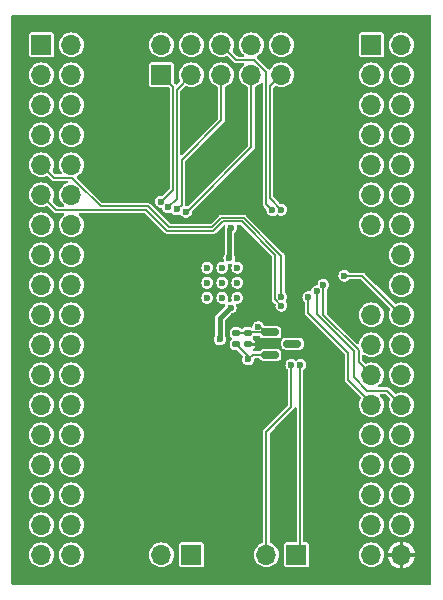
<source format=gbr>
G04 #@! TF.GenerationSoftware,KiCad,Pcbnew,(7.0.0)*
G04 #@! TF.CreationDate,2023-06-23T19:03:52+10:00*
G04 #@! TF.ProjectId,RP2040_minimal,52503230-3430-45f6-9d69-6e696d616c2e,REV1*
G04 #@! TF.SameCoordinates,Original*
G04 #@! TF.FileFunction,Copper,L1,Top*
G04 #@! TF.FilePolarity,Positive*
%FSLAX46Y46*%
G04 Gerber Fmt 4.6, Leading zero omitted, Abs format (unit mm)*
G04 Created by KiCad (PCBNEW (7.0.0)) date 2023-06-23 19:03:52*
%MOMM*%
%LPD*%
G01*
G04 APERTURE LIST*
G04 Aperture macros list*
%AMRoundRect*
0 Rectangle with rounded corners*
0 $1 Rounding radius*
0 $2 $3 $4 $5 $6 $7 $8 $9 X,Y pos of 4 corners*
0 Add a 4 corners polygon primitive as box body*
4,1,4,$2,$3,$4,$5,$6,$7,$8,$9,$2,$3,0*
0 Add four circle primitives for the rounded corners*
1,1,$1+$1,$2,$3*
1,1,$1+$1,$4,$5*
1,1,$1+$1,$6,$7*
1,1,$1+$1,$8,$9*
0 Add four rect primitives between the rounded corners*
20,1,$1+$1,$2,$3,$4,$5,0*
20,1,$1+$1,$4,$5,$6,$7,0*
20,1,$1+$1,$6,$7,$8,$9,0*
20,1,$1+$1,$8,$9,$2,$3,0*%
G04 Aperture macros list end*
G04 #@! TA.AperFunction,ComponentPad*
%ADD10R,1.700000X1.700000*%
G04 #@! TD*
G04 #@! TA.AperFunction,ComponentPad*
%ADD11O,1.700000X1.700000*%
G04 #@! TD*
G04 #@! TA.AperFunction,SMDPad,CuDef*
%ADD12RoundRect,0.150000X-0.587500X-0.150000X0.587500X-0.150000X0.587500X0.150000X-0.587500X0.150000X0*%
G04 #@! TD*
G04 #@! TA.AperFunction,SMDPad,CuDef*
%ADD13RoundRect,0.140000X0.170000X-0.140000X0.170000X0.140000X-0.170000X0.140000X-0.170000X-0.140000X0*%
G04 #@! TD*
G04 #@! TA.AperFunction,SMDPad,CuDef*
%ADD14RoundRect,0.140000X-0.170000X0.140000X-0.170000X-0.140000X0.170000X-0.140000X0.170000X0.140000X0*%
G04 #@! TD*
G04 #@! TA.AperFunction,ComponentPad*
%ADD15C,0.600000*%
G04 #@! TD*
G04 #@! TA.AperFunction,ViaPad*
%ADD16C,0.600000*%
G04 #@! TD*
G04 #@! TA.AperFunction,Conductor*
%ADD17C,0.150000*%
G04 #@! TD*
G04 #@! TA.AperFunction,Conductor*
%ADD18C,0.400000*%
G04 #@! TD*
G04 #@! TA.AperFunction,Conductor*
%ADD19C,0.200000*%
G04 #@! TD*
G04 APERTURE END LIST*
D10*
X166369999Y-121919999D03*
D11*
X163829999Y-121919999D03*
D10*
X154939999Y-81279999D03*
D11*
X154939999Y-78739999D03*
X157479999Y-81279999D03*
X157479999Y-78739999D03*
X160019999Y-81279999D03*
X160019999Y-78739999D03*
X162559999Y-81279999D03*
X162559999Y-78739999D03*
X165099999Y-81279999D03*
X165099999Y-78739999D03*
X175259999Y-121919999D03*
X172719999Y-121919999D03*
X175259999Y-119379999D03*
X172719999Y-119379999D03*
X175259999Y-116839999D03*
X172719999Y-116839999D03*
X175259999Y-114299999D03*
X172719999Y-114299999D03*
X175259999Y-111759999D03*
X172719999Y-111759999D03*
X175259999Y-109219999D03*
X172719999Y-109219999D03*
X175259999Y-106679999D03*
X172719999Y-106679999D03*
X175259999Y-104139999D03*
X172719999Y-104139999D03*
X175259999Y-101599999D03*
X172719999Y-101599999D03*
X175259999Y-99059999D03*
X175259999Y-96519999D03*
X175259999Y-93979999D03*
X172719999Y-93979999D03*
X175259999Y-91439999D03*
X172719999Y-91439999D03*
X175259999Y-88899999D03*
X172719999Y-88899999D03*
X175259999Y-86359999D03*
X172719999Y-86359999D03*
X175259999Y-83819999D03*
X172719999Y-83819999D03*
X175259999Y-81279999D03*
X172719999Y-81279999D03*
X175259999Y-78739999D03*
D10*
X172719999Y-78739999D03*
D12*
X164160000Y-103088800D03*
X164160000Y-104988800D03*
X166035000Y-104038800D03*
D13*
X162229600Y-104099600D03*
X162229600Y-103139600D03*
D14*
X161264400Y-103139600D03*
X161264400Y-104099600D03*
D10*
X144779999Y-78739999D03*
D11*
X147319999Y-78739999D03*
X144779999Y-81279999D03*
X147319999Y-81279999D03*
X144779999Y-83819999D03*
X147319999Y-83819999D03*
X144779999Y-86359999D03*
X147319999Y-86359999D03*
X144779999Y-88899999D03*
X147319999Y-88899999D03*
X144779999Y-91439999D03*
X147319999Y-91439999D03*
X144779999Y-93979999D03*
X147319999Y-93979999D03*
X144779999Y-96519999D03*
X147319999Y-96519999D03*
X144779999Y-99059999D03*
X147319999Y-99059999D03*
X144779999Y-101599999D03*
X147319999Y-101599999D03*
X144779999Y-104139999D03*
X147319999Y-104139999D03*
X144779999Y-106679999D03*
X147319999Y-106679999D03*
X144779999Y-109219999D03*
X147319999Y-109219999D03*
X144779999Y-111759999D03*
X147319999Y-111759999D03*
X144779999Y-114299999D03*
X147319999Y-114299999D03*
X144779999Y-116839999D03*
X147319999Y-116839999D03*
X144779999Y-119379999D03*
X147319999Y-119379999D03*
X144779999Y-121919999D03*
X147319999Y-121919999D03*
D10*
X157479999Y-121919999D03*
D11*
X154939999Y-121919999D03*
D15*
X158821000Y-100157000D03*
X160096000Y-100157000D03*
X161371000Y-100157000D03*
X158821000Y-98882000D03*
X160096000Y-98882000D03*
X161371000Y-98882000D03*
X158821000Y-97607000D03*
X160096000Y-97607000D03*
X161371000Y-97607000D03*
D16*
X162280400Y-105374800D03*
X163144000Y-102631600D03*
X159896000Y-103682006D03*
X166712556Y-105844556D03*
X165943000Y-105837000D03*
X154914400Y-92014400D03*
X155494503Y-92497000D03*
X156238818Y-92674800D03*
X157020140Y-92893396D03*
X165074400Y-92691300D03*
X164326611Y-92741945D03*
X165100000Y-100825503D03*
X165100000Y-100076000D03*
X167386000Y-100092500D03*
X168126022Y-99589978D03*
X168656000Y-99060000D03*
X170434000Y-98298000D03*
X160845500Y-94224200D03*
X160796000Y-100982000D03*
X160695970Y-96782000D03*
D17*
X171958000Y-98298000D02*
X175260000Y-101600000D01*
X170434000Y-98298000D02*
X171958000Y-98298000D01*
D18*
X160699000Y-94370700D02*
X160699000Y-96772030D01*
D17*
X163830000Y-111496000D02*
X163830000Y-121920000D01*
X165943000Y-105837000D02*
X165943000Y-109383000D01*
X165943000Y-109383000D02*
X163830000Y-111496000D01*
X166670000Y-121620000D02*
X166582132Y-121707868D01*
X166670000Y-105887112D02*
X166670000Y-121620000D01*
X166712556Y-105844556D02*
X166670000Y-105887112D01*
X156650000Y-88470463D02*
X160020000Y-85100463D01*
X160020000Y-85100463D02*
X160020000Y-81280000D01*
X156238818Y-92674800D02*
X156650000Y-92263618D01*
X156650000Y-92263618D02*
X156650000Y-88470463D01*
X155935200Y-90993600D02*
X155935200Y-82275200D01*
X155935200Y-82275200D02*
X154940000Y-81280000D01*
X154914400Y-92014400D02*
X155935200Y-90993600D01*
X157020140Y-92893396D02*
X157076567Y-92893396D01*
X162560000Y-87409963D02*
X162560000Y-81280000D01*
X157076567Y-92893396D02*
X162560000Y-87409963D01*
D19*
X162280400Y-105115600D02*
X161264400Y-104099600D01*
X162280400Y-105374800D02*
X162280400Y-105115600D01*
X164160000Y-104988800D02*
X162666400Y-104988800D01*
X162666400Y-104988800D02*
X162280400Y-105374800D01*
X162229600Y-103139600D02*
X161264400Y-103139600D01*
X164160000Y-103088800D02*
X162280400Y-103088800D01*
X162280400Y-103088800D02*
X162229600Y-103139600D01*
X163245600Y-102631600D02*
X163855200Y-103241200D01*
X163144000Y-102631600D02*
X163245600Y-102631600D01*
D17*
X170764000Y-107102000D02*
X172720000Y-109058000D01*
X170764000Y-104816000D02*
X170764000Y-107102000D01*
X167386000Y-101438000D02*
X170764000Y-104816000D01*
X172720000Y-109058000D02*
X172720000Y-109220000D01*
X167386000Y-100092500D02*
X167386000Y-101438000D01*
X174056400Y-108016400D02*
X175260000Y-109220000D01*
X171216537Y-106894137D02*
X172338800Y-108016400D01*
X172338800Y-108016400D02*
X174056400Y-108016400D01*
X171216537Y-104658937D02*
X171216537Y-106894137D01*
X168126022Y-101568422D02*
X171216537Y-104658937D01*
X168126022Y-99589978D02*
X168126022Y-101568422D01*
X171645000Y-105605000D02*
X172720000Y-106680000D01*
X171645000Y-104579400D02*
X171645000Y-105605000D01*
X168656000Y-101590400D02*
X171645000Y-104579400D01*
X168656000Y-99060000D02*
X168656000Y-101590400D01*
X164130000Y-91746900D02*
X164130000Y-82250000D01*
X164130000Y-82250000D02*
X165100000Y-81280000D01*
X165074400Y-92691300D02*
X164130000Y-91746900D01*
X156235200Y-82524800D02*
X157480000Y-81280000D01*
X156235200Y-91756303D02*
X156235200Y-82524800D01*
X155494503Y-92497000D02*
X156235200Y-91756303D01*
X161290000Y-80010000D02*
X160020000Y-78740000D01*
X162810280Y-80010000D02*
X161290000Y-80010000D01*
X164326611Y-92741945D02*
X163830000Y-92245334D01*
X163830000Y-92245334D02*
X163830000Y-81029720D01*
X163830000Y-81029720D02*
X162810280Y-80010000D01*
X165100000Y-96603736D02*
X161895464Y-93399200D01*
X165100000Y-100076000D02*
X165100000Y-96603736D01*
X161895464Y-93399200D02*
X160794000Y-93399200D01*
X149814000Y-92410000D02*
X147828000Y-90424000D01*
X160794000Y-93399200D02*
X160012073Y-93399200D01*
X155572264Y-94188000D02*
X153794264Y-92410000D01*
X160012073Y-93399200D02*
X159223273Y-94188000D01*
X153794264Y-92410000D02*
X149814000Y-92410000D01*
X159223273Y-94188000D02*
X155572264Y-94188000D01*
X146050000Y-92710000D02*
X144780000Y-91440000D01*
X153670000Y-92710000D02*
X146050000Y-92710000D01*
X155448000Y-94488000D02*
X153670000Y-92710000D01*
X159347537Y-94488000D02*
X155448000Y-94488000D01*
X164575000Y-96503000D02*
X161771200Y-93699200D01*
X161771200Y-93699200D02*
X160136337Y-93699200D01*
X164575000Y-100293463D02*
X164575000Y-96503000D01*
X160136337Y-93699200D02*
X159347537Y-94488000D01*
X165100000Y-100818463D02*
X164575000Y-100293463D01*
X165100000Y-100825503D02*
X165100000Y-100818463D01*
D18*
X160845500Y-94224200D02*
X160699000Y-94370700D01*
X159892000Y-103682006D02*
X159892000Y-101872000D01*
X159892000Y-101872000D02*
X160782000Y-100982000D01*
X160782000Y-100982000D02*
X160792000Y-100982000D01*
D17*
X145855000Y-89975000D02*
X144780000Y-88900000D01*
X147379000Y-89975000D02*
X145855000Y-89975000D01*
X147811000Y-90407000D02*
X147379000Y-89975000D01*
G04 #@! TA.AperFunction,Conductor*
G36*
X177750500Y-76213263D02*
G01*
X177786737Y-76249500D01*
X177800000Y-76299000D01*
X177800000Y-124361000D01*
X177786737Y-124410500D01*
X177750500Y-124446737D01*
X177701000Y-124460000D01*
X142339000Y-124460000D01*
X142289500Y-124446737D01*
X142253263Y-124410500D01*
X142240000Y-124361000D01*
X142240000Y-121920000D01*
X143724417Y-121920000D01*
X143744700Y-122125934D01*
X143804768Y-122323954D01*
X143807062Y-122328246D01*
X143807063Y-122328248D01*
X143900023Y-122502163D01*
X143900025Y-122502166D01*
X143902315Y-122506450D01*
X144033590Y-122666410D01*
X144193550Y-122797685D01*
X144376046Y-122895232D01*
X144574066Y-122955300D01*
X144780000Y-122975583D01*
X144985934Y-122955300D01*
X145183954Y-122895232D01*
X145366450Y-122797685D01*
X145526410Y-122666410D01*
X145657685Y-122506450D01*
X145755232Y-122323954D01*
X145815300Y-122125934D01*
X145835583Y-121920000D01*
X146264417Y-121920000D01*
X146284700Y-122125934D01*
X146344768Y-122323954D01*
X146347062Y-122328246D01*
X146347063Y-122328248D01*
X146440023Y-122502163D01*
X146440025Y-122502166D01*
X146442315Y-122506450D01*
X146573590Y-122666410D01*
X146733550Y-122797685D01*
X146916046Y-122895232D01*
X147114066Y-122955300D01*
X147320000Y-122975583D01*
X147525934Y-122955300D01*
X147723954Y-122895232D01*
X147906450Y-122797685D01*
X148066410Y-122666410D01*
X148197685Y-122506450D01*
X148295232Y-122323954D01*
X148355300Y-122125934D01*
X148375583Y-121920000D01*
X153884417Y-121920000D01*
X153904700Y-122125934D01*
X153964768Y-122323954D01*
X153967062Y-122328246D01*
X153967063Y-122328248D01*
X154060023Y-122502163D01*
X154060025Y-122502166D01*
X154062315Y-122506450D01*
X154193590Y-122666410D01*
X154353550Y-122797685D01*
X154536046Y-122895232D01*
X154734066Y-122955300D01*
X154940000Y-122975583D01*
X155145934Y-122955300D01*
X155343954Y-122895232D01*
X155526450Y-122797685D01*
X155536121Y-122789748D01*
X156429500Y-122789748D01*
X156430446Y-122794506D01*
X156430447Y-122794511D01*
X156431534Y-122799976D01*
X156441133Y-122848231D01*
X156446550Y-122856338D01*
X156446551Y-122856340D01*
X156480028Y-122906441D01*
X156485448Y-122914552D01*
X156551769Y-122958867D01*
X156610252Y-122970500D01*
X158344890Y-122970500D01*
X158349748Y-122970500D01*
X158408231Y-122958867D01*
X158474552Y-122914552D01*
X158518867Y-122848231D01*
X158530500Y-122789748D01*
X158530500Y-121920000D01*
X162774417Y-121920000D01*
X162794700Y-122125934D01*
X162854768Y-122323954D01*
X162857062Y-122328246D01*
X162857063Y-122328248D01*
X162950023Y-122502163D01*
X162950025Y-122502166D01*
X162952315Y-122506450D01*
X163083590Y-122666410D01*
X163243550Y-122797685D01*
X163426046Y-122895232D01*
X163624066Y-122955300D01*
X163830000Y-122975583D01*
X164035934Y-122955300D01*
X164233954Y-122895232D01*
X164416450Y-122797685D01*
X164576410Y-122666410D01*
X164707685Y-122506450D01*
X164805232Y-122323954D01*
X164865300Y-122125934D01*
X164885583Y-121920000D01*
X164865300Y-121714066D01*
X164805232Y-121516046D01*
X164707685Y-121333550D01*
X164576410Y-121173590D01*
X164416450Y-121042315D01*
X164412166Y-121040025D01*
X164412163Y-121040023D01*
X164238248Y-120947063D01*
X164238246Y-120947062D01*
X164233954Y-120944768D01*
X164175760Y-120927115D01*
X164139225Y-120906811D01*
X164114325Y-120873237D01*
X164105500Y-120832379D01*
X164105500Y-111651124D01*
X164113036Y-111613238D01*
X164134496Y-111581120D01*
X164545825Y-111169791D01*
X166111732Y-109603882D01*
X166126729Y-109591575D01*
X166141624Y-109581624D01*
X166202515Y-109490495D01*
X166204301Y-109481515D01*
X166237310Y-109439645D01*
X166287733Y-109421043D01*
X166340445Y-109431529D01*
X166379911Y-109468011D01*
X166394500Y-109519738D01*
X166394500Y-120770500D01*
X166381237Y-120820000D01*
X166345000Y-120856237D01*
X166295500Y-120869500D01*
X165500252Y-120869500D01*
X165495494Y-120870446D01*
X165495488Y-120870447D01*
X165451333Y-120879230D01*
X165451330Y-120879231D01*
X165441769Y-120881133D01*
X165433663Y-120886549D01*
X165433659Y-120886551D01*
X165383558Y-120920028D01*
X165383555Y-120920030D01*
X165375448Y-120925448D01*
X165370030Y-120933555D01*
X165370028Y-120933558D01*
X165336551Y-120983659D01*
X165336549Y-120983663D01*
X165331133Y-120991769D01*
X165329231Y-121001330D01*
X165329230Y-121001333D01*
X165320447Y-121045488D01*
X165320446Y-121045494D01*
X165319500Y-121050252D01*
X165319500Y-122789748D01*
X165320446Y-122794506D01*
X165320447Y-122794511D01*
X165321534Y-122799976D01*
X165331133Y-122848231D01*
X165336550Y-122856338D01*
X165336551Y-122856340D01*
X165370028Y-122906441D01*
X165375448Y-122914552D01*
X165441769Y-122958867D01*
X165500252Y-122970500D01*
X167234890Y-122970500D01*
X167239748Y-122970500D01*
X167298231Y-122958867D01*
X167364552Y-122914552D01*
X167408867Y-122848231D01*
X167420500Y-122789748D01*
X167420500Y-121920000D01*
X171664417Y-121920000D01*
X171684700Y-122125934D01*
X171744768Y-122323954D01*
X171747062Y-122328246D01*
X171747063Y-122328248D01*
X171840023Y-122502163D01*
X171840025Y-122502166D01*
X171842315Y-122506450D01*
X171973590Y-122666410D01*
X172133550Y-122797685D01*
X172316046Y-122895232D01*
X172514066Y-122955300D01*
X172720000Y-122975583D01*
X172925934Y-122955300D01*
X173123954Y-122895232D01*
X173306450Y-122797685D01*
X173466410Y-122666410D01*
X173597685Y-122506450D01*
X173695232Y-122323954D01*
X173755300Y-122125934D01*
X173759455Y-122083749D01*
X174120247Y-122083749D01*
X174124316Y-122127666D01*
X174125988Y-122136612D01*
X174181809Y-122332803D01*
X174185105Y-122341309D01*
X174276018Y-122523889D01*
X174280823Y-122531649D01*
X174403736Y-122694411D01*
X174409883Y-122701154D01*
X174560619Y-122838569D01*
X174567889Y-122844059D01*
X174741315Y-122951439D01*
X174749472Y-122955501D01*
X174939669Y-123029184D01*
X174948442Y-123031679D01*
X175095661Y-123059199D01*
X175106775Y-123057997D01*
X175110000Y-123047294D01*
X175410000Y-123047294D01*
X175413224Y-123057997D01*
X175424338Y-123059199D01*
X175571557Y-123031679D01*
X175580330Y-123029184D01*
X175770527Y-122955501D01*
X175778684Y-122951439D01*
X175952110Y-122844059D01*
X175959380Y-122838569D01*
X176110116Y-122701154D01*
X176116263Y-122694411D01*
X176239176Y-122531649D01*
X176243981Y-122523889D01*
X176334894Y-122341309D01*
X176338190Y-122332803D01*
X176394011Y-122136612D01*
X176395683Y-122127666D01*
X176399752Y-122083749D01*
X176397742Y-122072994D01*
X176387217Y-122070000D01*
X175423033Y-122070000D01*
X175412754Y-122072754D01*
X175410000Y-122083033D01*
X175410000Y-123047294D01*
X175110000Y-123047294D01*
X175110000Y-122083033D01*
X175107245Y-122072754D01*
X175096967Y-122070000D01*
X174132783Y-122070000D01*
X174122257Y-122072994D01*
X174120247Y-122083749D01*
X173759455Y-122083749D01*
X173775583Y-121920000D01*
X173759455Y-121756250D01*
X174120247Y-121756250D01*
X174122257Y-121767005D01*
X174132783Y-121770000D01*
X175096967Y-121770000D01*
X175107245Y-121767245D01*
X175110000Y-121756967D01*
X175410000Y-121756967D01*
X175412754Y-121767245D01*
X175423033Y-121770000D01*
X176387217Y-121770000D01*
X176397742Y-121767005D01*
X176399752Y-121756250D01*
X176395683Y-121712333D01*
X176394011Y-121703387D01*
X176338190Y-121507196D01*
X176334894Y-121498690D01*
X176243981Y-121316110D01*
X176239176Y-121308350D01*
X176116263Y-121145588D01*
X176110116Y-121138845D01*
X175959380Y-121001430D01*
X175952110Y-120995940D01*
X175778684Y-120888560D01*
X175770527Y-120884498D01*
X175580330Y-120810815D01*
X175571557Y-120808320D01*
X175424338Y-120780800D01*
X175413224Y-120782002D01*
X175410000Y-120792706D01*
X175410000Y-121756967D01*
X175110000Y-121756967D01*
X175110000Y-120792706D01*
X175106775Y-120782002D01*
X175095661Y-120780800D01*
X174948442Y-120808320D01*
X174939669Y-120810815D01*
X174749472Y-120884498D01*
X174741315Y-120888560D01*
X174567889Y-120995940D01*
X174560619Y-121001430D01*
X174409883Y-121138845D01*
X174403736Y-121145588D01*
X174280823Y-121308350D01*
X174276018Y-121316110D01*
X174185105Y-121498690D01*
X174181809Y-121507196D01*
X174125988Y-121703387D01*
X174124316Y-121712333D01*
X174120247Y-121756250D01*
X173759455Y-121756250D01*
X173755300Y-121714066D01*
X173695232Y-121516046D01*
X173597685Y-121333550D01*
X173466410Y-121173590D01*
X173306450Y-121042315D01*
X173302166Y-121040025D01*
X173302163Y-121040023D01*
X173128248Y-120947063D01*
X173128246Y-120947062D01*
X173123954Y-120944768D01*
X173119293Y-120943354D01*
X172930590Y-120886112D01*
X172930586Y-120886111D01*
X172925934Y-120884700D01*
X172720000Y-120864417D01*
X172715157Y-120864894D01*
X172518908Y-120884223D01*
X172518907Y-120884223D01*
X172514066Y-120884700D01*
X172509415Y-120886110D01*
X172509409Y-120886112D01*
X172320706Y-120943354D01*
X172320702Y-120943355D01*
X172316046Y-120944768D01*
X172311757Y-120947060D01*
X172311751Y-120947063D01*
X172137836Y-121040023D01*
X172137828Y-121040028D01*
X172133550Y-121042315D01*
X172129796Y-121045394D01*
X172129791Y-121045399D01*
X171977354Y-121170500D01*
X171977348Y-121170505D01*
X171973590Y-121173590D01*
X171970505Y-121177348D01*
X171970500Y-121177354D01*
X171845399Y-121329791D01*
X171845394Y-121329796D01*
X171842315Y-121333550D01*
X171840028Y-121337828D01*
X171840023Y-121337836D01*
X171747063Y-121511751D01*
X171747060Y-121511757D01*
X171744768Y-121516046D01*
X171743355Y-121520702D01*
X171743354Y-121520706D01*
X171686112Y-121709409D01*
X171686110Y-121709415D01*
X171684700Y-121714066D01*
X171684223Y-121718907D01*
X171684223Y-121718908D01*
X171679486Y-121767005D01*
X171664417Y-121920000D01*
X167420500Y-121920000D01*
X167420500Y-121050252D01*
X167408867Y-120991769D01*
X167364552Y-120925448D01*
X167356441Y-120920028D01*
X167306340Y-120886551D01*
X167306338Y-120886550D01*
X167298231Y-120881133D01*
X167288667Y-120879230D01*
X167288666Y-120879230D01*
X167244511Y-120870447D01*
X167244506Y-120870446D01*
X167239748Y-120869500D01*
X167234890Y-120869500D01*
X167044500Y-120869500D01*
X166995000Y-120856237D01*
X166958763Y-120820000D01*
X166945500Y-120770500D01*
X166945500Y-119380000D01*
X171664417Y-119380000D01*
X171684700Y-119585934D01*
X171744768Y-119783954D01*
X171747062Y-119788246D01*
X171747063Y-119788248D01*
X171840023Y-119962163D01*
X171840025Y-119962166D01*
X171842315Y-119966450D01*
X171973590Y-120126410D01*
X172133550Y-120257685D01*
X172316046Y-120355232D01*
X172514066Y-120415300D01*
X172720000Y-120435583D01*
X172925934Y-120415300D01*
X173123954Y-120355232D01*
X173306450Y-120257685D01*
X173466410Y-120126410D01*
X173597685Y-119966450D01*
X173695232Y-119783954D01*
X173755300Y-119585934D01*
X173775583Y-119380000D01*
X174204417Y-119380000D01*
X174224700Y-119585934D01*
X174284768Y-119783954D01*
X174287062Y-119788246D01*
X174287063Y-119788248D01*
X174380023Y-119962163D01*
X174380025Y-119962166D01*
X174382315Y-119966450D01*
X174513590Y-120126410D01*
X174673550Y-120257685D01*
X174856046Y-120355232D01*
X175054066Y-120415300D01*
X175260000Y-120435583D01*
X175465934Y-120415300D01*
X175663954Y-120355232D01*
X175846450Y-120257685D01*
X176006410Y-120126410D01*
X176137685Y-119966450D01*
X176235232Y-119783954D01*
X176295300Y-119585934D01*
X176315583Y-119380000D01*
X176295300Y-119174066D01*
X176235232Y-118976046D01*
X176137685Y-118793550D01*
X176006410Y-118633590D01*
X175846450Y-118502315D01*
X175842166Y-118500025D01*
X175842163Y-118500023D01*
X175668248Y-118407063D01*
X175668246Y-118407062D01*
X175663954Y-118404768D01*
X175659293Y-118403354D01*
X175470590Y-118346112D01*
X175470586Y-118346111D01*
X175465934Y-118344700D01*
X175260000Y-118324417D01*
X175255157Y-118324894D01*
X175058908Y-118344223D01*
X175058907Y-118344223D01*
X175054066Y-118344700D01*
X175049415Y-118346110D01*
X175049409Y-118346112D01*
X174860706Y-118403354D01*
X174860702Y-118403355D01*
X174856046Y-118404768D01*
X174851757Y-118407060D01*
X174851751Y-118407063D01*
X174677836Y-118500023D01*
X174677828Y-118500028D01*
X174673550Y-118502315D01*
X174669796Y-118505394D01*
X174669791Y-118505399D01*
X174517354Y-118630500D01*
X174517348Y-118630505D01*
X174513590Y-118633590D01*
X174510505Y-118637348D01*
X174510500Y-118637354D01*
X174385399Y-118789791D01*
X174385394Y-118789796D01*
X174382315Y-118793550D01*
X174380028Y-118797828D01*
X174380023Y-118797836D01*
X174287063Y-118971751D01*
X174287060Y-118971757D01*
X174284768Y-118976046D01*
X174283355Y-118980702D01*
X174283354Y-118980706D01*
X174226112Y-119169409D01*
X174226110Y-119169415D01*
X174224700Y-119174066D01*
X174204417Y-119380000D01*
X173775583Y-119380000D01*
X173755300Y-119174066D01*
X173695232Y-118976046D01*
X173597685Y-118793550D01*
X173466410Y-118633590D01*
X173306450Y-118502315D01*
X173302166Y-118500025D01*
X173302163Y-118500023D01*
X173128248Y-118407063D01*
X173128246Y-118407062D01*
X173123954Y-118404768D01*
X173119293Y-118403354D01*
X172930590Y-118346112D01*
X172930586Y-118346111D01*
X172925934Y-118344700D01*
X172720000Y-118324417D01*
X172715157Y-118324894D01*
X172518908Y-118344223D01*
X172518907Y-118344223D01*
X172514066Y-118344700D01*
X172509415Y-118346110D01*
X172509409Y-118346112D01*
X172320706Y-118403354D01*
X172320702Y-118403355D01*
X172316046Y-118404768D01*
X172311757Y-118407060D01*
X172311751Y-118407063D01*
X172137836Y-118500023D01*
X172137828Y-118500028D01*
X172133550Y-118502315D01*
X172129796Y-118505394D01*
X172129791Y-118505399D01*
X171977354Y-118630500D01*
X171977348Y-118630505D01*
X171973590Y-118633590D01*
X171970505Y-118637348D01*
X171970500Y-118637354D01*
X171845399Y-118789791D01*
X171845394Y-118789796D01*
X171842315Y-118793550D01*
X171840028Y-118797828D01*
X171840023Y-118797836D01*
X171747063Y-118971751D01*
X171747060Y-118971757D01*
X171744768Y-118976046D01*
X171743355Y-118980702D01*
X171743354Y-118980706D01*
X171686112Y-119169409D01*
X171686110Y-119169415D01*
X171684700Y-119174066D01*
X171664417Y-119380000D01*
X166945500Y-119380000D01*
X166945500Y-116840000D01*
X171664417Y-116840000D01*
X171684700Y-117045934D01*
X171744768Y-117243954D01*
X171747062Y-117248246D01*
X171747063Y-117248248D01*
X171840023Y-117422163D01*
X171840025Y-117422166D01*
X171842315Y-117426450D01*
X171973590Y-117586410D01*
X172133550Y-117717685D01*
X172316046Y-117815232D01*
X172514066Y-117875300D01*
X172720000Y-117895583D01*
X172925934Y-117875300D01*
X173123954Y-117815232D01*
X173306450Y-117717685D01*
X173466410Y-117586410D01*
X173597685Y-117426450D01*
X173695232Y-117243954D01*
X173755300Y-117045934D01*
X173775583Y-116840000D01*
X174204417Y-116840000D01*
X174224700Y-117045934D01*
X174284768Y-117243954D01*
X174287062Y-117248246D01*
X174287063Y-117248248D01*
X174380023Y-117422163D01*
X174380025Y-117422166D01*
X174382315Y-117426450D01*
X174513590Y-117586410D01*
X174673550Y-117717685D01*
X174856046Y-117815232D01*
X175054066Y-117875300D01*
X175260000Y-117895583D01*
X175465934Y-117875300D01*
X175663954Y-117815232D01*
X175846450Y-117717685D01*
X176006410Y-117586410D01*
X176137685Y-117426450D01*
X176235232Y-117243954D01*
X176295300Y-117045934D01*
X176315583Y-116840000D01*
X176295300Y-116634066D01*
X176235232Y-116436046D01*
X176137685Y-116253550D01*
X176006410Y-116093590D01*
X175846450Y-115962315D01*
X175842166Y-115960025D01*
X175842163Y-115960023D01*
X175668248Y-115867063D01*
X175668246Y-115867062D01*
X175663954Y-115864768D01*
X175659293Y-115863354D01*
X175470590Y-115806112D01*
X175470586Y-115806111D01*
X175465934Y-115804700D01*
X175260000Y-115784417D01*
X175255157Y-115784894D01*
X175058908Y-115804223D01*
X175058907Y-115804223D01*
X175054066Y-115804700D01*
X175049415Y-115806110D01*
X175049409Y-115806112D01*
X174860706Y-115863354D01*
X174860702Y-115863355D01*
X174856046Y-115864768D01*
X174851757Y-115867060D01*
X174851751Y-115867063D01*
X174677836Y-115960023D01*
X174677828Y-115960028D01*
X174673550Y-115962315D01*
X174669796Y-115965394D01*
X174669791Y-115965399D01*
X174517354Y-116090500D01*
X174517348Y-116090505D01*
X174513590Y-116093590D01*
X174510505Y-116097348D01*
X174510500Y-116097354D01*
X174385399Y-116249791D01*
X174385394Y-116249796D01*
X174382315Y-116253550D01*
X174380028Y-116257828D01*
X174380023Y-116257836D01*
X174287063Y-116431751D01*
X174287060Y-116431757D01*
X174284768Y-116436046D01*
X174283355Y-116440702D01*
X174283354Y-116440706D01*
X174226112Y-116629409D01*
X174226110Y-116629415D01*
X174224700Y-116634066D01*
X174204417Y-116840000D01*
X173775583Y-116840000D01*
X173755300Y-116634066D01*
X173695232Y-116436046D01*
X173597685Y-116253550D01*
X173466410Y-116093590D01*
X173306450Y-115962315D01*
X173302166Y-115960025D01*
X173302163Y-115960023D01*
X173128248Y-115867063D01*
X173128246Y-115867062D01*
X173123954Y-115864768D01*
X173119293Y-115863354D01*
X172930590Y-115806112D01*
X172930586Y-115806111D01*
X172925934Y-115804700D01*
X172720000Y-115784417D01*
X172715157Y-115784894D01*
X172518908Y-115804223D01*
X172518907Y-115804223D01*
X172514066Y-115804700D01*
X172509415Y-115806110D01*
X172509409Y-115806112D01*
X172320706Y-115863354D01*
X172320702Y-115863355D01*
X172316046Y-115864768D01*
X172311757Y-115867060D01*
X172311751Y-115867063D01*
X172137836Y-115960023D01*
X172137828Y-115960028D01*
X172133550Y-115962315D01*
X172129796Y-115965394D01*
X172129791Y-115965399D01*
X171977354Y-116090500D01*
X171977348Y-116090505D01*
X171973590Y-116093590D01*
X171970505Y-116097348D01*
X171970500Y-116097354D01*
X171845399Y-116249791D01*
X171845394Y-116249796D01*
X171842315Y-116253550D01*
X171840028Y-116257828D01*
X171840023Y-116257836D01*
X171747063Y-116431751D01*
X171747060Y-116431757D01*
X171744768Y-116436046D01*
X171743355Y-116440702D01*
X171743354Y-116440706D01*
X171686112Y-116629409D01*
X171686110Y-116629415D01*
X171684700Y-116634066D01*
X171664417Y-116840000D01*
X166945500Y-116840000D01*
X166945500Y-114300000D01*
X171664417Y-114300000D01*
X171684700Y-114505934D01*
X171744768Y-114703954D01*
X171747062Y-114708246D01*
X171747063Y-114708248D01*
X171840023Y-114882163D01*
X171840025Y-114882166D01*
X171842315Y-114886450D01*
X171973590Y-115046410D01*
X172133550Y-115177685D01*
X172316046Y-115275232D01*
X172514066Y-115335300D01*
X172720000Y-115355583D01*
X172925934Y-115335300D01*
X173123954Y-115275232D01*
X173306450Y-115177685D01*
X173466410Y-115046410D01*
X173597685Y-114886450D01*
X173695232Y-114703954D01*
X173755300Y-114505934D01*
X173775583Y-114300000D01*
X174204417Y-114300000D01*
X174224700Y-114505934D01*
X174284768Y-114703954D01*
X174287062Y-114708246D01*
X174287063Y-114708248D01*
X174380023Y-114882163D01*
X174380025Y-114882166D01*
X174382315Y-114886450D01*
X174513590Y-115046410D01*
X174673550Y-115177685D01*
X174856046Y-115275232D01*
X175054066Y-115335300D01*
X175260000Y-115355583D01*
X175465934Y-115335300D01*
X175663954Y-115275232D01*
X175846450Y-115177685D01*
X176006410Y-115046410D01*
X176137685Y-114886450D01*
X176235232Y-114703954D01*
X176295300Y-114505934D01*
X176315583Y-114300000D01*
X176295300Y-114094066D01*
X176235232Y-113896046D01*
X176137685Y-113713550D01*
X176006410Y-113553590D01*
X175846450Y-113422315D01*
X175842166Y-113420025D01*
X175842163Y-113420023D01*
X175668248Y-113327063D01*
X175668246Y-113327062D01*
X175663954Y-113324768D01*
X175659293Y-113323354D01*
X175470590Y-113266112D01*
X175470586Y-113266111D01*
X175465934Y-113264700D01*
X175260000Y-113244417D01*
X175255157Y-113244894D01*
X175058908Y-113264223D01*
X175058907Y-113264223D01*
X175054066Y-113264700D01*
X175049415Y-113266110D01*
X175049409Y-113266112D01*
X174860706Y-113323354D01*
X174860702Y-113323355D01*
X174856046Y-113324768D01*
X174851757Y-113327060D01*
X174851751Y-113327063D01*
X174677836Y-113420023D01*
X174677828Y-113420028D01*
X174673550Y-113422315D01*
X174669796Y-113425394D01*
X174669791Y-113425399D01*
X174517354Y-113550500D01*
X174517348Y-113550505D01*
X174513590Y-113553590D01*
X174510505Y-113557348D01*
X174510500Y-113557354D01*
X174385399Y-113709791D01*
X174385394Y-113709796D01*
X174382315Y-113713550D01*
X174380028Y-113717828D01*
X174380023Y-113717836D01*
X174287063Y-113891751D01*
X174287060Y-113891757D01*
X174284768Y-113896046D01*
X174283355Y-113900702D01*
X174283354Y-113900706D01*
X174226112Y-114089409D01*
X174226110Y-114089415D01*
X174224700Y-114094066D01*
X174204417Y-114300000D01*
X173775583Y-114300000D01*
X173755300Y-114094066D01*
X173695232Y-113896046D01*
X173597685Y-113713550D01*
X173466410Y-113553590D01*
X173306450Y-113422315D01*
X173302166Y-113420025D01*
X173302163Y-113420023D01*
X173128248Y-113327063D01*
X173128246Y-113327062D01*
X173123954Y-113324768D01*
X173119293Y-113323354D01*
X172930590Y-113266112D01*
X172930586Y-113266111D01*
X172925934Y-113264700D01*
X172720000Y-113244417D01*
X172715157Y-113244894D01*
X172518908Y-113264223D01*
X172518907Y-113264223D01*
X172514066Y-113264700D01*
X172509415Y-113266110D01*
X172509409Y-113266112D01*
X172320706Y-113323354D01*
X172320702Y-113323355D01*
X172316046Y-113324768D01*
X172311757Y-113327060D01*
X172311751Y-113327063D01*
X172137836Y-113420023D01*
X172137828Y-113420028D01*
X172133550Y-113422315D01*
X172129796Y-113425394D01*
X172129791Y-113425399D01*
X171977354Y-113550500D01*
X171977348Y-113550505D01*
X171973590Y-113553590D01*
X171970505Y-113557348D01*
X171970500Y-113557354D01*
X171845399Y-113709791D01*
X171845394Y-113709796D01*
X171842315Y-113713550D01*
X171840028Y-113717828D01*
X171840023Y-113717836D01*
X171747063Y-113891751D01*
X171747060Y-113891757D01*
X171744768Y-113896046D01*
X171743355Y-113900702D01*
X171743354Y-113900706D01*
X171686112Y-114089409D01*
X171686110Y-114089415D01*
X171684700Y-114094066D01*
X171664417Y-114300000D01*
X166945500Y-114300000D01*
X166945500Y-111760000D01*
X171664417Y-111760000D01*
X171684700Y-111965934D01*
X171744768Y-112163954D01*
X171747062Y-112168246D01*
X171747063Y-112168248D01*
X171840023Y-112342163D01*
X171840025Y-112342166D01*
X171842315Y-112346450D01*
X171973590Y-112506410D01*
X172133550Y-112637685D01*
X172316046Y-112735232D01*
X172514066Y-112795300D01*
X172720000Y-112815583D01*
X172925934Y-112795300D01*
X173123954Y-112735232D01*
X173306450Y-112637685D01*
X173466410Y-112506410D01*
X173597685Y-112346450D01*
X173695232Y-112163954D01*
X173755300Y-111965934D01*
X173775583Y-111760000D01*
X174204417Y-111760000D01*
X174224700Y-111965934D01*
X174284768Y-112163954D01*
X174287062Y-112168246D01*
X174287063Y-112168248D01*
X174380023Y-112342163D01*
X174380025Y-112342166D01*
X174382315Y-112346450D01*
X174513590Y-112506410D01*
X174673550Y-112637685D01*
X174856046Y-112735232D01*
X175054066Y-112795300D01*
X175260000Y-112815583D01*
X175465934Y-112795300D01*
X175663954Y-112735232D01*
X175846450Y-112637685D01*
X176006410Y-112506410D01*
X176137685Y-112346450D01*
X176235232Y-112163954D01*
X176295300Y-111965934D01*
X176315583Y-111760000D01*
X176295300Y-111554066D01*
X176235232Y-111356046D01*
X176137685Y-111173550D01*
X176006410Y-111013590D01*
X175846450Y-110882315D01*
X175842166Y-110880025D01*
X175842163Y-110880023D01*
X175668248Y-110787063D01*
X175668246Y-110787062D01*
X175663954Y-110784768D01*
X175659293Y-110783354D01*
X175470590Y-110726112D01*
X175470586Y-110726111D01*
X175465934Y-110724700D01*
X175260000Y-110704417D01*
X175255157Y-110704894D01*
X175058908Y-110724223D01*
X175058907Y-110724223D01*
X175054066Y-110724700D01*
X175049415Y-110726110D01*
X175049409Y-110726112D01*
X174860706Y-110783354D01*
X174860702Y-110783355D01*
X174856046Y-110784768D01*
X174851757Y-110787060D01*
X174851751Y-110787063D01*
X174677836Y-110880023D01*
X174677828Y-110880028D01*
X174673550Y-110882315D01*
X174669796Y-110885394D01*
X174669791Y-110885399D01*
X174517354Y-111010500D01*
X174517348Y-111010505D01*
X174513590Y-111013590D01*
X174510505Y-111017348D01*
X174510500Y-111017354D01*
X174385399Y-111169791D01*
X174385394Y-111169796D01*
X174382315Y-111173550D01*
X174380028Y-111177828D01*
X174380023Y-111177836D01*
X174287063Y-111351751D01*
X174287060Y-111351757D01*
X174284768Y-111356046D01*
X174283355Y-111360702D01*
X174283354Y-111360706D01*
X174226112Y-111549409D01*
X174226110Y-111549415D01*
X174224700Y-111554066D01*
X174204417Y-111760000D01*
X173775583Y-111760000D01*
X173755300Y-111554066D01*
X173695232Y-111356046D01*
X173597685Y-111173550D01*
X173466410Y-111013590D01*
X173306450Y-110882315D01*
X173302166Y-110880025D01*
X173302163Y-110880023D01*
X173128248Y-110787063D01*
X173128246Y-110787062D01*
X173123954Y-110784768D01*
X173119293Y-110783354D01*
X172930590Y-110726112D01*
X172930586Y-110726111D01*
X172925934Y-110724700D01*
X172720000Y-110704417D01*
X172715157Y-110704894D01*
X172518908Y-110724223D01*
X172518907Y-110724223D01*
X172514066Y-110724700D01*
X172509415Y-110726110D01*
X172509409Y-110726112D01*
X172320706Y-110783354D01*
X172320702Y-110783355D01*
X172316046Y-110784768D01*
X172311757Y-110787060D01*
X172311751Y-110787063D01*
X172137836Y-110880023D01*
X172137828Y-110880028D01*
X172133550Y-110882315D01*
X172129796Y-110885394D01*
X172129791Y-110885399D01*
X171977354Y-111010500D01*
X171977348Y-111010505D01*
X171973590Y-111013590D01*
X171970505Y-111017348D01*
X171970500Y-111017354D01*
X171845399Y-111169791D01*
X171845394Y-111169796D01*
X171842315Y-111173550D01*
X171840028Y-111177828D01*
X171840023Y-111177836D01*
X171747063Y-111351751D01*
X171747060Y-111351757D01*
X171744768Y-111356046D01*
X171743355Y-111360702D01*
X171743354Y-111360706D01*
X171686112Y-111549409D01*
X171686110Y-111549415D01*
X171684700Y-111554066D01*
X171664417Y-111760000D01*
X166945500Y-111760000D01*
X166945500Y-106343856D01*
X166957610Y-106296411D01*
X166990975Y-106260572D01*
X167043684Y-106226699D01*
X167137933Y-106117929D01*
X167197721Y-105987013D01*
X167218203Y-105844556D01*
X167197721Y-105702099D01*
X167137933Y-105571183D01*
X167043684Y-105462413D01*
X167037730Y-105458586D01*
X167037727Y-105458584D01*
X166928566Y-105388431D01*
X166928564Y-105388430D01*
X166922609Y-105384603D01*
X166913100Y-105381811D01*
X166791308Y-105346050D01*
X166784517Y-105344056D01*
X166640595Y-105344056D01*
X166633804Y-105346049D01*
X166633803Y-105346050D01*
X166509296Y-105382608D01*
X166509293Y-105382609D01*
X166502503Y-105384603D01*
X166496550Y-105388428D01*
X166496545Y-105388431D01*
X166386288Y-105459289D01*
X166346851Y-105473998D01*
X166304868Y-105470993D01*
X166274438Y-105454374D01*
X166274128Y-105454857D01*
X166159010Y-105380875D01*
X166159008Y-105380874D01*
X166153053Y-105377047D01*
X166145400Y-105374800D01*
X166021752Y-105338494D01*
X166014961Y-105336500D01*
X165871039Y-105336500D01*
X165864248Y-105338493D01*
X165864247Y-105338494D01*
X165739740Y-105375052D01*
X165739737Y-105375053D01*
X165732947Y-105377047D01*
X165726994Y-105380872D01*
X165726989Y-105380875D01*
X165617828Y-105451028D01*
X165617822Y-105451033D01*
X165611872Y-105454857D01*
X165607236Y-105460206D01*
X165607235Y-105460208D01*
X165522263Y-105558271D01*
X165522260Y-105558275D01*
X165517623Y-105563627D01*
X165514680Y-105570070D01*
X165514678Y-105570074D01*
X165460778Y-105688097D01*
X165460776Y-105688102D01*
X165457835Y-105694543D01*
X165456827Y-105701551D01*
X165456826Y-105701556D01*
X165448863Y-105756943D01*
X165437353Y-105837000D01*
X165438361Y-105844011D01*
X165456826Y-105972443D01*
X165456827Y-105972446D01*
X165457835Y-105979457D01*
X165460777Y-105985899D01*
X165460778Y-105985902D01*
X165478935Y-106025660D01*
X165517623Y-106110373D01*
X165611872Y-106219143D01*
X165621727Y-106225476D01*
X165622025Y-106225668D01*
X165655391Y-106261506D01*
X165667500Y-106308951D01*
X165667500Y-109227876D01*
X165659964Y-109265762D01*
X165638504Y-109297880D01*
X163661268Y-111275114D01*
X163646271Y-111287422D01*
X163639482Y-111291958D01*
X163639477Y-111291962D01*
X163631376Y-111297376D01*
X163625961Y-111305479D01*
X163625959Y-111305482D01*
X163581041Y-111372705D01*
X163581040Y-111372708D01*
X163570485Y-111388505D01*
X163570484Y-111388506D01*
X163570485Y-111388506D01*
X163567621Y-111402902D01*
X163567620Y-111402905D01*
X163551005Y-111486438D01*
X163549103Y-111496000D01*
X163551005Y-111505561D01*
X163552598Y-111513569D01*
X163554500Y-111532884D01*
X163554500Y-120832379D01*
X163545675Y-120873237D01*
X163520775Y-120906811D01*
X163484239Y-120927115D01*
X163463001Y-120933558D01*
X163430706Y-120943354D01*
X163430702Y-120943355D01*
X163426046Y-120944768D01*
X163421757Y-120947060D01*
X163421751Y-120947063D01*
X163247836Y-121040023D01*
X163247828Y-121040028D01*
X163243550Y-121042315D01*
X163239796Y-121045394D01*
X163239791Y-121045399D01*
X163087354Y-121170500D01*
X163087348Y-121170505D01*
X163083590Y-121173590D01*
X163080505Y-121177348D01*
X163080500Y-121177354D01*
X162955399Y-121329791D01*
X162955394Y-121329796D01*
X162952315Y-121333550D01*
X162950028Y-121337828D01*
X162950023Y-121337836D01*
X162857063Y-121511751D01*
X162857060Y-121511757D01*
X162854768Y-121516046D01*
X162853355Y-121520702D01*
X162853354Y-121520706D01*
X162796112Y-121709409D01*
X162796110Y-121709415D01*
X162794700Y-121714066D01*
X162794223Y-121718907D01*
X162794223Y-121718908D01*
X162789486Y-121767005D01*
X162774417Y-121920000D01*
X158530500Y-121920000D01*
X158530500Y-121050252D01*
X158518867Y-120991769D01*
X158474552Y-120925448D01*
X158466441Y-120920028D01*
X158416340Y-120886551D01*
X158416338Y-120886550D01*
X158408231Y-120881133D01*
X158398667Y-120879230D01*
X158398666Y-120879230D01*
X158354511Y-120870447D01*
X158354506Y-120870446D01*
X158349748Y-120869500D01*
X156610252Y-120869500D01*
X156605494Y-120870446D01*
X156605488Y-120870447D01*
X156561333Y-120879230D01*
X156561330Y-120879231D01*
X156551769Y-120881133D01*
X156543663Y-120886549D01*
X156543659Y-120886551D01*
X156493558Y-120920028D01*
X156493555Y-120920030D01*
X156485448Y-120925448D01*
X156480030Y-120933555D01*
X156480028Y-120933558D01*
X156446551Y-120983659D01*
X156446549Y-120983663D01*
X156441133Y-120991769D01*
X156439231Y-121001330D01*
X156439230Y-121001333D01*
X156430447Y-121045488D01*
X156430446Y-121045494D01*
X156429500Y-121050252D01*
X156429500Y-122789748D01*
X155536121Y-122789748D01*
X155686410Y-122666410D01*
X155817685Y-122506450D01*
X155915232Y-122323954D01*
X155975300Y-122125934D01*
X155995583Y-121920000D01*
X155975300Y-121714066D01*
X155915232Y-121516046D01*
X155817685Y-121333550D01*
X155686410Y-121173590D01*
X155526450Y-121042315D01*
X155522166Y-121040025D01*
X155522163Y-121040023D01*
X155348248Y-120947063D01*
X155348246Y-120947062D01*
X155343954Y-120944768D01*
X155339293Y-120943354D01*
X155150590Y-120886112D01*
X155150586Y-120886111D01*
X155145934Y-120884700D01*
X154940000Y-120864417D01*
X154935157Y-120864894D01*
X154738908Y-120884223D01*
X154738907Y-120884223D01*
X154734066Y-120884700D01*
X154729415Y-120886110D01*
X154729409Y-120886112D01*
X154540706Y-120943354D01*
X154540702Y-120943355D01*
X154536046Y-120944768D01*
X154531757Y-120947060D01*
X154531751Y-120947063D01*
X154357836Y-121040023D01*
X154357828Y-121040028D01*
X154353550Y-121042315D01*
X154349796Y-121045394D01*
X154349791Y-121045399D01*
X154197354Y-121170500D01*
X154197348Y-121170505D01*
X154193590Y-121173590D01*
X154190505Y-121177348D01*
X154190500Y-121177354D01*
X154065399Y-121329791D01*
X154065394Y-121329796D01*
X154062315Y-121333550D01*
X154060028Y-121337828D01*
X154060023Y-121337836D01*
X153967063Y-121511751D01*
X153967060Y-121511757D01*
X153964768Y-121516046D01*
X153963355Y-121520702D01*
X153963354Y-121520706D01*
X153906112Y-121709409D01*
X153906110Y-121709415D01*
X153904700Y-121714066D01*
X153904223Y-121718907D01*
X153904223Y-121718908D01*
X153899486Y-121767005D01*
X153884417Y-121920000D01*
X148375583Y-121920000D01*
X148355300Y-121714066D01*
X148295232Y-121516046D01*
X148197685Y-121333550D01*
X148066410Y-121173590D01*
X147906450Y-121042315D01*
X147902166Y-121040025D01*
X147902163Y-121040023D01*
X147728248Y-120947063D01*
X147728246Y-120947062D01*
X147723954Y-120944768D01*
X147719293Y-120943354D01*
X147530590Y-120886112D01*
X147530586Y-120886111D01*
X147525934Y-120884700D01*
X147320000Y-120864417D01*
X147315157Y-120864894D01*
X147118908Y-120884223D01*
X147118907Y-120884223D01*
X147114066Y-120884700D01*
X147109415Y-120886110D01*
X147109409Y-120886112D01*
X146920706Y-120943354D01*
X146920702Y-120943355D01*
X146916046Y-120944768D01*
X146911757Y-120947060D01*
X146911751Y-120947063D01*
X146737836Y-121040023D01*
X146737828Y-121040028D01*
X146733550Y-121042315D01*
X146729796Y-121045394D01*
X146729791Y-121045399D01*
X146577354Y-121170500D01*
X146577348Y-121170505D01*
X146573590Y-121173590D01*
X146570505Y-121177348D01*
X146570500Y-121177354D01*
X146445399Y-121329791D01*
X146445394Y-121329796D01*
X146442315Y-121333550D01*
X146440028Y-121337828D01*
X146440023Y-121337836D01*
X146347063Y-121511751D01*
X146347060Y-121511757D01*
X146344768Y-121516046D01*
X146343355Y-121520702D01*
X146343354Y-121520706D01*
X146286112Y-121709409D01*
X146286110Y-121709415D01*
X146284700Y-121714066D01*
X146284223Y-121718907D01*
X146284223Y-121718908D01*
X146279486Y-121767005D01*
X146264417Y-121920000D01*
X145835583Y-121920000D01*
X145815300Y-121714066D01*
X145755232Y-121516046D01*
X145657685Y-121333550D01*
X145526410Y-121173590D01*
X145366450Y-121042315D01*
X145362166Y-121040025D01*
X145362163Y-121040023D01*
X145188248Y-120947063D01*
X145188246Y-120947062D01*
X145183954Y-120944768D01*
X145179293Y-120943354D01*
X144990590Y-120886112D01*
X144990586Y-120886111D01*
X144985934Y-120884700D01*
X144780000Y-120864417D01*
X144775157Y-120864894D01*
X144578908Y-120884223D01*
X144578907Y-120884223D01*
X144574066Y-120884700D01*
X144569415Y-120886110D01*
X144569409Y-120886112D01*
X144380706Y-120943354D01*
X144380702Y-120943355D01*
X144376046Y-120944768D01*
X144371757Y-120947060D01*
X144371751Y-120947063D01*
X144197836Y-121040023D01*
X144197828Y-121040028D01*
X144193550Y-121042315D01*
X144189796Y-121045394D01*
X144189791Y-121045399D01*
X144037354Y-121170500D01*
X144037348Y-121170505D01*
X144033590Y-121173590D01*
X144030505Y-121177348D01*
X144030500Y-121177354D01*
X143905399Y-121329791D01*
X143905394Y-121329796D01*
X143902315Y-121333550D01*
X143900028Y-121337828D01*
X143900023Y-121337836D01*
X143807063Y-121511751D01*
X143807060Y-121511757D01*
X143804768Y-121516046D01*
X143803355Y-121520702D01*
X143803354Y-121520706D01*
X143746112Y-121709409D01*
X143746110Y-121709415D01*
X143744700Y-121714066D01*
X143744223Y-121718907D01*
X143744223Y-121718908D01*
X143739486Y-121767005D01*
X143724417Y-121920000D01*
X142240000Y-121920000D01*
X142240000Y-119380000D01*
X143724417Y-119380000D01*
X143744700Y-119585934D01*
X143804768Y-119783954D01*
X143807062Y-119788246D01*
X143807063Y-119788248D01*
X143900023Y-119962163D01*
X143900025Y-119962166D01*
X143902315Y-119966450D01*
X144033590Y-120126410D01*
X144193550Y-120257685D01*
X144376046Y-120355232D01*
X144574066Y-120415300D01*
X144780000Y-120435583D01*
X144985934Y-120415300D01*
X145183954Y-120355232D01*
X145366450Y-120257685D01*
X145526410Y-120126410D01*
X145657685Y-119966450D01*
X145755232Y-119783954D01*
X145815300Y-119585934D01*
X145835583Y-119380000D01*
X146264417Y-119380000D01*
X146284700Y-119585934D01*
X146344768Y-119783954D01*
X146347062Y-119788246D01*
X146347063Y-119788248D01*
X146440023Y-119962163D01*
X146440025Y-119962166D01*
X146442315Y-119966450D01*
X146573590Y-120126410D01*
X146733550Y-120257685D01*
X146916046Y-120355232D01*
X147114066Y-120415300D01*
X147320000Y-120435583D01*
X147525934Y-120415300D01*
X147723954Y-120355232D01*
X147906450Y-120257685D01*
X148066410Y-120126410D01*
X148197685Y-119966450D01*
X148295232Y-119783954D01*
X148355300Y-119585934D01*
X148375583Y-119380000D01*
X148355300Y-119174066D01*
X148295232Y-118976046D01*
X148197685Y-118793550D01*
X148066410Y-118633590D01*
X147906450Y-118502315D01*
X147902166Y-118500025D01*
X147902163Y-118500023D01*
X147728248Y-118407063D01*
X147728246Y-118407062D01*
X147723954Y-118404768D01*
X147719293Y-118403354D01*
X147530590Y-118346112D01*
X147530586Y-118346111D01*
X147525934Y-118344700D01*
X147320000Y-118324417D01*
X147315157Y-118324894D01*
X147118908Y-118344223D01*
X147118907Y-118344223D01*
X147114066Y-118344700D01*
X147109415Y-118346110D01*
X147109409Y-118346112D01*
X146920706Y-118403354D01*
X146920702Y-118403355D01*
X146916046Y-118404768D01*
X146911757Y-118407060D01*
X146911751Y-118407063D01*
X146737836Y-118500023D01*
X146737828Y-118500028D01*
X146733550Y-118502315D01*
X146729796Y-118505394D01*
X146729791Y-118505399D01*
X146577354Y-118630500D01*
X146577348Y-118630505D01*
X146573590Y-118633590D01*
X146570505Y-118637348D01*
X146570500Y-118637354D01*
X146445399Y-118789791D01*
X146445394Y-118789796D01*
X146442315Y-118793550D01*
X146440028Y-118797828D01*
X146440023Y-118797836D01*
X146347063Y-118971751D01*
X146347060Y-118971757D01*
X146344768Y-118976046D01*
X146343355Y-118980702D01*
X146343354Y-118980706D01*
X146286112Y-119169409D01*
X146286110Y-119169415D01*
X146284700Y-119174066D01*
X146264417Y-119380000D01*
X145835583Y-119380000D01*
X145815300Y-119174066D01*
X145755232Y-118976046D01*
X145657685Y-118793550D01*
X145526410Y-118633590D01*
X145366450Y-118502315D01*
X145362166Y-118500025D01*
X145362163Y-118500023D01*
X145188248Y-118407063D01*
X145188246Y-118407062D01*
X145183954Y-118404768D01*
X145179293Y-118403354D01*
X144990590Y-118346112D01*
X144990586Y-118346111D01*
X144985934Y-118344700D01*
X144780000Y-118324417D01*
X144775157Y-118324894D01*
X144578908Y-118344223D01*
X144578907Y-118344223D01*
X144574066Y-118344700D01*
X144569415Y-118346110D01*
X144569409Y-118346112D01*
X144380706Y-118403354D01*
X144380702Y-118403355D01*
X144376046Y-118404768D01*
X144371757Y-118407060D01*
X144371751Y-118407063D01*
X144197836Y-118500023D01*
X144197828Y-118500028D01*
X144193550Y-118502315D01*
X144189796Y-118505394D01*
X144189791Y-118505399D01*
X144037354Y-118630500D01*
X144037348Y-118630505D01*
X144033590Y-118633590D01*
X144030505Y-118637348D01*
X144030500Y-118637354D01*
X143905399Y-118789791D01*
X143905394Y-118789796D01*
X143902315Y-118793550D01*
X143900028Y-118797828D01*
X143900023Y-118797836D01*
X143807063Y-118971751D01*
X143807060Y-118971757D01*
X143804768Y-118976046D01*
X143803355Y-118980702D01*
X143803354Y-118980706D01*
X143746112Y-119169409D01*
X143746110Y-119169415D01*
X143744700Y-119174066D01*
X143724417Y-119380000D01*
X142240000Y-119380000D01*
X142240000Y-116840000D01*
X143724417Y-116840000D01*
X143744700Y-117045934D01*
X143804768Y-117243954D01*
X143807062Y-117248246D01*
X143807063Y-117248248D01*
X143900023Y-117422163D01*
X143900025Y-117422166D01*
X143902315Y-117426450D01*
X144033590Y-117586410D01*
X144193550Y-117717685D01*
X144376046Y-117815232D01*
X144574066Y-117875300D01*
X144780000Y-117895583D01*
X144985934Y-117875300D01*
X145183954Y-117815232D01*
X145366450Y-117717685D01*
X145526410Y-117586410D01*
X145657685Y-117426450D01*
X145755232Y-117243954D01*
X145815300Y-117045934D01*
X145835583Y-116840000D01*
X146264417Y-116840000D01*
X146284700Y-117045934D01*
X146344768Y-117243954D01*
X146347062Y-117248246D01*
X146347063Y-117248248D01*
X146440023Y-117422163D01*
X146440025Y-117422166D01*
X146442315Y-117426450D01*
X146573590Y-117586410D01*
X146733550Y-117717685D01*
X146916046Y-117815232D01*
X147114066Y-117875300D01*
X147320000Y-117895583D01*
X147525934Y-117875300D01*
X147723954Y-117815232D01*
X147906450Y-117717685D01*
X148066410Y-117586410D01*
X148197685Y-117426450D01*
X148295232Y-117243954D01*
X148355300Y-117045934D01*
X148375583Y-116840000D01*
X148355300Y-116634066D01*
X148295232Y-116436046D01*
X148197685Y-116253550D01*
X148066410Y-116093590D01*
X147906450Y-115962315D01*
X147902166Y-115960025D01*
X147902163Y-115960023D01*
X147728248Y-115867063D01*
X147728246Y-115867062D01*
X147723954Y-115864768D01*
X147719293Y-115863354D01*
X147530590Y-115806112D01*
X147530586Y-115806111D01*
X147525934Y-115804700D01*
X147320000Y-115784417D01*
X147315157Y-115784894D01*
X147118908Y-115804223D01*
X147118907Y-115804223D01*
X147114066Y-115804700D01*
X147109415Y-115806110D01*
X147109409Y-115806112D01*
X146920706Y-115863354D01*
X146920702Y-115863355D01*
X146916046Y-115864768D01*
X146911757Y-115867060D01*
X146911751Y-115867063D01*
X146737836Y-115960023D01*
X146737828Y-115960028D01*
X146733550Y-115962315D01*
X146729796Y-115965394D01*
X146729791Y-115965399D01*
X146577354Y-116090500D01*
X146577348Y-116090505D01*
X146573590Y-116093590D01*
X146570505Y-116097348D01*
X146570500Y-116097354D01*
X146445399Y-116249791D01*
X146445394Y-116249796D01*
X146442315Y-116253550D01*
X146440028Y-116257828D01*
X146440023Y-116257836D01*
X146347063Y-116431751D01*
X146347060Y-116431757D01*
X146344768Y-116436046D01*
X146343355Y-116440702D01*
X146343354Y-116440706D01*
X146286112Y-116629409D01*
X146286110Y-116629415D01*
X146284700Y-116634066D01*
X146264417Y-116840000D01*
X145835583Y-116840000D01*
X145815300Y-116634066D01*
X145755232Y-116436046D01*
X145657685Y-116253550D01*
X145526410Y-116093590D01*
X145366450Y-115962315D01*
X145362166Y-115960025D01*
X145362163Y-115960023D01*
X145188248Y-115867063D01*
X145188246Y-115867062D01*
X145183954Y-115864768D01*
X145179293Y-115863354D01*
X144990590Y-115806112D01*
X144990586Y-115806111D01*
X144985934Y-115804700D01*
X144780000Y-115784417D01*
X144775157Y-115784894D01*
X144578908Y-115804223D01*
X144578907Y-115804223D01*
X144574066Y-115804700D01*
X144569415Y-115806110D01*
X144569409Y-115806112D01*
X144380706Y-115863354D01*
X144380702Y-115863355D01*
X144376046Y-115864768D01*
X144371757Y-115867060D01*
X144371751Y-115867063D01*
X144197836Y-115960023D01*
X144197828Y-115960028D01*
X144193550Y-115962315D01*
X144189796Y-115965394D01*
X144189791Y-115965399D01*
X144037354Y-116090500D01*
X144037348Y-116090505D01*
X144033590Y-116093590D01*
X144030505Y-116097348D01*
X144030500Y-116097354D01*
X143905399Y-116249791D01*
X143905394Y-116249796D01*
X143902315Y-116253550D01*
X143900028Y-116257828D01*
X143900023Y-116257836D01*
X143807063Y-116431751D01*
X143807060Y-116431757D01*
X143804768Y-116436046D01*
X143803355Y-116440702D01*
X143803354Y-116440706D01*
X143746112Y-116629409D01*
X143746110Y-116629415D01*
X143744700Y-116634066D01*
X143724417Y-116840000D01*
X142240000Y-116840000D01*
X142240000Y-114300000D01*
X143724417Y-114300000D01*
X143744700Y-114505934D01*
X143804768Y-114703954D01*
X143807062Y-114708246D01*
X143807063Y-114708248D01*
X143900023Y-114882163D01*
X143900025Y-114882166D01*
X143902315Y-114886450D01*
X144033590Y-115046410D01*
X144193550Y-115177685D01*
X144376046Y-115275232D01*
X144574066Y-115335300D01*
X144780000Y-115355583D01*
X144985934Y-115335300D01*
X145183954Y-115275232D01*
X145366450Y-115177685D01*
X145526410Y-115046410D01*
X145657685Y-114886450D01*
X145755232Y-114703954D01*
X145815300Y-114505934D01*
X145835583Y-114300000D01*
X146264417Y-114300000D01*
X146284700Y-114505934D01*
X146344768Y-114703954D01*
X146347062Y-114708246D01*
X146347063Y-114708248D01*
X146440023Y-114882163D01*
X146440025Y-114882166D01*
X146442315Y-114886450D01*
X146573590Y-115046410D01*
X146733550Y-115177685D01*
X146916046Y-115275232D01*
X147114066Y-115335300D01*
X147320000Y-115355583D01*
X147525934Y-115335300D01*
X147723954Y-115275232D01*
X147906450Y-115177685D01*
X148066410Y-115046410D01*
X148197685Y-114886450D01*
X148295232Y-114703954D01*
X148355300Y-114505934D01*
X148375583Y-114300000D01*
X148355300Y-114094066D01*
X148295232Y-113896046D01*
X148197685Y-113713550D01*
X148066410Y-113553590D01*
X147906450Y-113422315D01*
X147902166Y-113420025D01*
X147902163Y-113420023D01*
X147728248Y-113327063D01*
X147728246Y-113327062D01*
X147723954Y-113324768D01*
X147719293Y-113323354D01*
X147530590Y-113266112D01*
X147530586Y-113266111D01*
X147525934Y-113264700D01*
X147320000Y-113244417D01*
X147315157Y-113244894D01*
X147118908Y-113264223D01*
X147118907Y-113264223D01*
X147114066Y-113264700D01*
X147109415Y-113266110D01*
X147109409Y-113266112D01*
X146920706Y-113323354D01*
X146920702Y-113323355D01*
X146916046Y-113324768D01*
X146911757Y-113327060D01*
X146911751Y-113327063D01*
X146737836Y-113420023D01*
X146737828Y-113420028D01*
X146733550Y-113422315D01*
X146729796Y-113425394D01*
X146729791Y-113425399D01*
X146577354Y-113550500D01*
X146577348Y-113550505D01*
X146573590Y-113553590D01*
X146570505Y-113557348D01*
X146570500Y-113557354D01*
X146445399Y-113709791D01*
X146445394Y-113709796D01*
X146442315Y-113713550D01*
X146440028Y-113717828D01*
X146440023Y-113717836D01*
X146347063Y-113891751D01*
X146347060Y-113891757D01*
X146344768Y-113896046D01*
X146343355Y-113900702D01*
X146343354Y-113900706D01*
X146286112Y-114089409D01*
X146286110Y-114089415D01*
X146284700Y-114094066D01*
X146264417Y-114300000D01*
X145835583Y-114300000D01*
X145815300Y-114094066D01*
X145755232Y-113896046D01*
X145657685Y-113713550D01*
X145526410Y-113553590D01*
X145366450Y-113422315D01*
X145362166Y-113420025D01*
X145362163Y-113420023D01*
X145188248Y-113327063D01*
X145188246Y-113327062D01*
X145183954Y-113324768D01*
X145179293Y-113323354D01*
X144990590Y-113266112D01*
X144990586Y-113266111D01*
X144985934Y-113264700D01*
X144780000Y-113244417D01*
X144775157Y-113244894D01*
X144578908Y-113264223D01*
X144578907Y-113264223D01*
X144574066Y-113264700D01*
X144569415Y-113266110D01*
X144569409Y-113266112D01*
X144380706Y-113323354D01*
X144380702Y-113323355D01*
X144376046Y-113324768D01*
X144371757Y-113327060D01*
X144371751Y-113327063D01*
X144197836Y-113420023D01*
X144197828Y-113420028D01*
X144193550Y-113422315D01*
X144189796Y-113425394D01*
X144189791Y-113425399D01*
X144037354Y-113550500D01*
X144037348Y-113550505D01*
X144033590Y-113553590D01*
X144030505Y-113557348D01*
X144030500Y-113557354D01*
X143905399Y-113709791D01*
X143905394Y-113709796D01*
X143902315Y-113713550D01*
X143900028Y-113717828D01*
X143900023Y-113717836D01*
X143807063Y-113891751D01*
X143807060Y-113891757D01*
X143804768Y-113896046D01*
X143803355Y-113900702D01*
X143803354Y-113900706D01*
X143746112Y-114089409D01*
X143746110Y-114089415D01*
X143744700Y-114094066D01*
X143724417Y-114300000D01*
X142240000Y-114300000D01*
X142240000Y-111760000D01*
X143724417Y-111760000D01*
X143744700Y-111965934D01*
X143804768Y-112163954D01*
X143807062Y-112168246D01*
X143807063Y-112168248D01*
X143900023Y-112342163D01*
X143900025Y-112342166D01*
X143902315Y-112346450D01*
X144033590Y-112506410D01*
X144193550Y-112637685D01*
X144376046Y-112735232D01*
X144574066Y-112795300D01*
X144780000Y-112815583D01*
X144985934Y-112795300D01*
X145183954Y-112735232D01*
X145366450Y-112637685D01*
X145526410Y-112506410D01*
X145657685Y-112346450D01*
X145755232Y-112163954D01*
X145815300Y-111965934D01*
X145835583Y-111760000D01*
X146264417Y-111760000D01*
X146284700Y-111965934D01*
X146344768Y-112163954D01*
X146347062Y-112168246D01*
X146347063Y-112168248D01*
X146440023Y-112342163D01*
X146440025Y-112342166D01*
X146442315Y-112346450D01*
X146573590Y-112506410D01*
X146733550Y-112637685D01*
X146916046Y-112735232D01*
X147114066Y-112795300D01*
X147320000Y-112815583D01*
X147525934Y-112795300D01*
X147723954Y-112735232D01*
X147906450Y-112637685D01*
X148066410Y-112506410D01*
X148197685Y-112346450D01*
X148295232Y-112163954D01*
X148355300Y-111965934D01*
X148375583Y-111760000D01*
X148355300Y-111554066D01*
X148295232Y-111356046D01*
X148197685Y-111173550D01*
X148066410Y-111013590D01*
X147906450Y-110882315D01*
X147902166Y-110880025D01*
X147902163Y-110880023D01*
X147728248Y-110787063D01*
X147728246Y-110787062D01*
X147723954Y-110784768D01*
X147719293Y-110783354D01*
X147530590Y-110726112D01*
X147530586Y-110726111D01*
X147525934Y-110724700D01*
X147320000Y-110704417D01*
X147315157Y-110704894D01*
X147118908Y-110724223D01*
X147118907Y-110724223D01*
X147114066Y-110724700D01*
X147109415Y-110726110D01*
X147109409Y-110726112D01*
X146920706Y-110783354D01*
X146920702Y-110783355D01*
X146916046Y-110784768D01*
X146911757Y-110787060D01*
X146911751Y-110787063D01*
X146737836Y-110880023D01*
X146737828Y-110880028D01*
X146733550Y-110882315D01*
X146729796Y-110885394D01*
X146729791Y-110885399D01*
X146577354Y-111010500D01*
X146577348Y-111010505D01*
X146573590Y-111013590D01*
X146570505Y-111017348D01*
X146570500Y-111017354D01*
X146445399Y-111169791D01*
X146445394Y-111169796D01*
X146442315Y-111173550D01*
X146440028Y-111177828D01*
X146440023Y-111177836D01*
X146347063Y-111351751D01*
X146347060Y-111351757D01*
X146344768Y-111356046D01*
X146343355Y-111360702D01*
X146343354Y-111360706D01*
X146286112Y-111549409D01*
X146286110Y-111549415D01*
X146284700Y-111554066D01*
X146264417Y-111760000D01*
X145835583Y-111760000D01*
X145815300Y-111554066D01*
X145755232Y-111356046D01*
X145657685Y-111173550D01*
X145526410Y-111013590D01*
X145366450Y-110882315D01*
X145362166Y-110880025D01*
X145362163Y-110880023D01*
X145188248Y-110787063D01*
X145188246Y-110787062D01*
X145183954Y-110784768D01*
X145179293Y-110783354D01*
X144990590Y-110726112D01*
X144990586Y-110726111D01*
X144985934Y-110724700D01*
X144780000Y-110704417D01*
X144775157Y-110704894D01*
X144578908Y-110724223D01*
X144578907Y-110724223D01*
X144574066Y-110724700D01*
X144569415Y-110726110D01*
X144569409Y-110726112D01*
X144380706Y-110783354D01*
X144380702Y-110783355D01*
X144376046Y-110784768D01*
X144371757Y-110787060D01*
X144371751Y-110787063D01*
X144197836Y-110880023D01*
X144197828Y-110880028D01*
X144193550Y-110882315D01*
X144189796Y-110885394D01*
X144189791Y-110885399D01*
X144037354Y-111010500D01*
X144037348Y-111010505D01*
X144033590Y-111013590D01*
X144030505Y-111017348D01*
X144030500Y-111017354D01*
X143905399Y-111169791D01*
X143905394Y-111169796D01*
X143902315Y-111173550D01*
X143900028Y-111177828D01*
X143900023Y-111177836D01*
X143807063Y-111351751D01*
X143807060Y-111351757D01*
X143804768Y-111356046D01*
X143803355Y-111360702D01*
X143803354Y-111360706D01*
X143746112Y-111549409D01*
X143746110Y-111549415D01*
X143744700Y-111554066D01*
X143724417Y-111760000D01*
X142240000Y-111760000D01*
X142240000Y-109220000D01*
X143724417Y-109220000D01*
X143744700Y-109425934D01*
X143746111Y-109430586D01*
X143746112Y-109430590D01*
X143773155Y-109519738D01*
X143804768Y-109623954D01*
X143807062Y-109628246D01*
X143807063Y-109628248D01*
X143900023Y-109802163D01*
X143900025Y-109802166D01*
X143902315Y-109806450D01*
X144033590Y-109966410D01*
X144193550Y-110097685D01*
X144376046Y-110195232D01*
X144574066Y-110255300D01*
X144780000Y-110275583D01*
X144985934Y-110255300D01*
X145183954Y-110195232D01*
X145366450Y-110097685D01*
X145526410Y-109966410D01*
X145657685Y-109806450D01*
X145755232Y-109623954D01*
X145815300Y-109425934D01*
X145835583Y-109220000D01*
X146264417Y-109220000D01*
X146284700Y-109425934D01*
X146286111Y-109430586D01*
X146286112Y-109430590D01*
X146313155Y-109519738D01*
X146344768Y-109623954D01*
X146347062Y-109628246D01*
X146347063Y-109628248D01*
X146440023Y-109802163D01*
X146440025Y-109802166D01*
X146442315Y-109806450D01*
X146573590Y-109966410D01*
X146733550Y-110097685D01*
X146916046Y-110195232D01*
X147114066Y-110255300D01*
X147320000Y-110275583D01*
X147525934Y-110255300D01*
X147723954Y-110195232D01*
X147906450Y-110097685D01*
X148066410Y-109966410D01*
X148197685Y-109806450D01*
X148295232Y-109623954D01*
X148355300Y-109425934D01*
X148375583Y-109220000D01*
X148355300Y-109014066D01*
X148295232Y-108816046D01*
X148197685Y-108633550D01*
X148066410Y-108473590D01*
X147906450Y-108342315D01*
X147902166Y-108340025D01*
X147902163Y-108340023D01*
X147728248Y-108247063D01*
X147728246Y-108247062D01*
X147723954Y-108244768D01*
X147719293Y-108243354D01*
X147530590Y-108186112D01*
X147530586Y-108186111D01*
X147525934Y-108184700D01*
X147320000Y-108164417D01*
X147315157Y-108164894D01*
X147118908Y-108184223D01*
X147118907Y-108184223D01*
X147114066Y-108184700D01*
X147109415Y-108186110D01*
X147109409Y-108186112D01*
X146920706Y-108243354D01*
X146920702Y-108243355D01*
X146916046Y-108244768D01*
X146911757Y-108247060D01*
X146911751Y-108247063D01*
X146737836Y-108340023D01*
X146737828Y-108340028D01*
X146733550Y-108342315D01*
X146729796Y-108345394D01*
X146729791Y-108345399D01*
X146577354Y-108470500D01*
X146577348Y-108470505D01*
X146573590Y-108473590D01*
X146570505Y-108477348D01*
X146570500Y-108477354D01*
X146445399Y-108629791D01*
X146445394Y-108629796D01*
X146442315Y-108633550D01*
X146440028Y-108637828D01*
X146440023Y-108637836D01*
X146347063Y-108811751D01*
X146347060Y-108811757D01*
X146344768Y-108816046D01*
X146343355Y-108820702D01*
X146343354Y-108820706D01*
X146286112Y-109009409D01*
X146286110Y-109009415D01*
X146284700Y-109014066D01*
X146264417Y-109220000D01*
X145835583Y-109220000D01*
X145815300Y-109014066D01*
X145755232Y-108816046D01*
X145657685Y-108633550D01*
X145526410Y-108473590D01*
X145366450Y-108342315D01*
X145362166Y-108340025D01*
X145362163Y-108340023D01*
X145188248Y-108247063D01*
X145188246Y-108247062D01*
X145183954Y-108244768D01*
X145179293Y-108243354D01*
X144990590Y-108186112D01*
X144990586Y-108186111D01*
X144985934Y-108184700D01*
X144780000Y-108164417D01*
X144775157Y-108164894D01*
X144578908Y-108184223D01*
X144578907Y-108184223D01*
X144574066Y-108184700D01*
X144569415Y-108186110D01*
X144569409Y-108186112D01*
X144380706Y-108243354D01*
X144380702Y-108243355D01*
X144376046Y-108244768D01*
X144371757Y-108247060D01*
X144371751Y-108247063D01*
X144197836Y-108340023D01*
X144197828Y-108340028D01*
X144193550Y-108342315D01*
X144189796Y-108345394D01*
X144189791Y-108345399D01*
X144037354Y-108470500D01*
X144037348Y-108470505D01*
X144033590Y-108473590D01*
X144030505Y-108477348D01*
X144030500Y-108477354D01*
X143905399Y-108629791D01*
X143905394Y-108629796D01*
X143902315Y-108633550D01*
X143900028Y-108637828D01*
X143900023Y-108637836D01*
X143807063Y-108811751D01*
X143807060Y-108811757D01*
X143804768Y-108816046D01*
X143803355Y-108820702D01*
X143803354Y-108820706D01*
X143746112Y-109009409D01*
X143746110Y-109009415D01*
X143744700Y-109014066D01*
X143724417Y-109220000D01*
X142240000Y-109220000D01*
X142240000Y-106680000D01*
X143724417Y-106680000D01*
X143744700Y-106885934D01*
X143746111Y-106890586D01*
X143746112Y-106890590D01*
X143802012Y-107074868D01*
X143804768Y-107083954D01*
X143807062Y-107088246D01*
X143807063Y-107088248D01*
X143900023Y-107262163D01*
X143900025Y-107262166D01*
X143902315Y-107266450D01*
X143905398Y-107270207D01*
X143905399Y-107270208D01*
X143938525Y-107310573D01*
X144033590Y-107426410D01*
X144193550Y-107557685D01*
X144376046Y-107655232D01*
X144574066Y-107715300D01*
X144780000Y-107735583D01*
X144985934Y-107715300D01*
X145183954Y-107655232D01*
X145366450Y-107557685D01*
X145526410Y-107426410D01*
X145657685Y-107266450D01*
X145755232Y-107083954D01*
X145815300Y-106885934D01*
X145835583Y-106680000D01*
X146264417Y-106680000D01*
X146284700Y-106885934D01*
X146286111Y-106890586D01*
X146286112Y-106890590D01*
X146342012Y-107074868D01*
X146344768Y-107083954D01*
X146347062Y-107088246D01*
X146347063Y-107088248D01*
X146440023Y-107262163D01*
X146440025Y-107262166D01*
X146442315Y-107266450D01*
X146445398Y-107270207D01*
X146445399Y-107270208D01*
X146478525Y-107310573D01*
X146573590Y-107426410D01*
X146733550Y-107557685D01*
X146916046Y-107655232D01*
X147114066Y-107715300D01*
X147320000Y-107735583D01*
X147525934Y-107715300D01*
X147723954Y-107655232D01*
X147906450Y-107557685D01*
X148066410Y-107426410D01*
X148197685Y-107266450D01*
X148295232Y-107083954D01*
X148355300Y-106885934D01*
X148375583Y-106680000D01*
X148355300Y-106474066D01*
X148295232Y-106276046D01*
X148210716Y-106117929D01*
X148199976Y-106097836D01*
X148199975Y-106097835D01*
X148197685Y-106093550D01*
X148066410Y-105933590D01*
X147941310Y-105830924D01*
X147910208Y-105805399D01*
X147910207Y-105805398D01*
X147906450Y-105802315D01*
X147902166Y-105800025D01*
X147902163Y-105800023D01*
X147728248Y-105707063D01*
X147728246Y-105707062D01*
X147723954Y-105704768D01*
X147719293Y-105703354D01*
X147530590Y-105646112D01*
X147530586Y-105646111D01*
X147525934Y-105644700D01*
X147320000Y-105624417D01*
X147315157Y-105624894D01*
X147118908Y-105644223D01*
X147118907Y-105644223D01*
X147114066Y-105644700D01*
X147109415Y-105646110D01*
X147109409Y-105646112D01*
X146920706Y-105703354D01*
X146920702Y-105703355D01*
X146916046Y-105704768D01*
X146911757Y-105707060D01*
X146911751Y-105707063D01*
X146737836Y-105800023D01*
X146737828Y-105800028D01*
X146733550Y-105802315D01*
X146729796Y-105805394D01*
X146729791Y-105805399D01*
X146577354Y-105930500D01*
X146577348Y-105930505D01*
X146573590Y-105933590D01*
X146570505Y-105937348D01*
X146570500Y-105937354D01*
X146445399Y-106089791D01*
X146445394Y-106089796D01*
X146442315Y-106093550D01*
X146440028Y-106097828D01*
X146440023Y-106097836D01*
X146347063Y-106271751D01*
X146347060Y-106271757D01*
X146344768Y-106276046D01*
X146343355Y-106280702D01*
X146343354Y-106280706D01*
X146286112Y-106469409D01*
X146286110Y-106469415D01*
X146284700Y-106474066D01*
X146264417Y-106680000D01*
X145835583Y-106680000D01*
X145815300Y-106474066D01*
X145755232Y-106276046D01*
X145670716Y-106117929D01*
X145659976Y-106097836D01*
X145659975Y-106097835D01*
X145657685Y-106093550D01*
X145526410Y-105933590D01*
X145401310Y-105830924D01*
X145370208Y-105805399D01*
X145370207Y-105805398D01*
X145366450Y-105802315D01*
X145362166Y-105800025D01*
X145362163Y-105800023D01*
X145188248Y-105707063D01*
X145188246Y-105707062D01*
X145183954Y-105704768D01*
X145179293Y-105703354D01*
X144990590Y-105646112D01*
X144990586Y-105646111D01*
X144985934Y-105644700D01*
X144780000Y-105624417D01*
X144775157Y-105624894D01*
X144578908Y-105644223D01*
X144578907Y-105644223D01*
X144574066Y-105644700D01*
X144569415Y-105646110D01*
X144569409Y-105646112D01*
X144380706Y-105703354D01*
X144380702Y-105703355D01*
X144376046Y-105704768D01*
X144371757Y-105707060D01*
X144371751Y-105707063D01*
X144197836Y-105800023D01*
X144197828Y-105800028D01*
X144193550Y-105802315D01*
X144189796Y-105805394D01*
X144189791Y-105805399D01*
X144037354Y-105930500D01*
X144037348Y-105930505D01*
X144033590Y-105933590D01*
X144030505Y-105937348D01*
X144030500Y-105937354D01*
X143905399Y-106089791D01*
X143905394Y-106089796D01*
X143902315Y-106093550D01*
X143900028Y-106097828D01*
X143900023Y-106097836D01*
X143807063Y-106271751D01*
X143807060Y-106271757D01*
X143804768Y-106276046D01*
X143803355Y-106280702D01*
X143803354Y-106280706D01*
X143746112Y-106469409D01*
X143746110Y-106469415D01*
X143744700Y-106474066D01*
X143724417Y-106680000D01*
X142240000Y-106680000D01*
X142240000Y-104140000D01*
X143724417Y-104140000D01*
X143744700Y-104345934D01*
X143746111Y-104350586D01*
X143746112Y-104350590D01*
X143800345Y-104529373D01*
X143804768Y-104543954D01*
X143807062Y-104548246D01*
X143807063Y-104548248D01*
X143900023Y-104722163D01*
X143900025Y-104722166D01*
X143902315Y-104726450D01*
X143905398Y-104730207D01*
X143905399Y-104730208D01*
X143964318Y-104802002D01*
X144033590Y-104886410D01*
X144193550Y-105017685D01*
X144376046Y-105115232D01*
X144574066Y-105175300D01*
X144780000Y-105195583D01*
X144985934Y-105175300D01*
X145183954Y-105115232D01*
X145366450Y-105017685D01*
X145526410Y-104886410D01*
X145657685Y-104726450D01*
X145755232Y-104543954D01*
X145815300Y-104345934D01*
X145835583Y-104140000D01*
X146264417Y-104140000D01*
X146284700Y-104345934D01*
X146286111Y-104350586D01*
X146286112Y-104350590D01*
X146340345Y-104529373D01*
X146344768Y-104543954D01*
X146347062Y-104548246D01*
X146347063Y-104548248D01*
X146440023Y-104722163D01*
X146440025Y-104722166D01*
X146442315Y-104726450D01*
X146445398Y-104730207D01*
X146445399Y-104730208D01*
X146504318Y-104802002D01*
X146573590Y-104886410D01*
X146733550Y-105017685D01*
X146916046Y-105115232D01*
X147114066Y-105175300D01*
X147320000Y-105195583D01*
X147525934Y-105175300D01*
X147723954Y-105115232D01*
X147906450Y-105017685D01*
X148066410Y-104886410D01*
X148197685Y-104726450D01*
X148295232Y-104543954D01*
X148355300Y-104345934D01*
X148362161Y-104276272D01*
X160753900Y-104276272D01*
X160753901Y-104279500D01*
X160754323Y-104282710D01*
X160754324Y-104282717D01*
X160755928Y-104294899D01*
X160760428Y-104329087D01*
X160763629Y-104335953D01*
X160763630Y-104335954D01*
X160768284Y-104345934D01*
X160811176Y-104437916D01*
X160896084Y-104522824D01*
X161004913Y-104573572D01*
X161054499Y-104580100D01*
X161278920Y-104580099D01*
X161316805Y-104587635D01*
X161348924Y-104609095D01*
X161802101Y-105062272D01*
X161829524Y-105114697D01*
X161822151Y-105173400D01*
X161798179Y-105225894D01*
X161798176Y-105225900D01*
X161795235Y-105232343D01*
X161794227Y-105239349D01*
X161794226Y-105239355D01*
X161778163Y-105351081D01*
X161774753Y-105374800D01*
X161775761Y-105381811D01*
X161794226Y-105510243D01*
X161794227Y-105510246D01*
X161795235Y-105517257D01*
X161798177Y-105523699D01*
X161798178Y-105523702D01*
X161852078Y-105641725D01*
X161855023Y-105648173D01*
X161949272Y-105756943D01*
X161955226Y-105760769D01*
X161955228Y-105760771D01*
X162016306Y-105800023D01*
X162070347Y-105834753D01*
X162208439Y-105875300D01*
X162345283Y-105875300D01*
X162352361Y-105875300D01*
X162490453Y-105834753D01*
X162611528Y-105756943D01*
X162705777Y-105648173D01*
X162765565Y-105517257D01*
X162786047Y-105374800D01*
X162788559Y-105375161D01*
X162798302Y-105338800D01*
X162834539Y-105302563D01*
X162884039Y-105289300D01*
X163194135Y-105289300D01*
X163246584Y-105304335D01*
X163272429Y-105333025D01*
X163274933Y-105331238D01*
X163279700Y-105337914D01*
X163283302Y-105345283D01*
X163366017Y-105427998D01*
X163373384Y-105431599D01*
X163373385Y-105431600D01*
X163436414Y-105462413D01*
X163471107Y-105479373D01*
X163478710Y-105480480D01*
X163478711Y-105480481D01*
X163487607Y-105481777D01*
X163539240Y-105489300D01*
X164777182Y-105489300D01*
X164780760Y-105489300D01*
X164848893Y-105479373D01*
X164953983Y-105427998D01*
X165036698Y-105345283D01*
X165088073Y-105240193D01*
X165098000Y-105172060D01*
X165098000Y-104805540D01*
X165088073Y-104737407D01*
X165082716Y-104726450D01*
X165040300Y-104639685D01*
X165040299Y-104639684D01*
X165036698Y-104632317D01*
X164953983Y-104549602D01*
X164946616Y-104546000D01*
X164946614Y-104545999D01*
X164855798Y-104501602D01*
X164855794Y-104501600D01*
X164848893Y-104498227D01*
X164841293Y-104497119D01*
X164841288Y-104497118D01*
X164784297Y-104488815D01*
X164784292Y-104488814D01*
X164780760Y-104488300D01*
X163539240Y-104488300D01*
X163535708Y-104488814D01*
X163535702Y-104488815D01*
X163478711Y-104497118D01*
X163478704Y-104497120D01*
X163471107Y-104498227D01*
X163464207Y-104501600D01*
X163464201Y-104501602D01*
X163373385Y-104545999D01*
X163373380Y-104546002D01*
X163366017Y-104549602D01*
X163360221Y-104555397D01*
X163360218Y-104555400D01*
X163289100Y-104626518D01*
X163289097Y-104626521D01*
X163283302Y-104632317D01*
X163279700Y-104639683D01*
X163274933Y-104646362D01*
X163272429Y-104644574D01*
X163246584Y-104673265D01*
X163194135Y-104688300D01*
X162811410Y-104688300D01*
X162759525Y-104673614D01*
X162723033Y-104633915D01*
X162712760Y-104580979D01*
X162731755Y-104530511D01*
X162788600Y-104453488D01*
X162795455Y-104440519D01*
X162834822Y-104328012D01*
X162837375Y-104316329D01*
X162839384Y-104294899D01*
X162839600Y-104290292D01*
X162839600Y-104262633D01*
X162836845Y-104252354D01*
X162826567Y-104249600D01*
X162178600Y-104249600D01*
X162129100Y-104236337D01*
X162114823Y-104222060D01*
X165097000Y-104222060D01*
X165097514Y-104225592D01*
X165097515Y-104225597D01*
X165105818Y-104282588D01*
X165105819Y-104282593D01*
X165106927Y-104290193D01*
X165110300Y-104297094D01*
X165110302Y-104297098D01*
X165154699Y-104387914D01*
X165154700Y-104387916D01*
X165158302Y-104395283D01*
X165241017Y-104477998D01*
X165248384Y-104481599D01*
X165248385Y-104481600D01*
X165332710Y-104522824D01*
X165346107Y-104529373D01*
X165353710Y-104530480D01*
X165353711Y-104530481D01*
X165362607Y-104531777D01*
X165414240Y-104539300D01*
X166652182Y-104539300D01*
X166655760Y-104539300D01*
X166723893Y-104529373D01*
X166828983Y-104477998D01*
X166911698Y-104395283D01*
X166963073Y-104290193D01*
X166973000Y-104222060D01*
X166973000Y-103855540D01*
X166963073Y-103787407D01*
X166940242Y-103740706D01*
X166915300Y-103689685D01*
X166915299Y-103689684D01*
X166911698Y-103682317D01*
X166828983Y-103599602D01*
X166821616Y-103596000D01*
X166821614Y-103595999D01*
X166730798Y-103551602D01*
X166730794Y-103551600D01*
X166723893Y-103548227D01*
X166716293Y-103547119D01*
X166716288Y-103547118D01*
X166659297Y-103538815D01*
X166659292Y-103538814D01*
X166655760Y-103538300D01*
X165414240Y-103538300D01*
X165410708Y-103538814D01*
X165410702Y-103538815D01*
X165353711Y-103547118D01*
X165353704Y-103547120D01*
X165346107Y-103548227D01*
X165339207Y-103551600D01*
X165339201Y-103551602D01*
X165248385Y-103595999D01*
X165248380Y-103596002D01*
X165241017Y-103599602D01*
X165235221Y-103605397D01*
X165235218Y-103605400D01*
X165164100Y-103676518D01*
X165164097Y-103676521D01*
X165158302Y-103682317D01*
X165154702Y-103689680D01*
X165154699Y-103689685D01*
X165110302Y-103780501D01*
X165110300Y-103780507D01*
X165106927Y-103787407D01*
X165105820Y-103795004D01*
X165105818Y-103795011D01*
X165097515Y-103852002D01*
X165097000Y-103855540D01*
X165097000Y-104222060D01*
X162114823Y-104222060D01*
X162092863Y-104200100D01*
X162079600Y-104150600D01*
X162079600Y-104048600D01*
X162092863Y-103999100D01*
X162129100Y-103962863D01*
X162178600Y-103949600D01*
X162826566Y-103949600D01*
X162836844Y-103946845D01*
X162839599Y-103936567D01*
X162839599Y-103908912D01*
X162839383Y-103904294D01*
X162837375Y-103882877D01*
X162834821Y-103871183D01*
X162795455Y-103758680D01*
X162788600Y-103745711D01*
X162718647Y-103650929D01*
X162708270Y-103640552D01*
X162692615Y-103628998D01*
X162658799Y-103584349D01*
X162654624Y-103528495D01*
X162674084Y-103492784D01*
X162671731Y-103491137D01*
X162676699Y-103484040D01*
X162682824Y-103477916D01*
X162689882Y-103462779D01*
X162697493Y-103446460D01*
X162734025Y-103404804D01*
X162787217Y-103389300D01*
X163194135Y-103389300D01*
X163246584Y-103404335D01*
X163272429Y-103433025D01*
X163274933Y-103431238D01*
X163279700Y-103437914D01*
X163283302Y-103445283D01*
X163366017Y-103527998D01*
X163373384Y-103531599D01*
X163373385Y-103531600D01*
X163410595Y-103549791D01*
X163471107Y-103579373D01*
X163478710Y-103580480D01*
X163478711Y-103580481D01*
X163487607Y-103581777D01*
X163539240Y-103589300D01*
X164777182Y-103589300D01*
X164780760Y-103589300D01*
X164848893Y-103579373D01*
X164953983Y-103527998D01*
X165036698Y-103445283D01*
X165088073Y-103340193D01*
X165098000Y-103272060D01*
X165098000Y-102905540D01*
X165088073Y-102837407D01*
X165060016Y-102780016D01*
X165040300Y-102739685D01*
X165040299Y-102739684D01*
X165036698Y-102732317D01*
X164953983Y-102649602D01*
X164946616Y-102646000D01*
X164946614Y-102645999D01*
X164855798Y-102601602D01*
X164855794Y-102601600D01*
X164848893Y-102598227D01*
X164841293Y-102597119D01*
X164841288Y-102597118D01*
X164784297Y-102588815D01*
X164784292Y-102588814D01*
X164780760Y-102588300D01*
X164777182Y-102588300D01*
X163729205Y-102588300D01*
X163683840Y-102577294D01*
X163648561Y-102546725D01*
X163631213Y-102503390D01*
X163629165Y-102489143D01*
X163569377Y-102358227D01*
X163475128Y-102249457D01*
X163469174Y-102245630D01*
X163469171Y-102245628D01*
X163360010Y-102175475D01*
X163360008Y-102175474D01*
X163354053Y-102171647D01*
X163215961Y-102131100D01*
X163072039Y-102131100D01*
X163065248Y-102133093D01*
X163065247Y-102133094D01*
X162940740Y-102169652D01*
X162940737Y-102169653D01*
X162933947Y-102171647D01*
X162927994Y-102175472D01*
X162927989Y-102175475D01*
X162818828Y-102245628D01*
X162818822Y-102245633D01*
X162812872Y-102249457D01*
X162808236Y-102254806D01*
X162808235Y-102254808D01*
X162723263Y-102352871D01*
X162723260Y-102352875D01*
X162718623Y-102358227D01*
X162715680Y-102364670D01*
X162715678Y-102364674D01*
X162661778Y-102482697D01*
X162661776Y-102482702D01*
X162658835Y-102489143D01*
X162657827Y-102496151D01*
X162657826Y-102496156D01*
X162643366Y-102596730D01*
X162616843Y-102651148D01*
X162563596Y-102679950D01*
X162503536Y-102672366D01*
X162489087Y-102665628D01*
X162481579Y-102664639D01*
X162481574Y-102664638D01*
X162442714Y-102659523D01*
X162439501Y-102659100D01*
X162436260Y-102659100D01*
X162022942Y-102659100D01*
X162022926Y-102659100D01*
X162019700Y-102659101D01*
X162016490Y-102659523D01*
X162016482Y-102659524D01*
X161977625Y-102664639D01*
X161977623Y-102664639D01*
X161970113Y-102665628D01*
X161963248Y-102668828D01*
X161963245Y-102668830D01*
X161869134Y-102712715D01*
X161869131Y-102712716D01*
X161861284Y-102716376D01*
X161855164Y-102722495D01*
X161855161Y-102722498D01*
X161817004Y-102760656D01*
X161772623Y-102786279D01*
X161721377Y-102786279D01*
X161676996Y-102760656D01*
X161638838Y-102722498D01*
X161638838Y-102722497D01*
X161632716Y-102716376D01*
X161554601Y-102679950D01*
X161530755Y-102668830D01*
X161530751Y-102668828D01*
X161523887Y-102665628D01*
X161516379Y-102664639D01*
X161516374Y-102664638D01*
X161477514Y-102659523D01*
X161474301Y-102659100D01*
X161471060Y-102659100D01*
X161057742Y-102659100D01*
X161057726Y-102659100D01*
X161054500Y-102659101D01*
X161051290Y-102659523D01*
X161051282Y-102659524D01*
X161012425Y-102664639D01*
X161012423Y-102664639D01*
X161004913Y-102665628D01*
X160998048Y-102668828D01*
X160998045Y-102668830D01*
X160903934Y-102712715D01*
X160903931Y-102712716D01*
X160896084Y-102716376D01*
X160889964Y-102722495D01*
X160889961Y-102722498D01*
X160817298Y-102795161D01*
X160817295Y-102795164D01*
X160811176Y-102801284D01*
X160807516Y-102809131D01*
X160807515Y-102809134D01*
X160763630Y-102903244D01*
X160763628Y-102903250D01*
X160760428Y-102910113D01*
X160759439Y-102917618D01*
X160759438Y-102917625D01*
X160754323Y-102956485D01*
X160753900Y-102959699D01*
X160753900Y-102962938D01*
X160753900Y-102962939D01*
X160753900Y-103316257D01*
X160753900Y-103316272D01*
X160753901Y-103319500D01*
X160754323Y-103322710D01*
X160754324Y-103322717D01*
X160759439Y-103361574D01*
X160760428Y-103369087D01*
X160763629Y-103375953D01*
X160763630Y-103375954D01*
X160770413Y-103390500D01*
X160811176Y-103477916D01*
X160817298Y-103484037D01*
X160817298Y-103484038D01*
X160882856Y-103549596D01*
X160908479Y-103593977D01*
X160908479Y-103645223D01*
X160882856Y-103689604D01*
X160817298Y-103755161D01*
X160817295Y-103755164D01*
X160811176Y-103761284D01*
X160807516Y-103769131D01*
X160807515Y-103769134D01*
X160763630Y-103863244D01*
X160763628Y-103863250D01*
X160760428Y-103870113D01*
X160759439Y-103877618D01*
X160759438Y-103877625D01*
X160755928Y-103904294D01*
X160753900Y-103919699D01*
X160753900Y-103922938D01*
X160753900Y-103922939D01*
X160753900Y-104276257D01*
X160753900Y-104276272D01*
X148362161Y-104276272D01*
X148375583Y-104140000D01*
X148355300Y-103934066D01*
X148295232Y-103736046D01*
X148266347Y-103682006D01*
X159390353Y-103682006D01*
X159391361Y-103689017D01*
X159409826Y-103817449D01*
X159409827Y-103817452D01*
X159410835Y-103824463D01*
X159413777Y-103830905D01*
X159413778Y-103830908D01*
X159467678Y-103948931D01*
X159470623Y-103955379D01*
X159564872Y-104064149D01*
X159685947Y-104141959D01*
X159824039Y-104182506D01*
X159960883Y-104182506D01*
X159967961Y-104182506D01*
X160106053Y-104141959D01*
X160227128Y-104064149D01*
X160321377Y-103955379D01*
X160381165Y-103824463D01*
X160401647Y-103682006D01*
X160381165Y-103539549D01*
X160321377Y-103408633D01*
X160316683Y-103403216D01*
X160316521Y-103402943D01*
X160312911Y-103397325D01*
X160313111Y-103397196D01*
X160298743Y-103372982D01*
X160292500Y-103338383D01*
X160292500Y-102078901D01*
X160300036Y-102041015D01*
X160321496Y-102008897D01*
X160559863Y-101770530D01*
X160822416Y-101507976D01*
X160848114Y-101489449D01*
X160868159Y-101483176D01*
X160867961Y-101482500D01*
X161006053Y-101441953D01*
X161127128Y-101364143D01*
X161221377Y-101255373D01*
X161281165Y-101124457D01*
X161301647Y-100982000D01*
X161281165Y-100839543D01*
X161262022Y-100797626D01*
X161253327Y-100749438D01*
X161268791Y-100702977D01*
X161304629Y-100669610D01*
X161352075Y-100657500D01*
X161435883Y-100657500D01*
X161442961Y-100657500D01*
X161581053Y-100616953D01*
X161702128Y-100539143D01*
X161796377Y-100430373D01*
X161856165Y-100299457D01*
X161876647Y-100157000D01*
X161856165Y-100014543D01*
X161796377Y-99883627D01*
X161702128Y-99774857D01*
X161696174Y-99771030D01*
X161696171Y-99771028D01*
X161587010Y-99700875D01*
X161587008Y-99700874D01*
X161581053Y-99697047D01*
X161547966Y-99687332D01*
X161449752Y-99658494D01*
X161442961Y-99656500D01*
X161299039Y-99656500D01*
X161292248Y-99658493D01*
X161292247Y-99658494D01*
X161167740Y-99695052D01*
X161167737Y-99695053D01*
X161160947Y-99697047D01*
X161154994Y-99700872D01*
X161154989Y-99700875D01*
X161045828Y-99771028D01*
X161045822Y-99771033D01*
X161039872Y-99774857D01*
X161035236Y-99780206D01*
X161035235Y-99780208D01*
X160950263Y-99878271D01*
X160950260Y-99878275D01*
X160945623Y-99883627D01*
X160942680Y-99890070D01*
X160942678Y-99890074D01*
X160888778Y-100008097D01*
X160888776Y-100008102D01*
X160885835Y-100014543D01*
X160884827Y-100021551D01*
X160884826Y-100021556D01*
X160871376Y-100115106D01*
X160865353Y-100157000D01*
X160866361Y-100164011D01*
X160884826Y-100292443D01*
X160884827Y-100292446D01*
X160885835Y-100299457D01*
X160888776Y-100305896D01*
X160888778Y-100305902D01*
X160904978Y-100341374D01*
X160913673Y-100389562D01*
X160898209Y-100436023D01*
X160862371Y-100469390D01*
X160814925Y-100481500D01*
X160724039Y-100481500D01*
X160717252Y-100483492D01*
X160717243Y-100483494D01*
X160671023Y-100497065D01*
X160615240Y-100497064D01*
X160568313Y-100466905D01*
X160545141Y-100416162D01*
X160553080Y-100360953D01*
X160581165Y-100299457D01*
X160601647Y-100157000D01*
X160581165Y-100014543D01*
X160521377Y-99883627D01*
X160427128Y-99774857D01*
X160421174Y-99771030D01*
X160421171Y-99771028D01*
X160312010Y-99700875D01*
X160312008Y-99700874D01*
X160306053Y-99697047D01*
X160272966Y-99687332D01*
X160174752Y-99658494D01*
X160167961Y-99656500D01*
X160024039Y-99656500D01*
X160017248Y-99658493D01*
X160017247Y-99658494D01*
X159892740Y-99695052D01*
X159892737Y-99695053D01*
X159885947Y-99697047D01*
X159879994Y-99700872D01*
X159879989Y-99700875D01*
X159770828Y-99771028D01*
X159770822Y-99771033D01*
X159764872Y-99774857D01*
X159760236Y-99780206D01*
X159760235Y-99780208D01*
X159675263Y-99878271D01*
X159675260Y-99878275D01*
X159670623Y-99883627D01*
X159667680Y-99890070D01*
X159667678Y-99890074D01*
X159613778Y-100008097D01*
X159613776Y-100008102D01*
X159610835Y-100014543D01*
X159609827Y-100021551D01*
X159609826Y-100021556D01*
X159596376Y-100115106D01*
X159590353Y-100157000D01*
X159591361Y-100164011D01*
X159609826Y-100292443D01*
X159609827Y-100292446D01*
X159610835Y-100299457D01*
X159613776Y-100305896D01*
X159613778Y-100305902D01*
X159664133Y-100416162D01*
X159670623Y-100430373D01*
X159764872Y-100539143D01*
X159770826Y-100542969D01*
X159770828Y-100542971D01*
X159859345Y-100599857D01*
X159885947Y-100616953D01*
X160024039Y-100657500D01*
X160160883Y-100657500D01*
X160167961Y-100657500D01*
X160220975Y-100641934D01*
X160276757Y-100641934D01*
X160323684Y-100672093D01*
X160346857Y-100722835D01*
X160338919Y-100778047D01*
X160310835Y-100839543D01*
X160309828Y-100846544D01*
X160309827Y-100846549D01*
X160307593Y-100862089D01*
X160298129Y-100892312D01*
X160279605Y-100917999D01*
X159586516Y-101611090D01*
X159586516Y-101611091D01*
X159569457Y-101628150D01*
X159569454Y-101628152D01*
X159563950Y-101633658D01*
X159560416Y-101640592D01*
X159560411Y-101640600D01*
X159552998Y-101655149D01*
X159544887Y-101668387D01*
X159535282Y-101681607D01*
X159535279Y-101681611D01*
X159530704Y-101687910D01*
X159528297Y-101695315D01*
X159528296Y-101695319D01*
X159523249Y-101710853D01*
X159517306Y-101725201D01*
X159509890Y-101739755D01*
X159509889Y-101739757D01*
X159506354Y-101746696D01*
X159505136Y-101754384D01*
X159505133Y-101754394D01*
X159502577Y-101770530D01*
X159498954Y-101785624D01*
X159493929Y-101801091D01*
X159491500Y-101808567D01*
X159491500Y-101816358D01*
X159491500Y-103348943D01*
X159475785Y-103402465D01*
X159475261Y-103403280D01*
X159470623Y-103408633D01*
X159467681Y-103415073D01*
X159467680Y-103415076D01*
X159413778Y-103533103D01*
X159413776Y-103533108D01*
X159410835Y-103539549D01*
X159409827Y-103546557D01*
X159409826Y-103546562D01*
X159394821Y-103650929D01*
X159390353Y-103682006D01*
X148266347Y-103682006D01*
X148197685Y-103553550D01*
X148066410Y-103393590D01*
X148044920Y-103375954D01*
X147910208Y-103265399D01*
X147910207Y-103265398D01*
X147906450Y-103262315D01*
X147902166Y-103260025D01*
X147902163Y-103260023D01*
X147728248Y-103167063D01*
X147728246Y-103167062D01*
X147723954Y-103164768D01*
X147719293Y-103163354D01*
X147530590Y-103106112D01*
X147530586Y-103106111D01*
X147525934Y-103104700D01*
X147320000Y-103084417D01*
X147315157Y-103084894D01*
X147118908Y-103104223D01*
X147118907Y-103104223D01*
X147114066Y-103104700D01*
X147109415Y-103106110D01*
X147109409Y-103106112D01*
X146920706Y-103163354D01*
X146920702Y-103163355D01*
X146916046Y-103164768D01*
X146911757Y-103167060D01*
X146911751Y-103167063D01*
X146737836Y-103260023D01*
X146737828Y-103260028D01*
X146733550Y-103262315D01*
X146729796Y-103265394D01*
X146729791Y-103265399D01*
X146577354Y-103390500D01*
X146577348Y-103390505D01*
X146573590Y-103393590D01*
X146570505Y-103397348D01*
X146570500Y-103397354D01*
X146445399Y-103549791D01*
X146445394Y-103549796D01*
X146442315Y-103553550D01*
X146440028Y-103557828D01*
X146440023Y-103557836D01*
X146347063Y-103731751D01*
X146347060Y-103731757D01*
X146344768Y-103736046D01*
X146343355Y-103740702D01*
X146343354Y-103740706D01*
X146286112Y-103929409D01*
X146286110Y-103929415D01*
X146284700Y-103934066D01*
X146264417Y-104140000D01*
X145835583Y-104140000D01*
X145815300Y-103934066D01*
X145755232Y-103736046D01*
X145657685Y-103553550D01*
X145526410Y-103393590D01*
X145504920Y-103375954D01*
X145370208Y-103265399D01*
X145370207Y-103265398D01*
X145366450Y-103262315D01*
X145362166Y-103260025D01*
X145362163Y-103260023D01*
X145188248Y-103167063D01*
X145188246Y-103167062D01*
X145183954Y-103164768D01*
X145179293Y-103163354D01*
X144990590Y-103106112D01*
X144990586Y-103106111D01*
X144985934Y-103104700D01*
X144780000Y-103084417D01*
X144775157Y-103084894D01*
X144578908Y-103104223D01*
X144578907Y-103104223D01*
X144574066Y-103104700D01*
X144569415Y-103106110D01*
X144569409Y-103106112D01*
X144380706Y-103163354D01*
X144380702Y-103163355D01*
X144376046Y-103164768D01*
X144371757Y-103167060D01*
X144371751Y-103167063D01*
X144197836Y-103260023D01*
X144197828Y-103260028D01*
X144193550Y-103262315D01*
X144189796Y-103265394D01*
X144189791Y-103265399D01*
X144037354Y-103390500D01*
X144037348Y-103390505D01*
X144033590Y-103393590D01*
X144030505Y-103397348D01*
X144030500Y-103397354D01*
X143905399Y-103549791D01*
X143905394Y-103549796D01*
X143902315Y-103553550D01*
X143900028Y-103557828D01*
X143900023Y-103557836D01*
X143807063Y-103731751D01*
X143807060Y-103731757D01*
X143804768Y-103736046D01*
X143803355Y-103740702D01*
X143803354Y-103740706D01*
X143746112Y-103929409D01*
X143746110Y-103929415D01*
X143744700Y-103934066D01*
X143724417Y-104140000D01*
X142240000Y-104140000D01*
X142240000Y-101600000D01*
X143724417Y-101600000D01*
X143744700Y-101805934D01*
X143746111Y-101810586D01*
X143746112Y-101810590D01*
X143803354Y-101999293D01*
X143804768Y-102003954D01*
X143807062Y-102008246D01*
X143807063Y-102008248D01*
X143900023Y-102182163D01*
X143900025Y-102182166D01*
X143902315Y-102186450D01*
X144033590Y-102346410D01*
X144193550Y-102477685D01*
X144197835Y-102479975D01*
X144197836Y-102479976D01*
X144233289Y-102498926D01*
X144376046Y-102575232D01*
X144574066Y-102635300D01*
X144780000Y-102655583D01*
X144985934Y-102635300D01*
X145183954Y-102575232D01*
X145366450Y-102477685D01*
X145526410Y-102346410D01*
X145657685Y-102186450D01*
X145755232Y-102003954D01*
X145815300Y-101805934D01*
X145835583Y-101600000D01*
X146264417Y-101600000D01*
X146284700Y-101805934D01*
X146286111Y-101810586D01*
X146286112Y-101810590D01*
X146343354Y-101999293D01*
X146344768Y-102003954D01*
X146347062Y-102008246D01*
X146347063Y-102008248D01*
X146440023Y-102182163D01*
X146440025Y-102182166D01*
X146442315Y-102186450D01*
X146573590Y-102346410D01*
X146733550Y-102477685D01*
X146737835Y-102479975D01*
X146737836Y-102479976D01*
X146773289Y-102498926D01*
X146916046Y-102575232D01*
X147114066Y-102635300D01*
X147320000Y-102655583D01*
X147525934Y-102635300D01*
X147723954Y-102575232D01*
X147906450Y-102477685D01*
X148066410Y-102346410D01*
X148197685Y-102186450D01*
X148295232Y-102003954D01*
X148355300Y-101805934D01*
X148375583Y-101600000D01*
X148355300Y-101394066D01*
X148295232Y-101196046D01*
X148197685Y-101013550D01*
X148066410Y-100853590D01*
X148057830Y-100846549D01*
X147910208Y-100725399D01*
X147910207Y-100725398D01*
X147906450Y-100722315D01*
X147902166Y-100720025D01*
X147902163Y-100720023D01*
X147728248Y-100627063D01*
X147728246Y-100627062D01*
X147723954Y-100624768D01*
X147704765Y-100618947D01*
X147530590Y-100566112D01*
X147530586Y-100566111D01*
X147525934Y-100564700D01*
X147320000Y-100544417D01*
X147315157Y-100544894D01*
X147118908Y-100564223D01*
X147118907Y-100564223D01*
X147114066Y-100564700D01*
X147109415Y-100566110D01*
X147109409Y-100566112D01*
X146920706Y-100623354D01*
X146920702Y-100623355D01*
X146916046Y-100624768D01*
X146911757Y-100627060D01*
X146911751Y-100627063D01*
X146737836Y-100720023D01*
X146737828Y-100720028D01*
X146733550Y-100722315D01*
X146729796Y-100725394D01*
X146729791Y-100725399D01*
X146577354Y-100850500D01*
X146577348Y-100850505D01*
X146573590Y-100853590D01*
X146570505Y-100857348D01*
X146570500Y-100857354D01*
X146445399Y-101009791D01*
X146445394Y-101009796D01*
X146442315Y-101013550D01*
X146440028Y-101017828D01*
X146440023Y-101017836D01*
X146347063Y-101191751D01*
X146347060Y-101191757D01*
X146344768Y-101196046D01*
X146343355Y-101200702D01*
X146343354Y-101200706D01*
X146286112Y-101389409D01*
X146286110Y-101389415D01*
X146284700Y-101394066D01*
X146284223Y-101398907D01*
X146284223Y-101398908D01*
X146277700Y-101465133D01*
X146264417Y-101600000D01*
X145835583Y-101600000D01*
X145815300Y-101394066D01*
X145755232Y-101196046D01*
X145657685Y-101013550D01*
X145526410Y-100853590D01*
X145517830Y-100846549D01*
X145370208Y-100725399D01*
X145370207Y-100725398D01*
X145366450Y-100722315D01*
X145362166Y-100720025D01*
X145362163Y-100720023D01*
X145188248Y-100627063D01*
X145188246Y-100627062D01*
X145183954Y-100624768D01*
X145164765Y-100618947D01*
X144990590Y-100566112D01*
X144990586Y-100566111D01*
X144985934Y-100564700D01*
X144780000Y-100544417D01*
X144775157Y-100544894D01*
X144578908Y-100564223D01*
X144578907Y-100564223D01*
X144574066Y-100564700D01*
X144569415Y-100566110D01*
X144569409Y-100566112D01*
X144380706Y-100623354D01*
X144380702Y-100623355D01*
X144376046Y-100624768D01*
X144371757Y-100627060D01*
X144371751Y-100627063D01*
X144197836Y-100720023D01*
X144197828Y-100720028D01*
X144193550Y-100722315D01*
X144189796Y-100725394D01*
X144189791Y-100725399D01*
X144037354Y-100850500D01*
X144037348Y-100850505D01*
X144033590Y-100853590D01*
X144030505Y-100857348D01*
X144030500Y-100857354D01*
X143905399Y-101009791D01*
X143905394Y-101009796D01*
X143902315Y-101013550D01*
X143900028Y-101017828D01*
X143900023Y-101017836D01*
X143807063Y-101191751D01*
X143807060Y-101191757D01*
X143804768Y-101196046D01*
X143803355Y-101200702D01*
X143803354Y-101200706D01*
X143746112Y-101389409D01*
X143746110Y-101389415D01*
X143744700Y-101394066D01*
X143744223Y-101398907D01*
X143744223Y-101398908D01*
X143737700Y-101465133D01*
X143724417Y-101600000D01*
X142240000Y-101600000D01*
X142240000Y-100157000D01*
X158315353Y-100157000D01*
X158316361Y-100164011D01*
X158334826Y-100292443D01*
X158334827Y-100292446D01*
X158335835Y-100299457D01*
X158338776Y-100305896D01*
X158338778Y-100305902D01*
X158389133Y-100416162D01*
X158395623Y-100430373D01*
X158489872Y-100539143D01*
X158495826Y-100542969D01*
X158495828Y-100542971D01*
X158584345Y-100599857D01*
X158610947Y-100616953D01*
X158749039Y-100657500D01*
X158885883Y-100657500D01*
X158892961Y-100657500D01*
X159031053Y-100616953D01*
X159152128Y-100539143D01*
X159246377Y-100430373D01*
X159306165Y-100299457D01*
X159326647Y-100157000D01*
X159306165Y-100014543D01*
X159246377Y-99883627D01*
X159152128Y-99774857D01*
X159146174Y-99771030D01*
X159146171Y-99771028D01*
X159037010Y-99700875D01*
X159037008Y-99700874D01*
X159031053Y-99697047D01*
X158997966Y-99687332D01*
X158899752Y-99658494D01*
X158892961Y-99656500D01*
X158749039Y-99656500D01*
X158742248Y-99658493D01*
X158742247Y-99658494D01*
X158617740Y-99695052D01*
X158617737Y-99695053D01*
X158610947Y-99697047D01*
X158604994Y-99700872D01*
X158604989Y-99700875D01*
X158495828Y-99771028D01*
X158495822Y-99771033D01*
X158489872Y-99774857D01*
X158485236Y-99780206D01*
X158485235Y-99780208D01*
X158400263Y-99878271D01*
X158400260Y-99878275D01*
X158395623Y-99883627D01*
X158392680Y-99890070D01*
X158392678Y-99890074D01*
X158338778Y-100008097D01*
X158338776Y-100008102D01*
X158335835Y-100014543D01*
X158334827Y-100021551D01*
X158334826Y-100021556D01*
X158321376Y-100115106D01*
X158315353Y-100157000D01*
X142240000Y-100157000D01*
X142240000Y-99060000D01*
X143724417Y-99060000D01*
X143744700Y-99265934D01*
X143746111Y-99270586D01*
X143746112Y-99270590D01*
X143803354Y-99459293D01*
X143804768Y-99463954D01*
X143807062Y-99468246D01*
X143807063Y-99468248D01*
X143900023Y-99642163D01*
X143900025Y-99642166D01*
X143902315Y-99646450D01*
X143905398Y-99650207D01*
X143905399Y-99650208D01*
X143911881Y-99658107D01*
X144033590Y-99806410D01*
X144193550Y-99937685D01*
X144376046Y-100035232D01*
X144574066Y-100095300D01*
X144780000Y-100115583D01*
X144985934Y-100095300D01*
X145183954Y-100035232D01*
X145366450Y-99937685D01*
X145526410Y-99806410D01*
X145657685Y-99646450D01*
X145755232Y-99463954D01*
X145815300Y-99265934D01*
X145835583Y-99060000D01*
X146264417Y-99060000D01*
X146284700Y-99265934D01*
X146286111Y-99270586D01*
X146286112Y-99270590D01*
X146343354Y-99459293D01*
X146344768Y-99463954D01*
X146347062Y-99468246D01*
X146347063Y-99468248D01*
X146440023Y-99642163D01*
X146440025Y-99642166D01*
X146442315Y-99646450D01*
X146445398Y-99650207D01*
X146445399Y-99650208D01*
X146451881Y-99658107D01*
X146573590Y-99806410D01*
X146733550Y-99937685D01*
X146916046Y-100035232D01*
X147114066Y-100095300D01*
X147320000Y-100115583D01*
X147525934Y-100095300D01*
X147723954Y-100035232D01*
X147906450Y-99937685D01*
X148066410Y-99806410D01*
X148197685Y-99646450D01*
X148295232Y-99463954D01*
X148355300Y-99265934D01*
X148375583Y-99060000D01*
X148358051Y-98882000D01*
X158315353Y-98882000D01*
X158316361Y-98889011D01*
X158334826Y-99017443D01*
X158334827Y-99017446D01*
X158335835Y-99024457D01*
X158338777Y-99030899D01*
X158338778Y-99030902D01*
X158384047Y-99130025D01*
X158395623Y-99155373D01*
X158489872Y-99264143D01*
X158495826Y-99267969D01*
X158495828Y-99267971D01*
X158571505Y-99316605D01*
X158610947Y-99341953D01*
X158749039Y-99382500D01*
X158885883Y-99382500D01*
X158892961Y-99382500D01*
X159031053Y-99341953D01*
X159152128Y-99264143D01*
X159246377Y-99155373D01*
X159306165Y-99024457D01*
X159326647Y-98882000D01*
X159590353Y-98882000D01*
X159591361Y-98889011D01*
X159609826Y-99017443D01*
X159609827Y-99017446D01*
X159610835Y-99024457D01*
X159613777Y-99030899D01*
X159613778Y-99030902D01*
X159659047Y-99130025D01*
X159670623Y-99155373D01*
X159764872Y-99264143D01*
X159770826Y-99267969D01*
X159770828Y-99267971D01*
X159846505Y-99316605D01*
X159885947Y-99341953D01*
X160024039Y-99382500D01*
X160160883Y-99382500D01*
X160167961Y-99382500D01*
X160306053Y-99341953D01*
X160427128Y-99264143D01*
X160521377Y-99155373D01*
X160581165Y-99024457D01*
X160601647Y-98882000D01*
X160865353Y-98882000D01*
X160866361Y-98889011D01*
X160884826Y-99017443D01*
X160884827Y-99017446D01*
X160885835Y-99024457D01*
X160888777Y-99030899D01*
X160888778Y-99030902D01*
X160934047Y-99130025D01*
X160945623Y-99155373D01*
X161039872Y-99264143D01*
X161045826Y-99267969D01*
X161045828Y-99267971D01*
X161121505Y-99316605D01*
X161160947Y-99341953D01*
X161299039Y-99382500D01*
X161435883Y-99382500D01*
X161442961Y-99382500D01*
X161581053Y-99341953D01*
X161702128Y-99264143D01*
X161796377Y-99155373D01*
X161856165Y-99024457D01*
X161876647Y-98882000D01*
X161856165Y-98739543D01*
X161796377Y-98608627D01*
X161702128Y-98499857D01*
X161696174Y-98496030D01*
X161696171Y-98496028D01*
X161587010Y-98425875D01*
X161587008Y-98425874D01*
X161581053Y-98422047D01*
X161442961Y-98381500D01*
X161299039Y-98381500D01*
X161292248Y-98383493D01*
X161292247Y-98383494D01*
X161167740Y-98420052D01*
X161167737Y-98420053D01*
X161160947Y-98422047D01*
X161154994Y-98425872D01*
X161154989Y-98425875D01*
X161045828Y-98496028D01*
X161045822Y-98496033D01*
X161039872Y-98499857D01*
X161035236Y-98505206D01*
X161035235Y-98505208D01*
X160950263Y-98603271D01*
X160950260Y-98603275D01*
X160945623Y-98608627D01*
X160942680Y-98615070D01*
X160942678Y-98615074D01*
X160888778Y-98733097D01*
X160888776Y-98733102D01*
X160885835Y-98739543D01*
X160884827Y-98746551D01*
X160884826Y-98746556D01*
X160882901Y-98759947D01*
X160865353Y-98882000D01*
X160601647Y-98882000D01*
X160581165Y-98739543D01*
X160521377Y-98608627D01*
X160427128Y-98499857D01*
X160421174Y-98496030D01*
X160421171Y-98496028D01*
X160312010Y-98425875D01*
X160312008Y-98425874D01*
X160306053Y-98422047D01*
X160167961Y-98381500D01*
X160024039Y-98381500D01*
X160017248Y-98383493D01*
X160017247Y-98383494D01*
X159892740Y-98420052D01*
X159892737Y-98420053D01*
X159885947Y-98422047D01*
X159879994Y-98425872D01*
X159879989Y-98425875D01*
X159770828Y-98496028D01*
X159770822Y-98496033D01*
X159764872Y-98499857D01*
X159760236Y-98505206D01*
X159760235Y-98505208D01*
X159675263Y-98603271D01*
X159675260Y-98603275D01*
X159670623Y-98608627D01*
X159667680Y-98615070D01*
X159667678Y-98615074D01*
X159613778Y-98733097D01*
X159613776Y-98733102D01*
X159610835Y-98739543D01*
X159609827Y-98746551D01*
X159609826Y-98746556D01*
X159607901Y-98759947D01*
X159590353Y-98882000D01*
X159326647Y-98882000D01*
X159306165Y-98739543D01*
X159246377Y-98608627D01*
X159152128Y-98499857D01*
X159146174Y-98496030D01*
X159146171Y-98496028D01*
X159037010Y-98425875D01*
X159037008Y-98425874D01*
X159031053Y-98422047D01*
X158892961Y-98381500D01*
X158749039Y-98381500D01*
X158742248Y-98383493D01*
X158742247Y-98383494D01*
X158617740Y-98420052D01*
X158617737Y-98420053D01*
X158610947Y-98422047D01*
X158604994Y-98425872D01*
X158604989Y-98425875D01*
X158495828Y-98496028D01*
X158495822Y-98496033D01*
X158489872Y-98499857D01*
X158485236Y-98505206D01*
X158485235Y-98505208D01*
X158400263Y-98603271D01*
X158400260Y-98603275D01*
X158395623Y-98608627D01*
X158392680Y-98615070D01*
X158392678Y-98615074D01*
X158338778Y-98733097D01*
X158338776Y-98733102D01*
X158335835Y-98739543D01*
X158334827Y-98746551D01*
X158334826Y-98746556D01*
X158332901Y-98759947D01*
X158315353Y-98882000D01*
X148358051Y-98882000D01*
X148355300Y-98854066D01*
X148295232Y-98656046D01*
X148197685Y-98473550D01*
X148066410Y-98313590D01*
X148055956Y-98305011D01*
X147910208Y-98185399D01*
X147910207Y-98185398D01*
X147906450Y-98182315D01*
X147902166Y-98180025D01*
X147902163Y-98180023D01*
X147728248Y-98087063D01*
X147728246Y-98087062D01*
X147723954Y-98084768D01*
X147671799Y-98068947D01*
X147530590Y-98026112D01*
X147530586Y-98026111D01*
X147525934Y-98024700D01*
X147320000Y-98004417D01*
X147315157Y-98004894D01*
X147118908Y-98024223D01*
X147118907Y-98024223D01*
X147114066Y-98024700D01*
X147109415Y-98026110D01*
X147109409Y-98026112D01*
X146920706Y-98083354D01*
X146920702Y-98083355D01*
X146916046Y-98084768D01*
X146911757Y-98087060D01*
X146911751Y-98087063D01*
X146737836Y-98180023D01*
X146737828Y-98180028D01*
X146733550Y-98182315D01*
X146729796Y-98185394D01*
X146729791Y-98185399D01*
X146577354Y-98310500D01*
X146577348Y-98310505D01*
X146573590Y-98313590D01*
X146570505Y-98317348D01*
X146570500Y-98317354D01*
X146445399Y-98469791D01*
X146445394Y-98469796D01*
X146442315Y-98473550D01*
X146440028Y-98477828D01*
X146440023Y-98477836D01*
X146347063Y-98651751D01*
X146347060Y-98651757D01*
X146344768Y-98656046D01*
X146343355Y-98660702D01*
X146343354Y-98660706D01*
X146286112Y-98849409D01*
X146286110Y-98849415D01*
X146284700Y-98854066D01*
X146264417Y-99060000D01*
X145835583Y-99060000D01*
X145815300Y-98854066D01*
X145755232Y-98656046D01*
X145657685Y-98473550D01*
X145526410Y-98313590D01*
X145515956Y-98305011D01*
X145370208Y-98185399D01*
X145370207Y-98185398D01*
X145366450Y-98182315D01*
X145362166Y-98180025D01*
X145362163Y-98180023D01*
X145188248Y-98087063D01*
X145188246Y-98087062D01*
X145183954Y-98084768D01*
X145131799Y-98068947D01*
X144990590Y-98026112D01*
X144990586Y-98026111D01*
X144985934Y-98024700D01*
X144780000Y-98004417D01*
X144775157Y-98004894D01*
X144578908Y-98024223D01*
X144578907Y-98024223D01*
X144574066Y-98024700D01*
X144569415Y-98026110D01*
X144569409Y-98026112D01*
X144380706Y-98083354D01*
X144380702Y-98083355D01*
X144376046Y-98084768D01*
X144371757Y-98087060D01*
X144371751Y-98087063D01*
X144197836Y-98180023D01*
X144197828Y-98180028D01*
X144193550Y-98182315D01*
X144189796Y-98185394D01*
X144189791Y-98185399D01*
X144037354Y-98310500D01*
X144037348Y-98310505D01*
X144033590Y-98313590D01*
X144030505Y-98317348D01*
X144030500Y-98317354D01*
X143905399Y-98469791D01*
X143905394Y-98469796D01*
X143902315Y-98473550D01*
X143900028Y-98477828D01*
X143900023Y-98477836D01*
X143807063Y-98651751D01*
X143807060Y-98651757D01*
X143804768Y-98656046D01*
X143803355Y-98660702D01*
X143803354Y-98660706D01*
X143746112Y-98849409D01*
X143746110Y-98849415D01*
X143744700Y-98854066D01*
X143724417Y-99060000D01*
X142240000Y-99060000D01*
X142240000Y-97607000D01*
X158315353Y-97607000D01*
X158316361Y-97614011D01*
X158334826Y-97742443D01*
X158334827Y-97742446D01*
X158335835Y-97749457D01*
X158338777Y-97755899D01*
X158338778Y-97755902D01*
X158358686Y-97799494D01*
X158395623Y-97880373D01*
X158489872Y-97989143D01*
X158495826Y-97992969D01*
X158495828Y-97992971D01*
X158545086Y-98024627D01*
X158610947Y-98066953D01*
X158749039Y-98107500D01*
X158885883Y-98107500D01*
X158892961Y-98107500D01*
X159031053Y-98066953D01*
X159152128Y-97989143D01*
X159246377Y-97880373D01*
X159306165Y-97749457D01*
X159326647Y-97607000D01*
X159306165Y-97464543D01*
X159246377Y-97333627D01*
X159152128Y-97224857D01*
X159146174Y-97221030D01*
X159146171Y-97221028D01*
X159037010Y-97150875D01*
X159037008Y-97150874D01*
X159031053Y-97147047D01*
X158892961Y-97106500D01*
X158749039Y-97106500D01*
X158742248Y-97108493D01*
X158742247Y-97108494D01*
X158617740Y-97145052D01*
X158617737Y-97145053D01*
X158610947Y-97147047D01*
X158604994Y-97150872D01*
X158604989Y-97150875D01*
X158495828Y-97221028D01*
X158495822Y-97221033D01*
X158489872Y-97224857D01*
X158485236Y-97230206D01*
X158485235Y-97230208D01*
X158400263Y-97328271D01*
X158400260Y-97328275D01*
X158395623Y-97333627D01*
X158392680Y-97340070D01*
X158392678Y-97340074D01*
X158338778Y-97458097D01*
X158338776Y-97458102D01*
X158335835Y-97464543D01*
X158334827Y-97471551D01*
X158334826Y-97471556D01*
X158319870Y-97575583D01*
X158315353Y-97607000D01*
X142240000Y-97607000D01*
X142240000Y-96520000D01*
X143724417Y-96520000D01*
X143744700Y-96725934D01*
X143804768Y-96923954D01*
X143807062Y-96928246D01*
X143807063Y-96928248D01*
X143900023Y-97102163D01*
X143900025Y-97102166D01*
X143902315Y-97106450D01*
X143905398Y-97110207D01*
X143905399Y-97110208D01*
X143999488Y-97224857D01*
X144033590Y-97266410D01*
X144193550Y-97397685D01*
X144376046Y-97495232D01*
X144574066Y-97555300D01*
X144780000Y-97575583D01*
X144985934Y-97555300D01*
X145183954Y-97495232D01*
X145366450Y-97397685D01*
X145526410Y-97266410D01*
X145657685Y-97106450D01*
X145755232Y-96923954D01*
X145815300Y-96725934D01*
X145835583Y-96520000D01*
X146264417Y-96520000D01*
X146284700Y-96725934D01*
X146344768Y-96923954D01*
X146347062Y-96928246D01*
X146347063Y-96928248D01*
X146440023Y-97102163D01*
X146440025Y-97102166D01*
X146442315Y-97106450D01*
X146445398Y-97110207D01*
X146445399Y-97110208D01*
X146539488Y-97224857D01*
X146573590Y-97266410D01*
X146733550Y-97397685D01*
X146916046Y-97495232D01*
X147114066Y-97555300D01*
X147320000Y-97575583D01*
X147525934Y-97555300D01*
X147723954Y-97495232D01*
X147906450Y-97397685D01*
X148066410Y-97266410D01*
X148197685Y-97106450D01*
X148295232Y-96923954D01*
X148355300Y-96725934D01*
X148375583Y-96520000D01*
X148355300Y-96314066D01*
X148295232Y-96116046D01*
X148197685Y-95933550D01*
X148066410Y-95773590D01*
X147906450Y-95642315D01*
X147902166Y-95640025D01*
X147902163Y-95640023D01*
X147728248Y-95547063D01*
X147728246Y-95547062D01*
X147723954Y-95544768D01*
X147719293Y-95543354D01*
X147530590Y-95486112D01*
X147530586Y-95486111D01*
X147525934Y-95484700D01*
X147320000Y-95464417D01*
X147315157Y-95464894D01*
X147118908Y-95484223D01*
X147118907Y-95484223D01*
X147114066Y-95484700D01*
X147109415Y-95486110D01*
X147109409Y-95486112D01*
X146920706Y-95543354D01*
X146920702Y-95543355D01*
X146916046Y-95544768D01*
X146911757Y-95547060D01*
X146911751Y-95547063D01*
X146737836Y-95640023D01*
X146737828Y-95640028D01*
X146733550Y-95642315D01*
X146729796Y-95645394D01*
X146729791Y-95645399D01*
X146577354Y-95770500D01*
X146577348Y-95770505D01*
X146573590Y-95773590D01*
X146570505Y-95777348D01*
X146570500Y-95777354D01*
X146445399Y-95929791D01*
X146445394Y-95929796D01*
X146442315Y-95933550D01*
X146440028Y-95937828D01*
X146440023Y-95937836D01*
X146347063Y-96111751D01*
X146347060Y-96111757D01*
X146344768Y-96116046D01*
X146343355Y-96120702D01*
X146343354Y-96120706D01*
X146286112Y-96309409D01*
X146286110Y-96309415D01*
X146284700Y-96314066D01*
X146284223Y-96318907D01*
X146284223Y-96318908D01*
X146268709Y-96476420D01*
X146264417Y-96520000D01*
X145835583Y-96520000D01*
X145815300Y-96314066D01*
X145755232Y-96116046D01*
X145657685Y-95933550D01*
X145526410Y-95773590D01*
X145366450Y-95642315D01*
X145362166Y-95640025D01*
X145362163Y-95640023D01*
X145188248Y-95547063D01*
X145188246Y-95547062D01*
X145183954Y-95544768D01*
X145179293Y-95543354D01*
X144990590Y-95486112D01*
X144990586Y-95486111D01*
X144985934Y-95484700D01*
X144780000Y-95464417D01*
X144775157Y-95464894D01*
X144578908Y-95484223D01*
X144578907Y-95484223D01*
X144574066Y-95484700D01*
X144569415Y-95486110D01*
X144569409Y-95486112D01*
X144380706Y-95543354D01*
X144380702Y-95543355D01*
X144376046Y-95544768D01*
X144371757Y-95547060D01*
X144371751Y-95547063D01*
X144197836Y-95640023D01*
X144197828Y-95640028D01*
X144193550Y-95642315D01*
X144189796Y-95645394D01*
X144189791Y-95645399D01*
X144037354Y-95770500D01*
X144037348Y-95770505D01*
X144033590Y-95773590D01*
X144030505Y-95777348D01*
X144030500Y-95777354D01*
X143905399Y-95929791D01*
X143905394Y-95929796D01*
X143902315Y-95933550D01*
X143900028Y-95937828D01*
X143900023Y-95937836D01*
X143807063Y-96111751D01*
X143807060Y-96111757D01*
X143804768Y-96116046D01*
X143803355Y-96120702D01*
X143803354Y-96120706D01*
X143746112Y-96309409D01*
X143746110Y-96309415D01*
X143744700Y-96314066D01*
X143744223Y-96318907D01*
X143744223Y-96318908D01*
X143728709Y-96476420D01*
X143724417Y-96520000D01*
X142240000Y-96520000D01*
X142240000Y-93980000D01*
X143724417Y-93980000D01*
X143744700Y-94185934D01*
X143746111Y-94190586D01*
X143746112Y-94190590D01*
X143783869Y-94315058D01*
X143804768Y-94383954D01*
X143807062Y-94388246D01*
X143807063Y-94388248D01*
X143900023Y-94562163D01*
X143900025Y-94562166D01*
X143902315Y-94566450D01*
X144033590Y-94726410D01*
X144193550Y-94857685D01*
X144376046Y-94955232D01*
X144574066Y-95015300D01*
X144780000Y-95035583D01*
X144985934Y-95015300D01*
X145183954Y-94955232D01*
X145366450Y-94857685D01*
X145526410Y-94726410D01*
X145657685Y-94566450D01*
X145755232Y-94383954D01*
X145815300Y-94185934D01*
X145835583Y-93980000D01*
X145815300Y-93774066D01*
X145755232Y-93576046D01*
X145657685Y-93393550D01*
X145526410Y-93233590D01*
X145475488Y-93191800D01*
X145370208Y-93105399D01*
X145370207Y-93105398D01*
X145366450Y-93102315D01*
X145362166Y-93100025D01*
X145362163Y-93100023D01*
X145188248Y-93007063D01*
X145188246Y-93007062D01*
X145183954Y-93004768D01*
X145179293Y-93003354D01*
X144990590Y-92946112D01*
X144990586Y-92946111D01*
X144985934Y-92944700D01*
X144780000Y-92924417D01*
X144775157Y-92924894D01*
X144578908Y-92944223D01*
X144578907Y-92944223D01*
X144574066Y-92944700D01*
X144569415Y-92946110D01*
X144569409Y-92946112D01*
X144380706Y-93003354D01*
X144380702Y-93003355D01*
X144376046Y-93004768D01*
X144371757Y-93007060D01*
X144371751Y-93007063D01*
X144197836Y-93100023D01*
X144197828Y-93100028D01*
X144193550Y-93102315D01*
X144189796Y-93105394D01*
X144189791Y-93105399D01*
X144037354Y-93230500D01*
X144037348Y-93230505D01*
X144033590Y-93233590D01*
X144030505Y-93237348D01*
X144030500Y-93237354D01*
X143905399Y-93389791D01*
X143905394Y-93389796D01*
X143902315Y-93393550D01*
X143900028Y-93397828D01*
X143900023Y-93397836D01*
X143807063Y-93571751D01*
X143807060Y-93571757D01*
X143804768Y-93576046D01*
X143803355Y-93580702D01*
X143803354Y-93580706D01*
X143746112Y-93769409D01*
X143746110Y-93769415D01*
X143744700Y-93774066D01*
X143724417Y-93980000D01*
X142240000Y-93980000D01*
X142240000Y-91440000D01*
X143724417Y-91440000D01*
X143744700Y-91645934D01*
X143746111Y-91650586D01*
X143746112Y-91650590D01*
X143803354Y-91839293D01*
X143804768Y-91843954D01*
X143807062Y-91848246D01*
X143807063Y-91848248D01*
X143900023Y-92022163D01*
X143900025Y-92022166D01*
X143902315Y-92026450D01*
X143905398Y-92030207D01*
X143905399Y-92030208D01*
X144023651Y-92174300D01*
X144033590Y-92186410D01*
X144193550Y-92317685D01*
X144197835Y-92319975D01*
X144197836Y-92319976D01*
X144233289Y-92338926D01*
X144376046Y-92415232D01*
X144574066Y-92475300D01*
X144780000Y-92495583D01*
X144985934Y-92475300D01*
X145183954Y-92415232D01*
X145237585Y-92386564D01*
X145277774Y-92375087D01*
X145319123Y-92381220D01*
X145354255Y-92403871D01*
X145829112Y-92878728D01*
X145841422Y-92893729D01*
X145845956Y-92900515D01*
X145845960Y-92900519D01*
X145851376Y-92908624D01*
X145859479Y-92914038D01*
X145859481Y-92914040D01*
X145874376Y-92923992D01*
X145872262Y-92927154D01*
X145872265Y-92927155D01*
X145874378Y-92923994D01*
X145942505Y-92969515D01*
X146050000Y-92990897D01*
X146067571Y-92987401D01*
X146086884Y-92985500D01*
X146599203Y-92985500D01*
X146656208Y-93003559D01*
X146692416Y-93051148D01*
X146694617Y-93110905D01*
X146662008Y-93161028D01*
X146577354Y-93230500D01*
X146577348Y-93230505D01*
X146573590Y-93233590D01*
X146570505Y-93237348D01*
X146570500Y-93237354D01*
X146445399Y-93389791D01*
X146445394Y-93389796D01*
X146442315Y-93393550D01*
X146440028Y-93397828D01*
X146440023Y-93397836D01*
X146347063Y-93571751D01*
X146347060Y-93571757D01*
X146344768Y-93576046D01*
X146343355Y-93580702D01*
X146343354Y-93580706D01*
X146286112Y-93769409D01*
X146286110Y-93769415D01*
X146284700Y-93774066D01*
X146264417Y-93980000D01*
X146284700Y-94185934D01*
X146286111Y-94190586D01*
X146286112Y-94190590D01*
X146323869Y-94315058D01*
X146344768Y-94383954D01*
X146347062Y-94388246D01*
X146347063Y-94388248D01*
X146440023Y-94562163D01*
X146440025Y-94562166D01*
X146442315Y-94566450D01*
X146573590Y-94726410D01*
X146733550Y-94857685D01*
X146916046Y-94955232D01*
X147114066Y-95015300D01*
X147320000Y-95035583D01*
X147525934Y-95015300D01*
X147723954Y-94955232D01*
X147906450Y-94857685D01*
X148066410Y-94726410D01*
X148197685Y-94566450D01*
X148295232Y-94383954D01*
X148355300Y-94185934D01*
X148375583Y-93980000D01*
X148355300Y-93774066D01*
X148295232Y-93576046D01*
X148197685Y-93393550D01*
X148066410Y-93233590D01*
X147977991Y-93161027D01*
X147945383Y-93110905D01*
X147947584Y-93051148D01*
X147983792Y-93003559D01*
X148040797Y-92985500D01*
X153514876Y-92985500D01*
X153552762Y-92993036D01*
X153584880Y-93014496D01*
X155227115Y-94656731D01*
X155239426Y-94671733D01*
X155249376Y-94686624D01*
X155272376Y-94701992D01*
X155272378Y-94701994D01*
X155292204Y-94715241D01*
X155340505Y-94747515D01*
X155420867Y-94763500D01*
X155420868Y-94763500D01*
X155448000Y-94768897D01*
X155457562Y-94766995D01*
X155457563Y-94766995D01*
X155465572Y-94765402D01*
X155484885Y-94763500D01*
X159310653Y-94763500D01*
X159329965Y-94765401D01*
X159347537Y-94768897D01*
X159374669Y-94763500D01*
X159374670Y-94763500D01*
X159455032Y-94747515D01*
X159503333Y-94715241D01*
X159523159Y-94701994D01*
X159523164Y-94701989D01*
X159546161Y-94686624D01*
X159556112Y-94671729D01*
X159568421Y-94656731D01*
X160186435Y-94038717D01*
X160240603Y-94010997D01*
X160300753Y-94020194D01*
X160344162Y-94062836D01*
X160354430Y-94122814D01*
X160350023Y-94153460D01*
X160340914Y-94182190D01*
X160337704Y-94186610D01*
X160335298Y-94194012D01*
X160335298Y-94194014D01*
X160330249Y-94209553D01*
X160324306Y-94223901D01*
X160316890Y-94238455D01*
X160316889Y-94238457D01*
X160313354Y-94245396D01*
X160312136Y-94253084D01*
X160312133Y-94253094D01*
X160309577Y-94269230D01*
X160305954Y-94284322D01*
X160298500Y-94307267D01*
X160298500Y-94315058D01*
X160298500Y-96439495D01*
X160292258Y-96474093D01*
X160278638Y-96497045D01*
X160279059Y-96497316D01*
X160275226Y-96503279D01*
X160270593Y-96508627D01*
X160267654Y-96515062D01*
X160267651Y-96515067D01*
X160213748Y-96633097D01*
X160213746Y-96633102D01*
X160210805Y-96639543D01*
X160209797Y-96646551D01*
X160209796Y-96646556D01*
X160191331Y-96774989D01*
X160190323Y-96782000D01*
X160191331Y-96789011D01*
X160209796Y-96917443D01*
X160209797Y-96917446D01*
X160210805Y-96924457D01*
X160213746Y-96930896D01*
X160213748Y-96930902D01*
X160229948Y-96966374D01*
X160238643Y-97014562D01*
X160223179Y-97061023D01*
X160187341Y-97094390D01*
X160139895Y-97106500D01*
X160024039Y-97106500D01*
X160017248Y-97108493D01*
X160017247Y-97108494D01*
X159892740Y-97145052D01*
X159892737Y-97145053D01*
X159885947Y-97147047D01*
X159879994Y-97150872D01*
X159879989Y-97150875D01*
X159770828Y-97221028D01*
X159770822Y-97221033D01*
X159764872Y-97224857D01*
X159760236Y-97230206D01*
X159760235Y-97230208D01*
X159675263Y-97328271D01*
X159675260Y-97328275D01*
X159670623Y-97333627D01*
X159667680Y-97340070D01*
X159667678Y-97340074D01*
X159613778Y-97458097D01*
X159613776Y-97458102D01*
X159610835Y-97464543D01*
X159609827Y-97471551D01*
X159609826Y-97471556D01*
X159594870Y-97575583D01*
X159590353Y-97607000D01*
X159591361Y-97614011D01*
X159609826Y-97742443D01*
X159609827Y-97742446D01*
X159610835Y-97749457D01*
X159613777Y-97755899D01*
X159613778Y-97755902D01*
X159633686Y-97799494D01*
X159670623Y-97880373D01*
X159764872Y-97989143D01*
X159770826Y-97992969D01*
X159770828Y-97992971D01*
X159820086Y-98024627D01*
X159885947Y-98066953D01*
X160024039Y-98107500D01*
X160160883Y-98107500D01*
X160167961Y-98107500D01*
X160306053Y-98066953D01*
X160427128Y-97989143D01*
X160521377Y-97880373D01*
X160581165Y-97749457D01*
X160601647Y-97607000D01*
X160581165Y-97464543D01*
X160562022Y-97422626D01*
X160553327Y-97374438D01*
X160568791Y-97327977D01*
X160604629Y-97294610D01*
X160652075Y-97282500D01*
X160760853Y-97282500D01*
X160767931Y-97282500D01*
X160792108Y-97275401D01*
X160847889Y-97275401D01*
X160894817Y-97305559D01*
X160917990Y-97356301D01*
X160910052Y-97411515D01*
X160885835Y-97464543D01*
X160884827Y-97471551D01*
X160884826Y-97471556D01*
X160869870Y-97575583D01*
X160865353Y-97607000D01*
X160866361Y-97614011D01*
X160884826Y-97742443D01*
X160884827Y-97742446D01*
X160885835Y-97749457D01*
X160888777Y-97755899D01*
X160888778Y-97755902D01*
X160908686Y-97799494D01*
X160945623Y-97880373D01*
X161039872Y-97989143D01*
X161045826Y-97992969D01*
X161045828Y-97992971D01*
X161095086Y-98024627D01*
X161160947Y-98066953D01*
X161299039Y-98107500D01*
X161435883Y-98107500D01*
X161442961Y-98107500D01*
X161581053Y-98066953D01*
X161702128Y-97989143D01*
X161796377Y-97880373D01*
X161856165Y-97749457D01*
X161876647Y-97607000D01*
X161856165Y-97464543D01*
X161796377Y-97333627D01*
X161702128Y-97224857D01*
X161696174Y-97221030D01*
X161696171Y-97221028D01*
X161587010Y-97150875D01*
X161587008Y-97150874D01*
X161581053Y-97147047D01*
X161442961Y-97106500D01*
X161299039Y-97106500D01*
X161292248Y-97108493D01*
X161292247Y-97108494D01*
X161274859Y-97113599D01*
X161219076Y-97113597D01*
X161172150Y-97083437D01*
X161148978Y-97032695D01*
X161156917Y-96977486D01*
X161181135Y-96924457D01*
X161201617Y-96782000D01*
X161181135Y-96639543D01*
X161121347Y-96508627D01*
X161116709Y-96503275D01*
X161115216Y-96500951D01*
X161099500Y-96447428D01*
X161099500Y-94709968D01*
X161111610Y-94662522D01*
X161144974Y-94626685D01*
X161176628Y-94606343D01*
X161270877Y-94497573D01*
X161330665Y-94366657D01*
X161351147Y-94224200D01*
X161331534Y-94087788D01*
X161339472Y-94032574D01*
X161376003Y-93990416D01*
X161429526Y-93974700D01*
X161616076Y-93974700D01*
X161653962Y-93982236D01*
X161686080Y-94003696D01*
X164270504Y-96588120D01*
X164291964Y-96620238D01*
X164299500Y-96658124D01*
X164299500Y-100256579D01*
X164297598Y-100275891D01*
X164294103Y-100293463D01*
X164296005Y-100303025D01*
X164299500Y-100320595D01*
X164299500Y-100320596D01*
X164312493Y-100385919D01*
X164315485Y-100400958D01*
X164320902Y-100409065D01*
X164320903Y-100409067D01*
X164338718Y-100435728D01*
X164376376Y-100492087D01*
X164384485Y-100497505D01*
X164391266Y-100502036D01*
X164406269Y-100514348D01*
X164574782Y-100682861D01*
X164598711Y-100721600D01*
X164602770Y-100766951D01*
X164594353Y-100825503D01*
X164595361Y-100832514D01*
X164613826Y-100960946D01*
X164613827Y-100960949D01*
X164614835Y-100967960D01*
X164617777Y-100974402D01*
X164617778Y-100974405D01*
X164635655Y-101013550D01*
X164674623Y-101098876D01*
X164768872Y-101207646D01*
X164774826Y-101211472D01*
X164774828Y-101211474D01*
X164843137Y-101255373D01*
X164889947Y-101285456D01*
X165028039Y-101326003D01*
X165164883Y-101326003D01*
X165171961Y-101326003D01*
X165310053Y-101285456D01*
X165431128Y-101207646D01*
X165525377Y-101098876D01*
X165585165Y-100967960D01*
X165605647Y-100825503D01*
X165585165Y-100683046D01*
X165525377Y-100552130D01*
X165493707Y-100515581D01*
X165472318Y-100474091D01*
X165472318Y-100427410D01*
X165493708Y-100385920D01*
X165525377Y-100349373D01*
X165585165Y-100218457D01*
X165603275Y-100092500D01*
X166880353Y-100092500D01*
X166881361Y-100099511D01*
X166899826Y-100227943D01*
X166899827Y-100227946D01*
X166900835Y-100234957D01*
X166903777Y-100241399D01*
X166903778Y-100241402D01*
X166955533Y-100354728D01*
X166960623Y-100365873D01*
X167054872Y-100474643D01*
X167064727Y-100480976D01*
X167065025Y-100481168D01*
X167098391Y-100517006D01*
X167110500Y-100564451D01*
X167110500Y-101401116D01*
X167108598Y-101420428D01*
X167105103Y-101438000D01*
X167107005Y-101447562D01*
X167110500Y-101465132D01*
X167110500Y-101465133D01*
X167120002Y-101512906D01*
X167126485Y-101545495D01*
X167131902Y-101553602D01*
X167131903Y-101553604D01*
X167170315Y-101611091D01*
X167187376Y-101636624D01*
X167195485Y-101642042D01*
X167202266Y-101646573D01*
X167217269Y-101658885D01*
X170459504Y-104901120D01*
X170480964Y-104933238D01*
X170488500Y-104971124D01*
X170488500Y-107065116D01*
X170486598Y-107084428D01*
X170483103Y-107102000D01*
X170488500Y-107129132D01*
X170488500Y-107129133D01*
X170504485Y-107209495D01*
X170565376Y-107300624D01*
X170573485Y-107306042D01*
X170580266Y-107310573D01*
X170595269Y-107322885D01*
X171812556Y-108540172D01*
X171835207Y-108575303D01*
X171841340Y-108616651D01*
X171829862Y-108656844D01*
X171747065Y-108811746D01*
X171747060Y-108811757D01*
X171744768Y-108816046D01*
X171743355Y-108820702D01*
X171743354Y-108820706D01*
X171686112Y-109009409D01*
X171686110Y-109009415D01*
X171684700Y-109014066D01*
X171664417Y-109220000D01*
X171684700Y-109425934D01*
X171686111Y-109430586D01*
X171686112Y-109430590D01*
X171713155Y-109519738D01*
X171744768Y-109623954D01*
X171747062Y-109628246D01*
X171747063Y-109628248D01*
X171840023Y-109802163D01*
X171840025Y-109802166D01*
X171842315Y-109806450D01*
X171973590Y-109966410D01*
X172133550Y-110097685D01*
X172316046Y-110195232D01*
X172514066Y-110255300D01*
X172720000Y-110275583D01*
X172925934Y-110255300D01*
X173123954Y-110195232D01*
X173306450Y-110097685D01*
X173466410Y-109966410D01*
X173597685Y-109806450D01*
X173695232Y-109623954D01*
X173755300Y-109425934D01*
X173775583Y-109220000D01*
X173755300Y-109014066D01*
X173695232Y-108816046D01*
X173597685Y-108633550D01*
X173466410Y-108473590D01*
X173462645Y-108470500D01*
X173462642Y-108470497D01*
X173458900Y-108467426D01*
X173426293Y-108417303D01*
X173428495Y-108357547D01*
X173464703Y-108309959D01*
X173521707Y-108291900D01*
X173901276Y-108291900D01*
X173939162Y-108299436D01*
X173971280Y-108320896D01*
X174296127Y-108645743D01*
X174318778Y-108680874D01*
X174324911Y-108722221D01*
X174313434Y-108762414D01*
X174287063Y-108811750D01*
X174287058Y-108811760D01*
X174284768Y-108816046D01*
X174283355Y-108820702D01*
X174283354Y-108820706D01*
X174226112Y-109009409D01*
X174226110Y-109009415D01*
X174224700Y-109014066D01*
X174204417Y-109220000D01*
X174224700Y-109425934D01*
X174226111Y-109430586D01*
X174226112Y-109430590D01*
X174253155Y-109519738D01*
X174284768Y-109623954D01*
X174287062Y-109628246D01*
X174287063Y-109628248D01*
X174380023Y-109802163D01*
X174380025Y-109802166D01*
X174382315Y-109806450D01*
X174513590Y-109966410D01*
X174673550Y-110097685D01*
X174856046Y-110195232D01*
X175054066Y-110255300D01*
X175260000Y-110275583D01*
X175465934Y-110255300D01*
X175663954Y-110195232D01*
X175846450Y-110097685D01*
X176006410Y-109966410D01*
X176137685Y-109806450D01*
X176235232Y-109623954D01*
X176295300Y-109425934D01*
X176315583Y-109220000D01*
X176295300Y-109014066D01*
X176235232Y-108816046D01*
X176137685Y-108633550D01*
X176006410Y-108473590D01*
X175846450Y-108342315D01*
X175842166Y-108340025D01*
X175842163Y-108340023D01*
X175668248Y-108247063D01*
X175668246Y-108247062D01*
X175663954Y-108244768D01*
X175659293Y-108243354D01*
X175470590Y-108186112D01*
X175470586Y-108186111D01*
X175465934Y-108184700D01*
X175260000Y-108164417D01*
X175255157Y-108164894D01*
X175058908Y-108184223D01*
X175058907Y-108184223D01*
X175054066Y-108184700D01*
X175049415Y-108186110D01*
X175049409Y-108186112D01*
X174860706Y-108243354D01*
X174860702Y-108243355D01*
X174856046Y-108244768D01*
X174851760Y-108247058D01*
X174851750Y-108247063D01*
X174802414Y-108273434D01*
X174762221Y-108284911D01*
X174720874Y-108278778D01*
X174685743Y-108256127D01*
X174277285Y-107847669D01*
X174264973Y-107832666D01*
X174260442Y-107825885D01*
X174255024Y-107817776D01*
X174232023Y-107802407D01*
X174232022Y-107802406D01*
X174205865Y-107784928D01*
X174163895Y-107756885D01*
X174154335Y-107754983D01*
X174154332Y-107754982D01*
X174083533Y-107740900D01*
X174083526Y-107740897D01*
X174065965Y-107737405D01*
X174065962Y-107737405D01*
X174056400Y-107735503D01*
X174038828Y-107738998D01*
X174019516Y-107740900D01*
X173357751Y-107740900D01*
X173309378Y-107728277D01*
X173273340Y-107693628D01*
X173258827Y-107645788D01*
X173269541Y-107596956D01*
X173302614Y-107559735D01*
X173306450Y-107557685D01*
X173466410Y-107426410D01*
X173597685Y-107266450D01*
X173695232Y-107083954D01*
X173755300Y-106885934D01*
X173775583Y-106680000D01*
X174204417Y-106680000D01*
X174224700Y-106885934D01*
X174226111Y-106890586D01*
X174226112Y-106890590D01*
X174282012Y-107074868D01*
X174284768Y-107083954D01*
X174287062Y-107088246D01*
X174287063Y-107088248D01*
X174380023Y-107262163D01*
X174380025Y-107262166D01*
X174382315Y-107266450D01*
X174385398Y-107270207D01*
X174385399Y-107270208D01*
X174418525Y-107310573D01*
X174513590Y-107426410D01*
X174673550Y-107557685D01*
X174856046Y-107655232D01*
X175054066Y-107715300D01*
X175260000Y-107735583D01*
X175465934Y-107715300D01*
X175663954Y-107655232D01*
X175846450Y-107557685D01*
X176006410Y-107426410D01*
X176137685Y-107266450D01*
X176235232Y-107083954D01*
X176295300Y-106885934D01*
X176315583Y-106680000D01*
X176295300Y-106474066D01*
X176235232Y-106276046D01*
X176150716Y-106117929D01*
X176139976Y-106097836D01*
X176139975Y-106097835D01*
X176137685Y-106093550D01*
X176006410Y-105933590D01*
X175881310Y-105830924D01*
X175850208Y-105805399D01*
X175850207Y-105805398D01*
X175846450Y-105802315D01*
X175842166Y-105800025D01*
X175842163Y-105800023D01*
X175668248Y-105707063D01*
X175668246Y-105707062D01*
X175663954Y-105704768D01*
X175659293Y-105703354D01*
X175470590Y-105646112D01*
X175470586Y-105646111D01*
X175465934Y-105644700D01*
X175260000Y-105624417D01*
X175255157Y-105624894D01*
X175058908Y-105644223D01*
X175058907Y-105644223D01*
X175054066Y-105644700D01*
X175049415Y-105646110D01*
X175049409Y-105646112D01*
X174860706Y-105703354D01*
X174860702Y-105703355D01*
X174856046Y-105704768D01*
X174851757Y-105707060D01*
X174851751Y-105707063D01*
X174677836Y-105800023D01*
X174677828Y-105800028D01*
X174673550Y-105802315D01*
X174669796Y-105805394D01*
X174669791Y-105805399D01*
X174517354Y-105930500D01*
X174517348Y-105930505D01*
X174513590Y-105933590D01*
X174510505Y-105937348D01*
X174510500Y-105937354D01*
X174385399Y-106089791D01*
X174385394Y-106089796D01*
X174382315Y-106093550D01*
X174380028Y-106097828D01*
X174380023Y-106097836D01*
X174287063Y-106271751D01*
X174287060Y-106271757D01*
X174284768Y-106276046D01*
X174283355Y-106280702D01*
X174283354Y-106280706D01*
X174226112Y-106469409D01*
X174226110Y-106469415D01*
X174224700Y-106474066D01*
X174204417Y-106680000D01*
X173775583Y-106680000D01*
X173755300Y-106474066D01*
X173695232Y-106276046D01*
X173610716Y-106117929D01*
X173599976Y-106097836D01*
X173599975Y-106097835D01*
X173597685Y-106093550D01*
X173466410Y-105933590D01*
X173341310Y-105830924D01*
X173310208Y-105805399D01*
X173310207Y-105805398D01*
X173306450Y-105802315D01*
X173302166Y-105800025D01*
X173302163Y-105800023D01*
X173128248Y-105707063D01*
X173128246Y-105707062D01*
X173123954Y-105704768D01*
X173119293Y-105703354D01*
X172930590Y-105646112D01*
X172930586Y-105646111D01*
X172925934Y-105644700D01*
X172720000Y-105624417D01*
X172715157Y-105624894D01*
X172518908Y-105644223D01*
X172518907Y-105644223D01*
X172514066Y-105644700D01*
X172509415Y-105646110D01*
X172509409Y-105646112D01*
X172320706Y-105703354D01*
X172320702Y-105703355D01*
X172316046Y-105704768D01*
X172311760Y-105707058D01*
X172311750Y-105707063D01*
X172262414Y-105733434D01*
X172222221Y-105744911D01*
X172180874Y-105738778D01*
X172145743Y-105716127D01*
X171949496Y-105519880D01*
X171928036Y-105487762D01*
X171920500Y-105449876D01*
X171920500Y-105052158D01*
X171935859Y-104999193D01*
X171977172Y-104962663D01*
X172031618Y-104953902D01*
X172082304Y-104975629D01*
X172133550Y-105017685D01*
X172316046Y-105115232D01*
X172514066Y-105175300D01*
X172720000Y-105195583D01*
X172925934Y-105175300D01*
X173123954Y-105115232D01*
X173306450Y-105017685D01*
X173466410Y-104886410D01*
X173597685Y-104726450D01*
X173695232Y-104543954D01*
X173755300Y-104345934D01*
X173775583Y-104140000D01*
X174204417Y-104140000D01*
X174224700Y-104345934D01*
X174226111Y-104350586D01*
X174226112Y-104350590D01*
X174280345Y-104529373D01*
X174284768Y-104543954D01*
X174287062Y-104548246D01*
X174287063Y-104548248D01*
X174380023Y-104722163D01*
X174380025Y-104722166D01*
X174382315Y-104726450D01*
X174385398Y-104730207D01*
X174385399Y-104730208D01*
X174444318Y-104802002D01*
X174513590Y-104886410D01*
X174673550Y-105017685D01*
X174856046Y-105115232D01*
X175054066Y-105175300D01*
X175260000Y-105195583D01*
X175465934Y-105175300D01*
X175663954Y-105115232D01*
X175846450Y-105017685D01*
X176006410Y-104886410D01*
X176137685Y-104726450D01*
X176235232Y-104543954D01*
X176295300Y-104345934D01*
X176315583Y-104140000D01*
X176295300Y-103934066D01*
X176235232Y-103736046D01*
X176137685Y-103553550D01*
X176006410Y-103393590D01*
X175984920Y-103375954D01*
X175850208Y-103265399D01*
X175850207Y-103265398D01*
X175846450Y-103262315D01*
X175842166Y-103260025D01*
X175842163Y-103260023D01*
X175668248Y-103167063D01*
X175668246Y-103167062D01*
X175663954Y-103164768D01*
X175659293Y-103163354D01*
X175470590Y-103106112D01*
X175470586Y-103106111D01*
X175465934Y-103104700D01*
X175260000Y-103084417D01*
X175255157Y-103084894D01*
X175058908Y-103104223D01*
X175058907Y-103104223D01*
X175054066Y-103104700D01*
X175049415Y-103106110D01*
X175049409Y-103106112D01*
X174860706Y-103163354D01*
X174860702Y-103163355D01*
X174856046Y-103164768D01*
X174851757Y-103167060D01*
X174851751Y-103167063D01*
X174677836Y-103260023D01*
X174677828Y-103260028D01*
X174673550Y-103262315D01*
X174669796Y-103265394D01*
X174669791Y-103265399D01*
X174517354Y-103390500D01*
X174517348Y-103390505D01*
X174513590Y-103393590D01*
X174510505Y-103397348D01*
X174510500Y-103397354D01*
X174385399Y-103549791D01*
X174385394Y-103549796D01*
X174382315Y-103553550D01*
X174380028Y-103557828D01*
X174380023Y-103557836D01*
X174287063Y-103731751D01*
X174287060Y-103731757D01*
X174284768Y-103736046D01*
X174283355Y-103740702D01*
X174283354Y-103740706D01*
X174226112Y-103929409D01*
X174226110Y-103929415D01*
X174224700Y-103934066D01*
X174204417Y-104140000D01*
X173775583Y-104140000D01*
X173755300Y-103934066D01*
X173695232Y-103736046D01*
X173597685Y-103553550D01*
X173466410Y-103393590D01*
X173444920Y-103375954D01*
X173310208Y-103265399D01*
X173310207Y-103265398D01*
X173306450Y-103262315D01*
X173302166Y-103260025D01*
X173302163Y-103260023D01*
X173128248Y-103167063D01*
X173128246Y-103167062D01*
X173123954Y-103164768D01*
X173119293Y-103163354D01*
X172930590Y-103106112D01*
X172930586Y-103106111D01*
X172925934Y-103104700D01*
X172720000Y-103084417D01*
X172715157Y-103084894D01*
X172518908Y-103104223D01*
X172518907Y-103104223D01*
X172514066Y-103104700D01*
X172509415Y-103106110D01*
X172509409Y-103106112D01*
X172320706Y-103163354D01*
X172320702Y-103163355D01*
X172316046Y-103164768D01*
X172311757Y-103167060D01*
X172311751Y-103167063D01*
X172137836Y-103260023D01*
X172137828Y-103260028D01*
X172133550Y-103262315D01*
X172129796Y-103265394D01*
X172129791Y-103265399D01*
X171977354Y-103390500D01*
X171977348Y-103390505D01*
X171973590Y-103393590D01*
X171970505Y-103397348D01*
X171970500Y-103397354D01*
X171845399Y-103549791D01*
X171845394Y-103549796D01*
X171842315Y-103553550D01*
X171840028Y-103557828D01*
X171840023Y-103557836D01*
X171747063Y-103731751D01*
X171747060Y-103731757D01*
X171744768Y-103736046D01*
X171743355Y-103740702D01*
X171743354Y-103740706D01*
X171686112Y-103929409D01*
X171686110Y-103929415D01*
X171684700Y-103934066D01*
X171684223Y-103938899D01*
X171684222Y-103938909D01*
X171678729Y-103994686D01*
X171658252Y-104045890D01*
X171613558Y-104078195D01*
X171558515Y-104081576D01*
X171510202Y-104054986D01*
X169055216Y-101600000D01*
X171664417Y-101600000D01*
X171684700Y-101805934D01*
X171686111Y-101810586D01*
X171686112Y-101810590D01*
X171743354Y-101999293D01*
X171744768Y-102003954D01*
X171747062Y-102008246D01*
X171747063Y-102008248D01*
X171840023Y-102182163D01*
X171840025Y-102182166D01*
X171842315Y-102186450D01*
X171973590Y-102346410D01*
X172133550Y-102477685D01*
X172137835Y-102479975D01*
X172137836Y-102479976D01*
X172173289Y-102498926D01*
X172316046Y-102575232D01*
X172514066Y-102635300D01*
X172720000Y-102655583D01*
X172925934Y-102635300D01*
X173123954Y-102575232D01*
X173306450Y-102477685D01*
X173466410Y-102346410D01*
X173597685Y-102186450D01*
X173695232Y-102003954D01*
X173755300Y-101805934D01*
X173775583Y-101600000D01*
X173755300Y-101394066D01*
X173695232Y-101196046D01*
X173597685Y-101013550D01*
X173466410Y-100853590D01*
X173457830Y-100846549D01*
X173310208Y-100725399D01*
X173310207Y-100725398D01*
X173306450Y-100722315D01*
X173302166Y-100720025D01*
X173302163Y-100720023D01*
X173128248Y-100627063D01*
X173128246Y-100627062D01*
X173123954Y-100624768D01*
X173104765Y-100618947D01*
X172930590Y-100566112D01*
X172930586Y-100566111D01*
X172925934Y-100564700D01*
X172720000Y-100544417D01*
X172715157Y-100544894D01*
X172518908Y-100564223D01*
X172518907Y-100564223D01*
X172514066Y-100564700D01*
X172509415Y-100566110D01*
X172509409Y-100566112D01*
X172320706Y-100623354D01*
X172320702Y-100623355D01*
X172316046Y-100624768D01*
X172311757Y-100627060D01*
X172311751Y-100627063D01*
X172137836Y-100720023D01*
X172137828Y-100720028D01*
X172133550Y-100722315D01*
X172129796Y-100725394D01*
X172129791Y-100725399D01*
X171977354Y-100850500D01*
X171977348Y-100850505D01*
X171973590Y-100853590D01*
X171970505Y-100857348D01*
X171970500Y-100857354D01*
X171845399Y-101009791D01*
X171845394Y-101009796D01*
X171842315Y-101013550D01*
X171840028Y-101017828D01*
X171840023Y-101017836D01*
X171747063Y-101191751D01*
X171747060Y-101191757D01*
X171744768Y-101196046D01*
X171743355Y-101200702D01*
X171743354Y-101200706D01*
X171686112Y-101389409D01*
X171686110Y-101389415D01*
X171684700Y-101394066D01*
X171684223Y-101398907D01*
X171684223Y-101398908D01*
X171677700Y-101465133D01*
X171664417Y-101600000D01*
X169055216Y-101600000D01*
X168960496Y-101505280D01*
X168939036Y-101473162D01*
X168931500Y-101435276D01*
X168931500Y-99531951D01*
X168943609Y-99484506D01*
X168976975Y-99448668D01*
X168977135Y-99448565D01*
X168987128Y-99442143D01*
X169081377Y-99333373D01*
X169141165Y-99202457D01*
X169161647Y-99060000D01*
X169141165Y-98917543D01*
X169081377Y-98786627D01*
X168987128Y-98677857D01*
X168981174Y-98674030D01*
X168981171Y-98674028D01*
X168872010Y-98603875D01*
X168872008Y-98603874D01*
X168866053Y-98600047D01*
X168727961Y-98559500D01*
X168584039Y-98559500D01*
X168577248Y-98561493D01*
X168577247Y-98561494D01*
X168452740Y-98598052D01*
X168452737Y-98598053D01*
X168445947Y-98600047D01*
X168439994Y-98603872D01*
X168439989Y-98603875D01*
X168330828Y-98674028D01*
X168330822Y-98674033D01*
X168324872Y-98677857D01*
X168320236Y-98683206D01*
X168320235Y-98683208D01*
X168235263Y-98781271D01*
X168235260Y-98781275D01*
X168230623Y-98786627D01*
X168227680Y-98793070D01*
X168227678Y-98793074D01*
X168173778Y-98911097D01*
X168173776Y-98911102D01*
X168170835Y-98917543D01*
X168169827Y-98924551D01*
X168169826Y-98924556D01*
X168158323Y-99004567D01*
X168140974Y-99047904D01*
X168105695Y-99078473D01*
X168068026Y-99087611D01*
X168068150Y-99088470D01*
X168061139Y-99089478D01*
X168054061Y-99089478D01*
X168047270Y-99091471D01*
X168047269Y-99091472D01*
X167922762Y-99128030D01*
X167922759Y-99128031D01*
X167915969Y-99130025D01*
X167910016Y-99133850D01*
X167910011Y-99133853D01*
X167800850Y-99204006D01*
X167800844Y-99204011D01*
X167794894Y-99207835D01*
X167790258Y-99213184D01*
X167790257Y-99213186D01*
X167705285Y-99311249D01*
X167705282Y-99311253D01*
X167700645Y-99316605D01*
X167697702Y-99323048D01*
X167697700Y-99323052D01*
X167643800Y-99441075D01*
X167643798Y-99441080D01*
X167640857Y-99447521D01*
X167639849Y-99454529D01*
X167639848Y-99454534D01*
X167629776Y-99524586D01*
X167606603Y-99575327D01*
X167559676Y-99605486D01*
X167503894Y-99605486D01*
X167464754Y-99593994D01*
X167464750Y-99593993D01*
X167457961Y-99592000D01*
X167314039Y-99592000D01*
X167307248Y-99593993D01*
X167307247Y-99593994D01*
X167182740Y-99630552D01*
X167182737Y-99630553D01*
X167175947Y-99632547D01*
X167169994Y-99636372D01*
X167169989Y-99636375D01*
X167060828Y-99706528D01*
X167060822Y-99706533D01*
X167054872Y-99710357D01*
X167050236Y-99715706D01*
X167050235Y-99715708D01*
X166965263Y-99813771D01*
X166965260Y-99813775D01*
X166960623Y-99819127D01*
X166957680Y-99825570D01*
X166957678Y-99825574D01*
X166903778Y-99943597D01*
X166903776Y-99943602D01*
X166900835Y-99950043D01*
X166899827Y-99957051D01*
X166899826Y-99957056D01*
X166883733Y-100068989D01*
X166880353Y-100092500D01*
X165603275Y-100092500D01*
X165605647Y-100076000D01*
X165585165Y-99933543D01*
X165525377Y-99802627D01*
X165431128Y-99693857D01*
X165420975Y-99687332D01*
X165387609Y-99651494D01*
X165375500Y-99604049D01*
X165375500Y-98298000D01*
X169928353Y-98298000D01*
X169929361Y-98305011D01*
X169947826Y-98433443D01*
X169947827Y-98433446D01*
X169948835Y-98440457D01*
X169951777Y-98446899D01*
X169951778Y-98446902D01*
X170004111Y-98561494D01*
X170008623Y-98571373D01*
X170102872Y-98680143D01*
X170223947Y-98757953D01*
X170362039Y-98798500D01*
X170498883Y-98798500D01*
X170505961Y-98798500D01*
X170644053Y-98757953D01*
X170765128Y-98680143D01*
X170827925Y-98607669D01*
X170861620Y-98582446D01*
X170902746Y-98573500D01*
X171802876Y-98573500D01*
X171840762Y-98581036D01*
X171872880Y-98602496D01*
X174296127Y-101025743D01*
X174318778Y-101060874D01*
X174324911Y-101102221D01*
X174313434Y-101142414D01*
X174287063Y-101191750D01*
X174287058Y-101191760D01*
X174284768Y-101196046D01*
X174283355Y-101200702D01*
X174283354Y-101200706D01*
X174226112Y-101389409D01*
X174226110Y-101389415D01*
X174224700Y-101394066D01*
X174224223Y-101398907D01*
X174224223Y-101398908D01*
X174217700Y-101465133D01*
X174204417Y-101600000D01*
X174224700Y-101805934D01*
X174226111Y-101810586D01*
X174226112Y-101810590D01*
X174283354Y-101999293D01*
X174284768Y-102003954D01*
X174287062Y-102008246D01*
X174287063Y-102008248D01*
X174380023Y-102182163D01*
X174380025Y-102182166D01*
X174382315Y-102186450D01*
X174513590Y-102346410D01*
X174673550Y-102477685D01*
X174677835Y-102479975D01*
X174677836Y-102479976D01*
X174713289Y-102498926D01*
X174856046Y-102575232D01*
X175054066Y-102635300D01*
X175260000Y-102655583D01*
X175465934Y-102635300D01*
X175663954Y-102575232D01*
X175846450Y-102477685D01*
X176006410Y-102346410D01*
X176137685Y-102186450D01*
X176235232Y-102003954D01*
X176295300Y-101805934D01*
X176315583Y-101600000D01*
X176295300Y-101394066D01*
X176235232Y-101196046D01*
X176137685Y-101013550D01*
X176006410Y-100853590D01*
X175997830Y-100846549D01*
X175850208Y-100725399D01*
X175850207Y-100725398D01*
X175846450Y-100722315D01*
X175842166Y-100720025D01*
X175842163Y-100720023D01*
X175668248Y-100627063D01*
X175668246Y-100627062D01*
X175663954Y-100624768D01*
X175644765Y-100618947D01*
X175470590Y-100566112D01*
X175470586Y-100566111D01*
X175465934Y-100564700D01*
X175260000Y-100544417D01*
X175255157Y-100544894D01*
X175058908Y-100564223D01*
X175058907Y-100564223D01*
X175054066Y-100564700D01*
X175049415Y-100566110D01*
X175049409Y-100566112D01*
X174860706Y-100623354D01*
X174860702Y-100623355D01*
X174856046Y-100624768D01*
X174851760Y-100627058D01*
X174851750Y-100627063D01*
X174802414Y-100653434D01*
X174762221Y-100664911D01*
X174720874Y-100658778D01*
X174685743Y-100636127D01*
X173109616Y-99060000D01*
X174204417Y-99060000D01*
X174224700Y-99265934D01*
X174226111Y-99270586D01*
X174226112Y-99270590D01*
X174283354Y-99459293D01*
X174284768Y-99463954D01*
X174287062Y-99468246D01*
X174287063Y-99468248D01*
X174380023Y-99642163D01*
X174380025Y-99642166D01*
X174382315Y-99646450D01*
X174385398Y-99650207D01*
X174385399Y-99650208D01*
X174391881Y-99658107D01*
X174513590Y-99806410D01*
X174673550Y-99937685D01*
X174856046Y-100035232D01*
X175054066Y-100095300D01*
X175260000Y-100115583D01*
X175465934Y-100095300D01*
X175663954Y-100035232D01*
X175846450Y-99937685D01*
X176006410Y-99806410D01*
X176137685Y-99646450D01*
X176235232Y-99463954D01*
X176295300Y-99265934D01*
X176315583Y-99060000D01*
X176295300Y-98854066D01*
X176235232Y-98656046D01*
X176137685Y-98473550D01*
X176006410Y-98313590D01*
X175995956Y-98305011D01*
X175850208Y-98185399D01*
X175850207Y-98185398D01*
X175846450Y-98182315D01*
X175842166Y-98180025D01*
X175842163Y-98180023D01*
X175668248Y-98087063D01*
X175668246Y-98087062D01*
X175663954Y-98084768D01*
X175611799Y-98068947D01*
X175470590Y-98026112D01*
X175470586Y-98026111D01*
X175465934Y-98024700D01*
X175260000Y-98004417D01*
X175255157Y-98004894D01*
X175058908Y-98024223D01*
X175058907Y-98024223D01*
X175054066Y-98024700D01*
X175049415Y-98026110D01*
X175049409Y-98026112D01*
X174860706Y-98083354D01*
X174860702Y-98083355D01*
X174856046Y-98084768D01*
X174851757Y-98087060D01*
X174851751Y-98087063D01*
X174677836Y-98180023D01*
X174677828Y-98180028D01*
X174673550Y-98182315D01*
X174669796Y-98185394D01*
X174669791Y-98185399D01*
X174517354Y-98310500D01*
X174517348Y-98310505D01*
X174513590Y-98313590D01*
X174510505Y-98317348D01*
X174510500Y-98317354D01*
X174385399Y-98469791D01*
X174385394Y-98469796D01*
X174382315Y-98473550D01*
X174380028Y-98477828D01*
X174380023Y-98477836D01*
X174287063Y-98651751D01*
X174287060Y-98651757D01*
X174284768Y-98656046D01*
X174283355Y-98660702D01*
X174283354Y-98660706D01*
X174226112Y-98849409D01*
X174226110Y-98849415D01*
X174224700Y-98854066D01*
X174204417Y-99060000D01*
X173109616Y-99060000D01*
X172178885Y-98129269D01*
X172166573Y-98114266D01*
X172162042Y-98107485D01*
X172156624Y-98099376D01*
X172133623Y-98084007D01*
X172133622Y-98084006D01*
X172107465Y-98066528D01*
X172107464Y-98066527D01*
X172073601Y-98043901D01*
X172073600Y-98043900D01*
X172065495Y-98038485D01*
X172055935Y-98036583D01*
X172055932Y-98036582D01*
X171985133Y-98022500D01*
X171985126Y-98022497D01*
X171967565Y-98019005D01*
X171967562Y-98019005D01*
X171958000Y-98017103D01*
X171940428Y-98020598D01*
X171921116Y-98022500D01*
X170902746Y-98022500D01*
X170861620Y-98013554D01*
X170827927Y-97988331D01*
X170805856Y-97962860D01*
X170765128Y-97915857D01*
X170759174Y-97912030D01*
X170759171Y-97912028D01*
X170650010Y-97841875D01*
X170650008Y-97841874D01*
X170644053Y-97838047D01*
X170505961Y-97797500D01*
X170362039Y-97797500D01*
X170355248Y-97799493D01*
X170355247Y-97799494D01*
X170230740Y-97836052D01*
X170230737Y-97836053D01*
X170223947Y-97838047D01*
X170217994Y-97841872D01*
X170217989Y-97841875D01*
X170108828Y-97912028D01*
X170108822Y-97912033D01*
X170102872Y-97915857D01*
X170098236Y-97921206D01*
X170098235Y-97921208D01*
X170013263Y-98019271D01*
X170013260Y-98019275D01*
X170008623Y-98024627D01*
X170005680Y-98031070D01*
X170005678Y-98031074D01*
X169951778Y-98149097D01*
X169951776Y-98149102D01*
X169948835Y-98155543D01*
X169947827Y-98162551D01*
X169947826Y-98162556D01*
X169944542Y-98185399D01*
X169928353Y-98298000D01*
X165375500Y-98298000D01*
X165375500Y-96640620D01*
X165377402Y-96621305D01*
X165378995Y-96613297D01*
X165380897Y-96603736D01*
X165364241Y-96520000D01*
X174204417Y-96520000D01*
X174224700Y-96725934D01*
X174284768Y-96923954D01*
X174287062Y-96928246D01*
X174287063Y-96928248D01*
X174380023Y-97102163D01*
X174380025Y-97102166D01*
X174382315Y-97106450D01*
X174385398Y-97110207D01*
X174385399Y-97110208D01*
X174479488Y-97224857D01*
X174513590Y-97266410D01*
X174673550Y-97397685D01*
X174856046Y-97495232D01*
X175054066Y-97555300D01*
X175260000Y-97575583D01*
X175465934Y-97555300D01*
X175663954Y-97495232D01*
X175846450Y-97397685D01*
X176006410Y-97266410D01*
X176137685Y-97106450D01*
X176235232Y-96923954D01*
X176295300Y-96725934D01*
X176315583Y-96520000D01*
X176295300Y-96314066D01*
X176235232Y-96116046D01*
X176137685Y-95933550D01*
X176006410Y-95773590D01*
X175846450Y-95642315D01*
X175842166Y-95640025D01*
X175842163Y-95640023D01*
X175668248Y-95547063D01*
X175668246Y-95547062D01*
X175663954Y-95544768D01*
X175659293Y-95543354D01*
X175470590Y-95486112D01*
X175470586Y-95486111D01*
X175465934Y-95484700D01*
X175260000Y-95464417D01*
X175255157Y-95464894D01*
X175058908Y-95484223D01*
X175058907Y-95484223D01*
X175054066Y-95484700D01*
X175049415Y-95486110D01*
X175049409Y-95486112D01*
X174860706Y-95543354D01*
X174860702Y-95543355D01*
X174856046Y-95544768D01*
X174851757Y-95547060D01*
X174851751Y-95547063D01*
X174677836Y-95640023D01*
X174677828Y-95640028D01*
X174673550Y-95642315D01*
X174669796Y-95645394D01*
X174669791Y-95645399D01*
X174517354Y-95770500D01*
X174517348Y-95770505D01*
X174513590Y-95773590D01*
X174510505Y-95777348D01*
X174510500Y-95777354D01*
X174385399Y-95929791D01*
X174385394Y-95929796D01*
X174382315Y-95933550D01*
X174380028Y-95937828D01*
X174380023Y-95937836D01*
X174287063Y-96111751D01*
X174287060Y-96111757D01*
X174284768Y-96116046D01*
X174283355Y-96120702D01*
X174283354Y-96120706D01*
X174226112Y-96309409D01*
X174226110Y-96309415D01*
X174224700Y-96314066D01*
X174224223Y-96318907D01*
X174224223Y-96318908D01*
X174208709Y-96476420D01*
X174204417Y-96520000D01*
X165364241Y-96520000D01*
X165359515Y-96496241D01*
X165313994Y-96428114D01*
X165317155Y-96426001D01*
X165317154Y-96425998D01*
X165313992Y-96428112D01*
X165298624Y-96405112D01*
X165283733Y-96395162D01*
X165268731Y-96382851D01*
X162865880Y-93980000D01*
X171664417Y-93980000D01*
X171684700Y-94185934D01*
X171686111Y-94190586D01*
X171686112Y-94190590D01*
X171723869Y-94315058D01*
X171744768Y-94383954D01*
X171747062Y-94388246D01*
X171747063Y-94388248D01*
X171840023Y-94562163D01*
X171840025Y-94562166D01*
X171842315Y-94566450D01*
X171973590Y-94726410D01*
X172133550Y-94857685D01*
X172316046Y-94955232D01*
X172514066Y-95015300D01*
X172720000Y-95035583D01*
X172925934Y-95015300D01*
X173123954Y-94955232D01*
X173306450Y-94857685D01*
X173466410Y-94726410D01*
X173597685Y-94566450D01*
X173695232Y-94383954D01*
X173755300Y-94185934D01*
X173775583Y-93980000D01*
X174204417Y-93980000D01*
X174224700Y-94185934D01*
X174226111Y-94190586D01*
X174226112Y-94190590D01*
X174263869Y-94315058D01*
X174284768Y-94383954D01*
X174287062Y-94388246D01*
X174287063Y-94388248D01*
X174380023Y-94562163D01*
X174380025Y-94562166D01*
X174382315Y-94566450D01*
X174513590Y-94726410D01*
X174673550Y-94857685D01*
X174856046Y-94955232D01*
X175054066Y-95015300D01*
X175260000Y-95035583D01*
X175465934Y-95015300D01*
X175663954Y-94955232D01*
X175846450Y-94857685D01*
X176006410Y-94726410D01*
X176137685Y-94566450D01*
X176235232Y-94383954D01*
X176295300Y-94185934D01*
X176315583Y-93980000D01*
X176295300Y-93774066D01*
X176235232Y-93576046D01*
X176137685Y-93393550D01*
X176006410Y-93233590D01*
X175955488Y-93191800D01*
X175850208Y-93105399D01*
X175850207Y-93105398D01*
X175846450Y-93102315D01*
X175842166Y-93100025D01*
X175842163Y-93100023D01*
X175668248Y-93007063D01*
X175668246Y-93007062D01*
X175663954Y-93004768D01*
X175659293Y-93003354D01*
X175470590Y-92946112D01*
X175470586Y-92946111D01*
X175465934Y-92944700D01*
X175260000Y-92924417D01*
X175255157Y-92924894D01*
X175058908Y-92944223D01*
X175058907Y-92944223D01*
X175054066Y-92944700D01*
X175049415Y-92946110D01*
X175049409Y-92946112D01*
X174860706Y-93003354D01*
X174860702Y-93003355D01*
X174856046Y-93004768D01*
X174851757Y-93007060D01*
X174851751Y-93007063D01*
X174677836Y-93100023D01*
X174677828Y-93100028D01*
X174673550Y-93102315D01*
X174669796Y-93105394D01*
X174669791Y-93105399D01*
X174517354Y-93230500D01*
X174517348Y-93230505D01*
X174513590Y-93233590D01*
X174510505Y-93237348D01*
X174510500Y-93237354D01*
X174385399Y-93389791D01*
X174385394Y-93389796D01*
X174382315Y-93393550D01*
X174380028Y-93397828D01*
X174380023Y-93397836D01*
X174287063Y-93571751D01*
X174287060Y-93571757D01*
X174284768Y-93576046D01*
X174283355Y-93580702D01*
X174283354Y-93580706D01*
X174226112Y-93769409D01*
X174226110Y-93769415D01*
X174224700Y-93774066D01*
X174204417Y-93980000D01*
X173775583Y-93980000D01*
X173755300Y-93774066D01*
X173695232Y-93576046D01*
X173597685Y-93393550D01*
X173466410Y-93233590D01*
X173415488Y-93191800D01*
X173310208Y-93105399D01*
X173310207Y-93105398D01*
X173306450Y-93102315D01*
X173302166Y-93100025D01*
X173302163Y-93100023D01*
X173128248Y-93007063D01*
X173128246Y-93007062D01*
X173123954Y-93004768D01*
X173119293Y-93003354D01*
X172930590Y-92946112D01*
X172930586Y-92946111D01*
X172925934Y-92944700D01*
X172720000Y-92924417D01*
X172715157Y-92924894D01*
X172518908Y-92944223D01*
X172518907Y-92944223D01*
X172514066Y-92944700D01*
X172509415Y-92946110D01*
X172509409Y-92946112D01*
X172320706Y-93003354D01*
X172320702Y-93003355D01*
X172316046Y-93004768D01*
X172311757Y-93007060D01*
X172311751Y-93007063D01*
X172137836Y-93100023D01*
X172137828Y-93100028D01*
X172133550Y-93102315D01*
X172129796Y-93105394D01*
X172129791Y-93105399D01*
X171977354Y-93230500D01*
X171977348Y-93230505D01*
X171973590Y-93233590D01*
X171970505Y-93237348D01*
X171970500Y-93237354D01*
X171845399Y-93389791D01*
X171845394Y-93389796D01*
X171842315Y-93393550D01*
X171840028Y-93397828D01*
X171840023Y-93397836D01*
X171747063Y-93571751D01*
X171747060Y-93571757D01*
X171744768Y-93576046D01*
X171743355Y-93580702D01*
X171743354Y-93580706D01*
X171686112Y-93769409D01*
X171686110Y-93769415D01*
X171684700Y-93774066D01*
X171664417Y-93980000D01*
X162865880Y-93980000D01*
X162116349Y-93230469D01*
X162104037Y-93215466D01*
X162099506Y-93208685D01*
X162094088Y-93200576D01*
X162071087Y-93185207D01*
X162071086Y-93185206D01*
X162043493Y-93166769D01*
X162020272Y-93151253D01*
X162011068Y-93145103D01*
X162011066Y-93145102D01*
X162002959Y-93139685D01*
X161993395Y-93137782D01*
X161993394Y-93137782D01*
X161922597Y-93123700D01*
X161922590Y-93123697D01*
X161905029Y-93120205D01*
X161905026Y-93120205D01*
X161895464Y-93118303D01*
X161877892Y-93121798D01*
X161858580Y-93123700D01*
X160821133Y-93123700D01*
X160048957Y-93123700D01*
X160029644Y-93121798D01*
X160012073Y-93118303D01*
X160002511Y-93120205D01*
X159914143Y-93137781D01*
X159914139Y-93137782D01*
X159904579Y-93139684D01*
X159896473Y-93145099D01*
X159896471Y-93145101D01*
X159836453Y-93185204D01*
X159836449Y-93185207D01*
X159821556Y-93195158D01*
X159821553Y-93195160D01*
X159813449Y-93200576D01*
X159808033Y-93208680D01*
X159808029Y-93208685D01*
X159803495Y-93215471D01*
X159791187Y-93230467D01*
X159138153Y-93883503D01*
X159106035Y-93904964D01*
X159068149Y-93912500D01*
X155727388Y-93912500D01*
X155689502Y-93904964D01*
X155657384Y-93883504D01*
X154015149Y-92241269D01*
X154002837Y-92226266D01*
X153998306Y-92219485D01*
X153992888Y-92211376D01*
X153969887Y-92196007D01*
X153969886Y-92196006D01*
X153911295Y-92156857D01*
X153909865Y-92155901D01*
X153909863Y-92155900D01*
X153901759Y-92150485D01*
X153892199Y-92148583D01*
X153892196Y-92148582D01*
X153821397Y-92134500D01*
X153821390Y-92134497D01*
X153803829Y-92131005D01*
X153803826Y-92131005D01*
X153794264Y-92129103D01*
X153776692Y-92132598D01*
X153757380Y-92134500D01*
X149969124Y-92134500D01*
X149931238Y-92126964D01*
X149899120Y-92105504D01*
X147782431Y-89988815D01*
X147754757Y-89934937D01*
X147763645Y-89875024D01*
X147805765Y-89831502D01*
X147906450Y-89777685D01*
X148066410Y-89646410D01*
X148197685Y-89486450D01*
X148295232Y-89303954D01*
X148355300Y-89105934D01*
X148375583Y-88900000D01*
X148355300Y-88694066D01*
X148295232Y-88496046D01*
X148197685Y-88313550D01*
X148066410Y-88153590D01*
X147967726Y-88072603D01*
X147910208Y-88025399D01*
X147910207Y-88025398D01*
X147906450Y-88022315D01*
X147902166Y-88020025D01*
X147902163Y-88020023D01*
X147728248Y-87927063D01*
X147728246Y-87927062D01*
X147723954Y-87924768D01*
X147719293Y-87923354D01*
X147530590Y-87866112D01*
X147530586Y-87866111D01*
X147525934Y-87864700D01*
X147320000Y-87844417D01*
X147315157Y-87844894D01*
X147118908Y-87864223D01*
X147118907Y-87864223D01*
X147114066Y-87864700D01*
X147109415Y-87866110D01*
X147109409Y-87866112D01*
X146920706Y-87923354D01*
X146920702Y-87923355D01*
X146916046Y-87924768D01*
X146911757Y-87927060D01*
X146911751Y-87927063D01*
X146737836Y-88020023D01*
X146737828Y-88020028D01*
X146733550Y-88022315D01*
X146729796Y-88025394D01*
X146729791Y-88025399D01*
X146577354Y-88150500D01*
X146577348Y-88150505D01*
X146573590Y-88153590D01*
X146570505Y-88157348D01*
X146570500Y-88157354D01*
X146445399Y-88309791D01*
X146445394Y-88309796D01*
X146442315Y-88313550D01*
X146440028Y-88317828D01*
X146440023Y-88317836D01*
X146347063Y-88491751D01*
X146347060Y-88491757D01*
X146344768Y-88496046D01*
X146343355Y-88500702D01*
X146343354Y-88500706D01*
X146286112Y-88689409D01*
X146286110Y-88689415D01*
X146284700Y-88694066D01*
X146264417Y-88900000D01*
X146284700Y-89105934D01*
X146344768Y-89303954D01*
X146347062Y-89308246D01*
X146347063Y-89308248D01*
X146440023Y-89482163D01*
X146440025Y-89482166D01*
X146442315Y-89486450D01*
X146445396Y-89490205D01*
X146445398Y-89490207D01*
X146484371Y-89537696D01*
X146506098Y-89588382D01*
X146497337Y-89642828D01*
X146460807Y-89684141D01*
X146407842Y-89699500D01*
X146010124Y-89699500D01*
X145972238Y-89691964D01*
X145940120Y-89670504D01*
X145743871Y-89474255D01*
X145721220Y-89439123D01*
X145715087Y-89397774D01*
X145726564Y-89357585D01*
X145755232Y-89303954D01*
X145815300Y-89105934D01*
X145835583Y-88900000D01*
X145815300Y-88694066D01*
X145755232Y-88496046D01*
X145657685Y-88313550D01*
X145526410Y-88153590D01*
X145427726Y-88072603D01*
X145370208Y-88025399D01*
X145370207Y-88025398D01*
X145366450Y-88022315D01*
X145362166Y-88020025D01*
X145362163Y-88020023D01*
X145188248Y-87927063D01*
X145188246Y-87927062D01*
X145183954Y-87924768D01*
X145179293Y-87923354D01*
X144990590Y-87866112D01*
X144990586Y-87866111D01*
X144985934Y-87864700D01*
X144780000Y-87844417D01*
X144775157Y-87844894D01*
X144578908Y-87864223D01*
X144578907Y-87864223D01*
X144574066Y-87864700D01*
X144569415Y-87866110D01*
X144569409Y-87866112D01*
X144380706Y-87923354D01*
X144380702Y-87923355D01*
X144376046Y-87924768D01*
X144371757Y-87927060D01*
X144371751Y-87927063D01*
X144197836Y-88020023D01*
X144197828Y-88020028D01*
X144193550Y-88022315D01*
X144189796Y-88025394D01*
X144189791Y-88025399D01*
X144037354Y-88150500D01*
X144037348Y-88150505D01*
X144033590Y-88153590D01*
X144030505Y-88157348D01*
X144030500Y-88157354D01*
X143905399Y-88309791D01*
X143905394Y-88309796D01*
X143902315Y-88313550D01*
X143900028Y-88317828D01*
X143900023Y-88317836D01*
X143807063Y-88491751D01*
X143807060Y-88491757D01*
X143804768Y-88496046D01*
X143803355Y-88500702D01*
X143803354Y-88500706D01*
X143746112Y-88689409D01*
X143746110Y-88689415D01*
X143744700Y-88694066D01*
X143724417Y-88900000D01*
X143744700Y-89105934D01*
X143804768Y-89303954D01*
X143807062Y-89308246D01*
X143807063Y-89308248D01*
X143900023Y-89482163D01*
X143900025Y-89482166D01*
X143902315Y-89486450D01*
X144033590Y-89646410D01*
X144193550Y-89777685D01*
X144376046Y-89875232D01*
X144574066Y-89935300D01*
X144780000Y-89955583D01*
X144985934Y-89935300D01*
X145183954Y-89875232D01*
X145237585Y-89846564D01*
X145277774Y-89835087D01*
X145319123Y-89841220D01*
X145354255Y-89863871D01*
X145634112Y-90143728D01*
X145646422Y-90158729D01*
X145650956Y-90165515D01*
X145650960Y-90165519D01*
X145656376Y-90173624D01*
X145664479Y-90179038D01*
X145664481Y-90179040D01*
X145679375Y-90188991D01*
X145679376Y-90188992D01*
X145679378Y-90188994D01*
X145747506Y-90234516D01*
X145855000Y-90255897D01*
X145872571Y-90252401D01*
X145891884Y-90250500D01*
X146954990Y-90250500D01*
X147008365Y-90266121D01*
X147044896Y-90308053D01*
X147053056Y-90363064D01*
X147030270Y-90413795D01*
X146983728Y-90444237D01*
X146920706Y-90463354D01*
X146920702Y-90463355D01*
X146916046Y-90464768D01*
X146911757Y-90467060D01*
X146911751Y-90467063D01*
X146737836Y-90560023D01*
X146737828Y-90560028D01*
X146733550Y-90562315D01*
X146729796Y-90565394D01*
X146729791Y-90565399D01*
X146577354Y-90690500D01*
X146577348Y-90690505D01*
X146573590Y-90693590D01*
X146570505Y-90697348D01*
X146570500Y-90697354D01*
X146445399Y-90849791D01*
X146445394Y-90849796D01*
X146442315Y-90853550D01*
X146440028Y-90857828D01*
X146440023Y-90857836D01*
X146347063Y-91031751D01*
X146347060Y-91031757D01*
X146344768Y-91036046D01*
X146343355Y-91040702D01*
X146343354Y-91040706D01*
X146286112Y-91229409D01*
X146286110Y-91229415D01*
X146284700Y-91234066D01*
X146264417Y-91440000D01*
X146284700Y-91645934D01*
X146286111Y-91650586D01*
X146286112Y-91650590D01*
X146343354Y-91839293D01*
X146344768Y-91843954D01*
X146347062Y-91848246D01*
X146347063Y-91848248D01*
X146440023Y-92022163D01*
X146440025Y-92022166D01*
X146442315Y-92026450D01*
X146445398Y-92030207D01*
X146445399Y-92030208D01*
X146563651Y-92174300D01*
X146573590Y-92186410D01*
X146640436Y-92241269D01*
X146662008Y-92258972D01*
X146694617Y-92309095D01*
X146692416Y-92368852D01*
X146656208Y-92416441D01*
X146599203Y-92434500D01*
X146205124Y-92434500D01*
X146167238Y-92426964D01*
X146135120Y-92405504D01*
X145743871Y-92014255D01*
X145721220Y-91979123D01*
X145715087Y-91937774D01*
X145726564Y-91897585D01*
X145755232Y-91843954D01*
X145815300Y-91645934D01*
X145835583Y-91440000D01*
X145815300Y-91234066D01*
X145755232Y-91036046D01*
X145657685Y-90853550D01*
X145526410Y-90693590D01*
X145366450Y-90562315D01*
X145362166Y-90560025D01*
X145362163Y-90560023D01*
X145188248Y-90467063D01*
X145188246Y-90467062D01*
X145183954Y-90464768D01*
X145116272Y-90444237D01*
X144990590Y-90406112D01*
X144990586Y-90406111D01*
X144985934Y-90404700D01*
X144780000Y-90384417D01*
X144775157Y-90384894D01*
X144578908Y-90404223D01*
X144578907Y-90404223D01*
X144574066Y-90404700D01*
X144569415Y-90406110D01*
X144569409Y-90406112D01*
X144380706Y-90463354D01*
X144380702Y-90463355D01*
X144376046Y-90464768D01*
X144371757Y-90467060D01*
X144371751Y-90467063D01*
X144197836Y-90560023D01*
X144197828Y-90560028D01*
X144193550Y-90562315D01*
X144189796Y-90565394D01*
X144189791Y-90565399D01*
X144037354Y-90690500D01*
X144037348Y-90690505D01*
X144033590Y-90693590D01*
X144030505Y-90697348D01*
X144030500Y-90697354D01*
X143905399Y-90849791D01*
X143905394Y-90849796D01*
X143902315Y-90853550D01*
X143900028Y-90857828D01*
X143900023Y-90857836D01*
X143807063Y-91031751D01*
X143807060Y-91031757D01*
X143804768Y-91036046D01*
X143803355Y-91040702D01*
X143803354Y-91040706D01*
X143746112Y-91229409D01*
X143746110Y-91229415D01*
X143744700Y-91234066D01*
X143724417Y-91440000D01*
X142240000Y-91440000D01*
X142240000Y-86360000D01*
X143724417Y-86360000D01*
X143744700Y-86565934D01*
X143804768Y-86763954D01*
X143807062Y-86768246D01*
X143807063Y-86768248D01*
X143900023Y-86942163D01*
X143900025Y-86942166D01*
X143902315Y-86946450D01*
X144033590Y-87106410D01*
X144193550Y-87237685D01*
X144376046Y-87335232D01*
X144574066Y-87395300D01*
X144780000Y-87415583D01*
X144985934Y-87395300D01*
X145183954Y-87335232D01*
X145366450Y-87237685D01*
X145526410Y-87106410D01*
X145657685Y-86946450D01*
X145755232Y-86763954D01*
X145815300Y-86565934D01*
X145835583Y-86360000D01*
X146264417Y-86360000D01*
X146284700Y-86565934D01*
X146344768Y-86763954D01*
X146347062Y-86768246D01*
X146347063Y-86768248D01*
X146440023Y-86942163D01*
X146440025Y-86942166D01*
X146442315Y-86946450D01*
X146573590Y-87106410D01*
X146733550Y-87237685D01*
X146916046Y-87335232D01*
X147114066Y-87395300D01*
X147320000Y-87415583D01*
X147525934Y-87395300D01*
X147723954Y-87335232D01*
X147906450Y-87237685D01*
X148066410Y-87106410D01*
X148197685Y-86946450D01*
X148295232Y-86763954D01*
X148355300Y-86565934D01*
X148375583Y-86360000D01*
X148355300Y-86154066D01*
X148295232Y-85956046D01*
X148197685Y-85773550D01*
X148066410Y-85613590D01*
X147906450Y-85482315D01*
X147902166Y-85480025D01*
X147902163Y-85480023D01*
X147728248Y-85387063D01*
X147728246Y-85387062D01*
X147723954Y-85384768D01*
X147719293Y-85383354D01*
X147530590Y-85326112D01*
X147530586Y-85326111D01*
X147525934Y-85324700D01*
X147320000Y-85304417D01*
X147315157Y-85304894D01*
X147118908Y-85324223D01*
X147118907Y-85324223D01*
X147114066Y-85324700D01*
X147109415Y-85326110D01*
X147109409Y-85326112D01*
X146920706Y-85383354D01*
X146920702Y-85383355D01*
X146916046Y-85384768D01*
X146911757Y-85387060D01*
X146911751Y-85387063D01*
X146737836Y-85480023D01*
X146737828Y-85480028D01*
X146733550Y-85482315D01*
X146729796Y-85485394D01*
X146729791Y-85485399D01*
X146577354Y-85610500D01*
X146577348Y-85610505D01*
X146573590Y-85613590D01*
X146570505Y-85617348D01*
X146570500Y-85617354D01*
X146445399Y-85769791D01*
X146445394Y-85769796D01*
X146442315Y-85773550D01*
X146440028Y-85777828D01*
X146440023Y-85777836D01*
X146347063Y-85951751D01*
X146347060Y-85951757D01*
X146344768Y-85956046D01*
X146343355Y-85960702D01*
X146343354Y-85960706D01*
X146286112Y-86149409D01*
X146286110Y-86149415D01*
X146284700Y-86154066D01*
X146264417Y-86360000D01*
X145835583Y-86360000D01*
X145815300Y-86154066D01*
X145755232Y-85956046D01*
X145657685Y-85773550D01*
X145526410Y-85613590D01*
X145366450Y-85482315D01*
X145362166Y-85480025D01*
X145362163Y-85480023D01*
X145188248Y-85387063D01*
X145188246Y-85387062D01*
X145183954Y-85384768D01*
X145179293Y-85383354D01*
X144990590Y-85326112D01*
X144990586Y-85326111D01*
X144985934Y-85324700D01*
X144780000Y-85304417D01*
X144775157Y-85304894D01*
X144578908Y-85324223D01*
X144578907Y-85324223D01*
X144574066Y-85324700D01*
X144569415Y-85326110D01*
X144569409Y-85326112D01*
X144380706Y-85383354D01*
X144380702Y-85383355D01*
X144376046Y-85384768D01*
X144371757Y-85387060D01*
X144371751Y-85387063D01*
X144197836Y-85480023D01*
X144197828Y-85480028D01*
X144193550Y-85482315D01*
X144189796Y-85485394D01*
X144189791Y-85485399D01*
X144037354Y-85610500D01*
X144037348Y-85610505D01*
X144033590Y-85613590D01*
X144030505Y-85617348D01*
X144030500Y-85617354D01*
X143905399Y-85769791D01*
X143905394Y-85769796D01*
X143902315Y-85773550D01*
X143900028Y-85777828D01*
X143900023Y-85777836D01*
X143807063Y-85951751D01*
X143807060Y-85951757D01*
X143804768Y-85956046D01*
X143803355Y-85960702D01*
X143803354Y-85960706D01*
X143746112Y-86149409D01*
X143746110Y-86149415D01*
X143744700Y-86154066D01*
X143724417Y-86360000D01*
X142240000Y-86360000D01*
X142240000Y-83820000D01*
X143724417Y-83820000D01*
X143744700Y-84025934D01*
X143804768Y-84223954D01*
X143807062Y-84228246D01*
X143807063Y-84228248D01*
X143900023Y-84402163D01*
X143900025Y-84402166D01*
X143902315Y-84406450D01*
X144033590Y-84566410D01*
X144193550Y-84697685D01*
X144376046Y-84795232D01*
X144574066Y-84855300D01*
X144780000Y-84875583D01*
X144985934Y-84855300D01*
X145183954Y-84795232D01*
X145366450Y-84697685D01*
X145526410Y-84566410D01*
X145657685Y-84406450D01*
X145755232Y-84223954D01*
X145815300Y-84025934D01*
X145835583Y-83820000D01*
X146264417Y-83820000D01*
X146284700Y-84025934D01*
X146344768Y-84223954D01*
X146347062Y-84228246D01*
X146347063Y-84228248D01*
X146440023Y-84402163D01*
X146440025Y-84402166D01*
X146442315Y-84406450D01*
X146573590Y-84566410D01*
X146733550Y-84697685D01*
X146916046Y-84795232D01*
X147114066Y-84855300D01*
X147320000Y-84875583D01*
X147525934Y-84855300D01*
X147723954Y-84795232D01*
X147906450Y-84697685D01*
X148066410Y-84566410D01*
X148197685Y-84406450D01*
X148295232Y-84223954D01*
X148355300Y-84025934D01*
X148375583Y-83820000D01*
X148355300Y-83614066D01*
X148295232Y-83416046D01*
X148197685Y-83233550D01*
X148066410Y-83073590D01*
X147906450Y-82942315D01*
X147902166Y-82940025D01*
X147902163Y-82940023D01*
X147728248Y-82847063D01*
X147728246Y-82847062D01*
X147723954Y-82844768D01*
X147719293Y-82843354D01*
X147530590Y-82786112D01*
X147530586Y-82786111D01*
X147525934Y-82784700D01*
X147320000Y-82764417D01*
X147315157Y-82764894D01*
X147118908Y-82784223D01*
X147118907Y-82784223D01*
X147114066Y-82784700D01*
X147109415Y-82786110D01*
X147109409Y-82786112D01*
X146920706Y-82843354D01*
X146920702Y-82843355D01*
X146916046Y-82844768D01*
X146911757Y-82847060D01*
X146911751Y-82847063D01*
X146737836Y-82940023D01*
X146737828Y-82940028D01*
X146733550Y-82942315D01*
X146729796Y-82945394D01*
X146729791Y-82945399D01*
X146577354Y-83070500D01*
X146577348Y-83070505D01*
X146573590Y-83073590D01*
X146570505Y-83077348D01*
X146570500Y-83077354D01*
X146445399Y-83229791D01*
X146445394Y-83229796D01*
X146442315Y-83233550D01*
X146440028Y-83237828D01*
X146440023Y-83237836D01*
X146347063Y-83411751D01*
X146347060Y-83411757D01*
X146344768Y-83416046D01*
X146343355Y-83420702D01*
X146343354Y-83420706D01*
X146286112Y-83609409D01*
X146286110Y-83609415D01*
X146284700Y-83614066D01*
X146264417Y-83820000D01*
X145835583Y-83820000D01*
X145815300Y-83614066D01*
X145755232Y-83416046D01*
X145657685Y-83233550D01*
X145526410Y-83073590D01*
X145366450Y-82942315D01*
X145362166Y-82940025D01*
X145362163Y-82940023D01*
X145188248Y-82847063D01*
X145188246Y-82847062D01*
X145183954Y-82844768D01*
X145179293Y-82843354D01*
X144990590Y-82786112D01*
X144990586Y-82786111D01*
X144985934Y-82784700D01*
X144780000Y-82764417D01*
X144775157Y-82764894D01*
X144578908Y-82784223D01*
X144578907Y-82784223D01*
X144574066Y-82784700D01*
X144569415Y-82786110D01*
X144569409Y-82786112D01*
X144380706Y-82843354D01*
X144380702Y-82843355D01*
X144376046Y-82844768D01*
X144371757Y-82847060D01*
X144371751Y-82847063D01*
X144197836Y-82940023D01*
X144197828Y-82940028D01*
X144193550Y-82942315D01*
X144189796Y-82945394D01*
X144189791Y-82945399D01*
X144037354Y-83070500D01*
X144037348Y-83070505D01*
X144033590Y-83073590D01*
X144030505Y-83077348D01*
X144030500Y-83077354D01*
X143905399Y-83229791D01*
X143905394Y-83229796D01*
X143902315Y-83233550D01*
X143900028Y-83237828D01*
X143900023Y-83237836D01*
X143807063Y-83411751D01*
X143807060Y-83411757D01*
X143804768Y-83416046D01*
X143803355Y-83420702D01*
X143803354Y-83420706D01*
X143746112Y-83609409D01*
X143746110Y-83609415D01*
X143744700Y-83614066D01*
X143724417Y-83820000D01*
X142240000Y-83820000D01*
X142240000Y-81280000D01*
X143724417Y-81280000D01*
X143744700Y-81485934D01*
X143804768Y-81683954D01*
X143807062Y-81688246D01*
X143807063Y-81688248D01*
X143900023Y-81862163D01*
X143900025Y-81862166D01*
X143902315Y-81866450D01*
X143905398Y-81870207D01*
X143905399Y-81870208D01*
X143965787Y-81943792D01*
X144033590Y-82026410D01*
X144193550Y-82157685D01*
X144376046Y-82255232D01*
X144574066Y-82315300D01*
X144780000Y-82335583D01*
X144985934Y-82315300D01*
X145183954Y-82255232D01*
X145366450Y-82157685D01*
X145526410Y-82026410D01*
X145657685Y-81866450D01*
X145755232Y-81683954D01*
X145815300Y-81485934D01*
X145835583Y-81280000D01*
X146264417Y-81280000D01*
X146284700Y-81485934D01*
X146344768Y-81683954D01*
X146347062Y-81688246D01*
X146347063Y-81688248D01*
X146440023Y-81862163D01*
X146440025Y-81862166D01*
X146442315Y-81866450D01*
X146445398Y-81870207D01*
X146445399Y-81870208D01*
X146505787Y-81943792D01*
X146573590Y-82026410D01*
X146733550Y-82157685D01*
X146916046Y-82255232D01*
X147114066Y-82315300D01*
X147320000Y-82335583D01*
X147525934Y-82315300D01*
X147723954Y-82255232D01*
X147906450Y-82157685D01*
X147916121Y-82149748D01*
X153889500Y-82149748D01*
X153890446Y-82154506D01*
X153890447Y-82154511D01*
X153894393Y-82174347D01*
X153901133Y-82208231D01*
X153906550Y-82216338D01*
X153906551Y-82216340D01*
X153940028Y-82266441D01*
X153945448Y-82274552D01*
X154011769Y-82318867D01*
X154070252Y-82330500D01*
X155559876Y-82330500D01*
X155597762Y-82338036D01*
X155629880Y-82359496D01*
X155630704Y-82360320D01*
X155652164Y-82392438D01*
X155659700Y-82430324D01*
X155659700Y-90838476D01*
X155652164Y-90876362D01*
X155630704Y-90908480D01*
X155054279Y-91484904D01*
X155022161Y-91506364D01*
X154984275Y-91513900D01*
X154842439Y-91513900D01*
X154835648Y-91515893D01*
X154835647Y-91515894D01*
X154711140Y-91552452D01*
X154711137Y-91552453D01*
X154704347Y-91554447D01*
X154698394Y-91558272D01*
X154698389Y-91558275D01*
X154589228Y-91628428D01*
X154589222Y-91628433D01*
X154583272Y-91632257D01*
X154578636Y-91637606D01*
X154578635Y-91637608D01*
X154493663Y-91735671D01*
X154493660Y-91735675D01*
X154489023Y-91741027D01*
X154486080Y-91747470D01*
X154486078Y-91747474D01*
X154432178Y-91865497D01*
X154432176Y-91865502D01*
X154429235Y-91871943D01*
X154428227Y-91878951D01*
X154428226Y-91878956D01*
X154412410Y-91988964D01*
X154408753Y-92014400D01*
X154409761Y-92021411D01*
X154428226Y-92149843D01*
X154428227Y-92149846D01*
X154429235Y-92156857D01*
X154432177Y-92163299D01*
X154432178Y-92163302D01*
X154482998Y-92274581D01*
X154489023Y-92287773D01*
X154583272Y-92396543D01*
X154589226Y-92400369D01*
X154589228Y-92400371D01*
X154614234Y-92416441D01*
X154704347Y-92474353D01*
X154842439Y-92514900D01*
X154849517Y-92514900D01*
X154905646Y-92514900D01*
X154951011Y-92525905D01*
X154986289Y-92556475D01*
X155003638Y-92599811D01*
X155008329Y-92632443D01*
X155008330Y-92632446D01*
X155009338Y-92639457D01*
X155012280Y-92645899D01*
X155012281Y-92645902D01*
X155056143Y-92741945D01*
X155069126Y-92770373D01*
X155163375Y-92879143D01*
X155169329Y-92882969D01*
X155169331Y-92882971D01*
X155233165Y-92923994D01*
X155284450Y-92956953D01*
X155422542Y-92997500D01*
X155559386Y-92997500D01*
X155566464Y-92997500D01*
X155704556Y-92956953D01*
X155710515Y-92953123D01*
X155716954Y-92950183D01*
X155717621Y-92951645D01*
X155751313Y-92939978D01*
X155797526Y-92946617D01*
X155835557Y-92973697D01*
X155854454Y-92995505D01*
X155907690Y-93056943D01*
X155913644Y-93060769D01*
X155913646Y-93060771D01*
X155998287Y-93115166D01*
X156028765Y-93134753D01*
X156166857Y-93175300D01*
X156303701Y-93175300D01*
X156310779Y-93175300D01*
X156448871Y-93134753D01*
X156455117Y-93130738D01*
X156455509Y-93130613D01*
X156461269Y-93127983D01*
X156461583Y-93128671D01*
X156503931Y-93115131D01*
X156554009Y-93126024D01*
X156591876Y-93160448D01*
X156594763Y-93166769D01*
X156689012Y-93275539D01*
X156810087Y-93353349D01*
X156948179Y-93393896D01*
X157085023Y-93393896D01*
X157092101Y-93393896D01*
X157230193Y-93353349D01*
X157351268Y-93275539D01*
X157445517Y-93166769D01*
X157505305Y-93035853D01*
X157525787Y-92893396D01*
X157524779Y-92886386D01*
X157524779Y-92879306D01*
X157526334Y-92879306D01*
X157529405Y-92844982D01*
X157553333Y-92806244D01*
X162728732Y-87630845D01*
X162743729Y-87618538D01*
X162758624Y-87608587D01*
X162819515Y-87517458D01*
X162835500Y-87437096D01*
X162840897Y-87409963D01*
X162837401Y-87392391D01*
X162835500Y-87373079D01*
X162835500Y-82367621D01*
X162844325Y-82326763D01*
X162869225Y-82293189D01*
X162905760Y-82272884D01*
X162963954Y-82255232D01*
X163146450Y-82157685D01*
X163306410Y-82026410D01*
X163378972Y-81937991D01*
X163429095Y-81905383D01*
X163488852Y-81907584D01*
X163536441Y-81943792D01*
X163554500Y-82000797D01*
X163554500Y-92208450D01*
X163552598Y-92227762D01*
X163549103Y-92245334D01*
X163551005Y-92254896D01*
X163554500Y-92272466D01*
X163554500Y-92272467D01*
X163557544Y-92287773D01*
X163570485Y-92352829D01*
X163582702Y-92371113D01*
X163589455Y-92381220D01*
X163610647Y-92412937D01*
X163612181Y-92415232D01*
X163631376Y-92443958D01*
X163639485Y-92449376D01*
X163646266Y-92453907D01*
X163661269Y-92466219D01*
X163800508Y-92605458D01*
X163824437Y-92644197D01*
X163828497Y-92689549D01*
X163820964Y-92741945D01*
X163821972Y-92748956D01*
X163840437Y-92877388D01*
X163840438Y-92877391D01*
X163841446Y-92884402D01*
X163844388Y-92890844D01*
X163844389Y-92890847D01*
X163895770Y-93003354D01*
X163901234Y-93015318D01*
X163995483Y-93124088D01*
X164001437Y-93127914D01*
X164001439Y-93127916D01*
X164090569Y-93185196D01*
X164116558Y-93201898D01*
X164254650Y-93242445D01*
X164391494Y-93242445D01*
X164398572Y-93242445D01*
X164536664Y-93201898D01*
X164657739Y-93124088D01*
X164662377Y-93118735D01*
X164667728Y-93114099D01*
X164668652Y-93115166D01*
X164698360Y-93094007D01*
X164744569Y-93087360D01*
X164788682Y-93102626D01*
X164864347Y-93151253D01*
X165002439Y-93191800D01*
X165139283Y-93191800D01*
X165146361Y-93191800D01*
X165284453Y-93151253D01*
X165405528Y-93073443D01*
X165499777Y-92964673D01*
X165559565Y-92833757D01*
X165580047Y-92691300D01*
X165559565Y-92548843D01*
X165499777Y-92417927D01*
X165405528Y-92309157D01*
X165399574Y-92305330D01*
X165399571Y-92305328D01*
X165290410Y-92235175D01*
X165290408Y-92235174D01*
X165284453Y-92231347D01*
X165268742Y-92226734D01*
X165153152Y-92192794D01*
X165146361Y-92190800D01*
X165004524Y-92190800D01*
X164966638Y-92183264D01*
X164934520Y-92161804D01*
X164434496Y-91661780D01*
X164413036Y-91629662D01*
X164405500Y-91591776D01*
X164405500Y-91440000D01*
X171664417Y-91440000D01*
X171684700Y-91645934D01*
X171686111Y-91650586D01*
X171686112Y-91650590D01*
X171743354Y-91839293D01*
X171744768Y-91843954D01*
X171747062Y-91848246D01*
X171747063Y-91848248D01*
X171840023Y-92022163D01*
X171840025Y-92022166D01*
X171842315Y-92026450D01*
X171845398Y-92030207D01*
X171845399Y-92030208D01*
X171963651Y-92174300D01*
X171973590Y-92186410D01*
X172133550Y-92317685D01*
X172137835Y-92319975D01*
X172137836Y-92319976D01*
X172173289Y-92338926D01*
X172316046Y-92415232D01*
X172514066Y-92475300D01*
X172720000Y-92495583D01*
X172925934Y-92475300D01*
X173123954Y-92415232D01*
X173306450Y-92317685D01*
X173466410Y-92186410D01*
X173597685Y-92026450D01*
X173695232Y-91843954D01*
X173755300Y-91645934D01*
X173775583Y-91440000D01*
X174204417Y-91440000D01*
X174224700Y-91645934D01*
X174226111Y-91650586D01*
X174226112Y-91650590D01*
X174283354Y-91839293D01*
X174284768Y-91843954D01*
X174287062Y-91848246D01*
X174287063Y-91848248D01*
X174380023Y-92022163D01*
X174380025Y-92022166D01*
X174382315Y-92026450D01*
X174385398Y-92030207D01*
X174385399Y-92030208D01*
X174503651Y-92174300D01*
X174513590Y-92186410D01*
X174673550Y-92317685D01*
X174677835Y-92319975D01*
X174677836Y-92319976D01*
X174713289Y-92338926D01*
X174856046Y-92415232D01*
X175054066Y-92475300D01*
X175260000Y-92495583D01*
X175465934Y-92475300D01*
X175663954Y-92415232D01*
X175846450Y-92317685D01*
X176006410Y-92186410D01*
X176137685Y-92026450D01*
X176235232Y-91843954D01*
X176295300Y-91645934D01*
X176315583Y-91440000D01*
X176295300Y-91234066D01*
X176235232Y-91036046D01*
X176137685Y-90853550D01*
X176006410Y-90693590D01*
X175846450Y-90562315D01*
X175842166Y-90560025D01*
X175842163Y-90560023D01*
X175668248Y-90467063D01*
X175668246Y-90467062D01*
X175663954Y-90464768D01*
X175596272Y-90444237D01*
X175470590Y-90406112D01*
X175470586Y-90406111D01*
X175465934Y-90404700D01*
X175260000Y-90384417D01*
X175255157Y-90384894D01*
X175058908Y-90404223D01*
X175058907Y-90404223D01*
X175054066Y-90404700D01*
X175049415Y-90406110D01*
X175049409Y-90406112D01*
X174860706Y-90463354D01*
X174860702Y-90463355D01*
X174856046Y-90464768D01*
X174851757Y-90467060D01*
X174851751Y-90467063D01*
X174677836Y-90560023D01*
X174677828Y-90560028D01*
X174673550Y-90562315D01*
X174669796Y-90565394D01*
X174669791Y-90565399D01*
X174517354Y-90690500D01*
X174517348Y-90690505D01*
X174513590Y-90693590D01*
X174510505Y-90697348D01*
X174510500Y-90697354D01*
X174385399Y-90849791D01*
X174385394Y-90849796D01*
X174382315Y-90853550D01*
X174380028Y-90857828D01*
X174380023Y-90857836D01*
X174287063Y-91031751D01*
X174287060Y-91031757D01*
X174284768Y-91036046D01*
X174283355Y-91040702D01*
X174283354Y-91040706D01*
X174226112Y-91229409D01*
X174226110Y-91229415D01*
X174224700Y-91234066D01*
X174204417Y-91440000D01*
X173775583Y-91440000D01*
X173755300Y-91234066D01*
X173695232Y-91036046D01*
X173597685Y-90853550D01*
X173466410Y-90693590D01*
X173306450Y-90562315D01*
X173302166Y-90560025D01*
X173302163Y-90560023D01*
X173128248Y-90467063D01*
X173128246Y-90467062D01*
X173123954Y-90464768D01*
X173056272Y-90444237D01*
X172930590Y-90406112D01*
X172930586Y-90406111D01*
X172925934Y-90404700D01*
X172720000Y-90384417D01*
X172715157Y-90384894D01*
X172518908Y-90404223D01*
X172518907Y-90404223D01*
X172514066Y-90404700D01*
X172509415Y-90406110D01*
X172509409Y-90406112D01*
X172320706Y-90463354D01*
X172320702Y-90463355D01*
X172316046Y-90464768D01*
X172311757Y-90467060D01*
X172311751Y-90467063D01*
X172137836Y-90560023D01*
X172137828Y-90560028D01*
X172133550Y-90562315D01*
X172129796Y-90565394D01*
X172129791Y-90565399D01*
X171977354Y-90690500D01*
X171977348Y-90690505D01*
X171973590Y-90693590D01*
X171970505Y-90697348D01*
X171970500Y-90697354D01*
X171845399Y-90849791D01*
X171845394Y-90849796D01*
X171842315Y-90853550D01*
X171840028Y-90857828D01*
X171840023Y-90857836D01*
X171747063Y-91031751D01*
X171747060Y-91031757D01*
X171744768Y-91036046D01*
X171743355Y-91040702D01*
X171743354Y-91040706D01*
X171686112Y-91229409D01*
X171686110Y-91229415D01*
X171684700Y-91234066D01*
X171664417Y-91440000D01*
X164405500Y-91440000D01*
X164405500Y-88900000D01*
X171664417Y-88900000D01*
X171684700Y-89105934D01*
X171744768Y-89303954D01*
X171747062Y-89308246D01*
X171747063Y-89308248D01*
X171840023Y-89482163D01*
X171840025Y-89482166D01*
X171842315Y-89486450D01*
X171973590Y-89646410D01*
X172133550Y-89777685D01*
X172316046Y-89875232D01*
X172514066Y-89935300D01*
X172720000Y-89955583D01*
X172925934Y-89935300D01*
X173123954Y-89875232D01*
X173306450Y-89777685D01*
X173466410Y-89646410D01*
X173597685Y-89486450D01*
X173695232Y-89303954D01*
X173755300Y-89105934D01*
X173775583Y-88900000D01*
X174204417Y-88900000D01*
X174224700Y-89105934D01*
X174284768Y-89303954D01*
X174287062Y-89308246D01*
X174287063Y-89308248D01*
X174380023Y-89482163D01*
X174380025Y-89482166D01*
X174382315Y-89486450D01*
X174513590Y-89646410D01*
X174673550Y-89777685D01*
X174856046Y-89875232D01*
X175054066Y-89935300D01*
X175260000Y-89955583D01*
X175465934Y-89935300D01*
X175663954Y-89875232D01*
X175846450Y-89777685D01*
X176006410Y-89646410D01*
X176137685Y-89486450D01*
X176235232Y-89303954D01*
X176295300Y-89105934D01*
X176315583Y-88900000D01*
X176295300Y-88694066D01*
X176235232Y-88496046D01*
X176137685Y-88313550D01*
X176006410Y-88153590D01*
X175907726Y-88072603D01*
X175850208Y-88025399D01*
X175850207Y-88025398D01*
X175846450Y-88022315D01*
X175842166Y-88020025D01*
X175842163Y-88020023D01*
X175668248Y-87927063D01*
X175668246Y-87927062D01*
X175663954Y-87924768D01*
X175659293Y-87923354D01*
X175470590Y-87866112D01*
X175470586Y-87866111D01*
X175465934Y-87864700D01*
X175260000Y-87844417D01*
X175255157Y-87844894D01*
X175058908Y-87864223D01*
X175058907Y-87864223D01*
X175054066Y-87864700D01*
X175049415Y-87866110D01*
X175049409Y-87866112D01*
X174860706Y-87923354D01*
X174860702Y-87923355D01*
X174856046Y-87924768D01*
X174851757Y-87927060D01*
X174851751Y-87927063D01*
X174677836Y-88020023D01*
X174677828Y-88020028D01*
X174673550Y-88022315D01*
X174669796Y-88025394D01*
X174669791Y-88025399D01*
X174517354Y-88150500D01*
X174517348Y-88150505D01*
X174513590Y-88153590D01*
X174510505Y-88157348D01*
X174510500Y-88157354D01*
X174385399Y-88309791D01*
X174385394Y-88309796D01*
X174382315Y-88313550D01*
X174380028Y-88317828D01*
X174380023Y-88317836D01*
X174287063Y-88491751D01*
X174287060Y-88491757D01*
X174284768Y-88496046D01*
X174283355Y-88500702D01*
X174283354Y-88500706D01*
X174226112Y-88689409D01*
X174226110Y-88689415D01*
X174224700Y-88694066D01*
X174204417Y-88900000D01*
X173775583Y-88900000D01*
X173755300Y-88694066D01*
X173695232Y-88496046D01*
X173597685Y-88313550D01*
X173466410Y-88153590D01*
X173367726Y-88072603D01*
X173310208Y-88025399D01*
X173310207Y-88025398D01*
X173306450Y-88022315D01*
X173302166Y-88020025D01*
X173302163Y-88020023D01*
X173128248Y-87927063D01*
X173128246Y-87927062D01*
X173123954Y-87924768D01*
X173119293Y-87923354D01*
X172930590Y-87866112D01*
X172930586Y-87866111D01*
X172925934Y-87864700D01*
X172720000Y-87844417D01*
X172715157Y-87844894D01*
X172518908Y-87864223D01*
X172518907Y-87864223D01*
X172514066Y-87864700D01*
X172509415Y-87866110D01*
X172509409Y-87866112D01*
X172320706Y-87923354D01*
X172320702Y-87923355D01*
X172316046Y-87924768D01*
X172311757Y-87927060D01*
X172311751Y-87927063D01*
X172137836Y-88020023D01*
X172137828Y-88020028D01*
X172133550Y-88022315D01*
X172129796Y-88025394D01*
X172129791Y-88025399D01*
X171977354Y-88150500D01*
X171977348Y-88150505D01*
X171973590Y-88153590D01*
X171970505Y-88157348D01*
X171970500Y-88157354D01*
X171845399Y-88309791D01*
X171845394Y-88309796D01*
X171842315Y-88313550D01*
X171840028Y-88317828D01*
X171840023Y-88317836D01*
X171747063Y-88491751D01*
X171747060Y-88491757D01*
X171744768Y-88496046D01*
X171743355Y-88500702D01*
X171743354Y-88500706D01*
X171686112Y-88689409D01*
X171686110Y-88689415D01*
X171684700Y-88694066D01*
X171664417Y-88900000D01*
X164405500Y-88900000D01*
X164405500Y-86360000D01*
X171664417Y-86360000D01*
X171684700Y-86565934D01*
X171744768Y-86763954D01*
X171747062Y-86768246D01*
X171747063Y-86768248D01*
X171840023Y-86942163D01*
X171840025Y-86942166D01*
X171842315Y-86946450D01*
X171973590Y-87106410D01*
X172133550Y-87237685D01*
X172316046Y-87335232D01*
X172514066Y-87395300D01*
X172720000Y-87415583D01*
X172925934Y-87395300D01*
X173123954Y-87335232D01*
X173306450Y-87237685D01*
X173466410Y-87106410D01*
X173597685Y-86946450D01*
X173695232Y-86763954D01*
X173755300Y-86565934D01*
X173775583Y-86360000D01*
X174204417Y-86360000D01*
X174224700Y-86565934D01*
X174284768Y-86763954D01*
X174287062Y-86768246D01*
X174287063Y-86768248D01*
X174380023Y-86942163D01*
X174380025Y-86942166D01*
X174382315Y-86946450D01*
X174513590Y-87106410D01*
X174673550Y-87237685D01*
X174856046Y-87335232D01*
X175054066Y-87395300D01*
X175260000Y-87415583D01*
X175465934Y-87395300D01*
X175663954Y-87335232D01*
X175846450Y-87237685D01*
X176006410Y-87106410D01*
X176137685Y-86946450D01*
X176235232Y-86763954D01*
X176295300Y-86565934D01*
X176315583Y-86360000D01*
X176295300Y-86154066D01*
X176235232Y-85956046D01*
X176137685Y-85773550D01*
X176006410Y-85613590D01*
X175846450Y-85482315D01*
X175842166Y-85480025D01*
X175842163Y-85480023D01*
X175668248Y-85387063D01*
X175668246Y-85387062D01*
X175663954Y-85384768D01*
X175659293Y-85383354D01*
X175470590Y-85326112D01*
X175470586Y-85326111D01*
X175465934Y-85324700D01*
X175260000Y-85304417D01*
X175255157Y-85304894D01*
X175058908Y-85324223D01*
X175058907Y-85324223D01*
X175054066Y-85324700D01*
X175049415Y-85326110D01*
X175049409Y-85326112D01*
X174860706Y-85383354D01*
X174860702Y-85383355D01*
X174856046Y-85384768D01*
X174851757Y-85387060D01*
X174851751Y-85387063D01*
X174677836Y-85480023D01*
X174677828Y-85480028D01*
X174673550Y-85482315D01*
X174669796Y-85485394D01*
X174669791Y-85485399D01*
X174517354Y-85610500D01*
X174517348Y-85610505D01*
X174513590Y-85613590D01*
X174510505Y-85617348D01*
X174510500Y-85617354D01*
X174385399Y-85769791D01*
X174385394Y-85769796D01*
X174382315Y-85773550D01*
X174380028Y-85777828D01*
X174380023Y-85777836D01*
X174287063Y-85951751D01*
X174287060Y-85951757D01*
X174284768Y-85956046D01*
X174283355Y-85960702D01*
X174283354Y-85960706D01*
X174226112Y-86149409D01*
X174226110Y-86149415D01*
X174224700Y-86154066D01*
X174204417Y-86360000D01*
X173775583Y-86360000D01*
X173755300Y-86154066D01*
X173695232Y-85956046D01*
X173597685Y-85773550D01*
X173466410Y-85613590D01*
X173306450Y-85482315D01*
X173302166Y-85480025D01*
X173302163Y-85480023D01*
X173128248Y-85387063D01*
X173128246Y-85387062D01*
X173123954Y-85384768D01*
X173119293Y-85383354D01*
X172930590Y-85326112D01*
X172930586Y-85326111D01*
X172925934Y-85324700D01*
X172720000Y-85304417D01*
X172715157Y-85304894D01*
X172518908Y-85324223D01*
X172518907Y-85324223D01*
X172514066Y-85324700D01*
X172509415Y-85326110D01*
X172509409Y-85326112D01*
X172320706Y-85383354D01*
X172320702Y-85383355D01*
X172316046Y-85384768D01*
X172311757Y-85387060D01*
X172311751Y-85387063D01*
X172137836Y-85480023D01*
X172137828Y-85480028D01*
X172133550Y-85482315D01*
X172129796Y-85485394D01*
X172129791Y-85485399D01*
X171977354Y-85610500D01*
X171977348Y-85610505D01*
X171973590Y-85613590D01*
X171970505Y-85617348D01*
X171970500Y-85617354D01*
X171845399Y-85769791D01*
X171845394Y-85769796D01*
X171842315Y-85773550D01*
X171840028Y-85777828D01*
X171840023Y-85777836D01*
X171747063Y-85951751D01*
X171747060Y-85951757D01*
X171744768Y-85956046D01*
X171743355Y-85960702D01*
X171743354Y-85960706D01*
X171686112Y-86149409D01*
X171686110Y-86149415D01*
X171684700Y-86154066D01*
X171664417Y-86360000D01*
X164405500Y-86360000D01*
X164405500Y-83820000D01*
X171664417Y-83820000D01*
X171684700Y-84025934D01*
X171744768Y-84223954D01*
X171747062Y-84228246D01*
X171747063Y-84228248D01*
X171840023Y-84402163D01*
X171840025Y-84402166D01*
X171842315Y-84406450D01*
X171973590Y-84566410D01*
X172133550Y-84697685D01*
X172316046Y-84795232D01*
X172514066Y-84855300D01*
X172720000Y-84875583D01*
X172925934Y-84855300D01*
X173123954Y-84795232D01*
X173306450Y-84697685D01*
X173466410Y-84566410D01*
X173597685Y-84406450D01*
X173695232Y-84223954D01*
X173755300Y-84025934D01*
X173775583Y-83820000D01*
X174204417Y-83820000D01*
X174224700Y-84025934D01*
X174284768Y-84223954D01*
X174287062Y-84228246D01*
X174287063Y-84228248D01*
X174380023Y-84402163D01*
X174380025Y-84402166D01*
X174382315Y-84406450D01*
X174513590Y-84566410D01*
X174673550Y-84697685D01*
X174856046Y-84795232D01*
X175054066Y-84855300D01*
X175260000Y-84875583D01*
X175465934Y-84855300D01*
X175663954Y-84795232D01*
X175846450Y-84697685D01*
X176006410Y-84566410D01*
X176137685Y-84406450D01*
X176235232Y-84223954D01*
X176295300Y-84025934D01*
X176315583Y-83820000D01*
X176295300Y-83614066D01*
X176235232Y-83416046D01*
X176137685Y-83233550D01*
X176006410Y-83073590D01*
X175846450Y-82942315D01*
X175842166Y-82940025D01*
X175842163Y-82940023D01*
X175668248Y-82847063D01*
X175668246Y-82847062D01*
X175663954Y-82844768D01*
X175659293Y-82843354D01*
X175470590Y-82786112D01*
X175470586Y-82786111D01*
X175465934Y-82784700D01*
X175260000Y-82764417D01*
X175255157Y-82764894D01*
X175058908Y-82784223D01*
X175058907Y-82784223D01*
X175054066Y-82784700D01*
X175049415Y-82786110D01*
X175049409Y-82786112D01*
X174860706Y-82843354D01*
X174860702Y-82843355D01*
X174856046Y-82844768D01*
X174851757Y-82847060D01*
X174851751Y-82847063D01*
X174677836Y-82940023D01*
X174677828Y-82940028D01*
X174673550Y-82942315D01*
X174669796Y-82945394D01*
X174669791Y-82945399D01*
X174517354Y-83070500D01*
X174517348Y-83070505D01*
X174513590Y-83073590D01*
X174510505Y-83077348D01*
X174510500Y-83077354D01*
X174385399Y-83229791D01*
X174385394Y-83229796D01*
X174382315Y-83233550D01*
X174380028Y-83237828D01*
X174380023Y-83237836D01*
X174287063Y-83411751D01*
X174287060Y-83411757D01*
X174284768Y-83416046D01*
X174283355Y-83420702D01*
X174283354Y-83420706D01*
X174226112Y-83609409D01*
X174226110Y-83609415D01*
X174224700Y-83614066D01*
X174204417Y-83820000D01*
X173775583Y-83820000D01*
X173755300Y-83614066D01*
X173695232Y-83416046D01*
X173597685Y-83233550D01*
X173466410Y-83073590D01*
X173306450Y-82942315D01*
X173302166Y-82940025D01*
X173302163Y-82940023D01*
X173128248Y-82847063D01*
X173128246Y-82847062D01*
X173123954Y-82844768D01*
X173119293Y-82843354D01*
X172930590Y-82786112D01*
X172930586Y-82786111D01*
X172925934Y-82784700D01*
X172720000Y-82764417D01*
X172715157Y-82764894D01*
X172518908Y-82784223D01*
X172518907Y-82784223D01*
X172514066Y-82784700D01*
X172509415Y-82786110D01*
X172509409Y-82786112D01*
X172320706Y-82843354D01*
X172320702Y-82843355D01*
X172316046Y-82844768D01*
X172311757Y-82847060D01*
X172311751Y-82847063D01*
X172137836Y-82940023D01*
X172137828Y-82940028D01*
X172133550Y-82942315D01*
X172129796Y-82945394D01*
X172129791Y-82945399D01*
X171977354Y-83070500D01*
X171977348Y-83070505D01*
X171973590Y-83073590D01*
X171970505Y-83077348D01*
X171970500Y-83077354D01*
X171845399Y-83229791D01*
X171845394Y-83229796D01*
X171842315Y-83233550D01*
X171840028Y-83237828D01*
X171840023Y-83237836D01*
X171747063Y-83411751D01*
X171747060Y-83411757D01*
X171744768Y-83416046D01*
X171743355Y-83420702D01*
X171743354Y-83420706D01*
X171686112Y-83609409D01*
X171686110Y-83609415D01*
X171684700Y-83614066D01*
X171664417Y-83820000D01*
X164405500Y-83820000D01*
X164405500Y-82405123D01*
X164413036Y-82367238D01*
X164434496Y-82335120D01*
X164456168Y-82313448D01*
X164525745Y-82243869D01*
X164560873Y-82221220D01*
X164602221Y-82215087D01*
X164642415Y-82226565D01*
X164696046Y-82255232D01*
X164894066Y-82315300D01*
X165100000Y-82335583D01*
X165305934Y-82315300D01*
X165503954Y-82255232D01*
X165686450Y-82157685D01*
X165846410Y-82026410D01*
X165977685Y-81866450D01*
X166075232Y-81683954D01*
X166135300Y-81485934D01*
X166155583Y-81280000D01*
X171664417Y-81280000D01*
X171684700Y-81485934D01*
X171744768Y-81683954D01*
X171747062Y-81688246D01*
X171747063Y-81688248D01*
X171840023Y-81862163D01*
X171840025Y-81862166D01*
X171842315Y-81866450D01*
X171845398Y-81870207D01*
X171845399Y-81870208D01*
X171905787Y-81943792D01*
X171973590Y-82026410D01*
X172133550Y-82157685D01*
X172316046Y-82255232D01*
X172514066Y-82315300D01*
X172720000Y-82335583D01*
X172925934Y-82315300D01*
X173123954Y-82255232D01*
X173306450Y-82157685D01*
X173466410Y-82026410D01*
X173597685Y-81866450D01*
X173695232Y-81683954D01*
X173755300Y-81485934D01*
X173775583Y-81280000D01*
X174204417Y-81280000D01*
X174224700Y-81485934D01*
X174284768Y-81683954D01*
X174287062Y-81688246D01*
X174287063Y-81688248D01*
X174380023Y-81862163D01*
X174380025Y-81862166D01*
X174382315Y-81866450D01*
X174385398Y-81870207D01*
X174385399Y-81870208D01*
X174445787Y-81943792D01*
X174513590Y-82026410D01*
X174673550Y-82157685D01*
X174856046Y-82255232D01*
X175054066Y-82315300D01*
X175260000Y-82335583D01*
X175465934Y-82315300D01*
X175663954Y-82255232D01*
X175846450Y-82157685D01*
X176006410Y-82026410D01*
X176137685Y-81866450D01*
X176235232Y-81683954D01*
X176295300Y-81485934D01*
X176315583Y-81280000D01*
X176295300Y-81074066D01*
X176235232Y-80876046D01*
X176158926Y-80733289D01*
X176139976Y-80697836D01*
X176139975Y-80697835D01*
X176137685Y-80693550D01*
X176006410Y-80533590D01*
X175917992Y-80461028D01*
X175850208Y-80405399D01*
X175850207Y-80405398D01*
X175846450Y-80402315D01*
X175842166Y-80400025D01*
X175842163Y-80400023D01*
X175668248Y-80307063D01*
X175668246Y-80307062D01*
X175663954Y-80304768D01*
X175659293Y-80303354D01*
X175470590Y-80246112D01*
X175470586Y-80246111D01*
X175465934Y-80244700D01*
X175260000Y-80224417D01*
X175255157Y-80224894D01*
X175058908Y-80244223D01*
X175058907Y-80244223D01*
X175054066Y-80244700D01*
X175049415Y-80246110D01*
X175049409Y-80246112D01*
X174860706Y-80303354D01*
X174860702Y-80303355D01*
X174856046Y-80304768D01*
X174851757Y-80307060D01*
X174851751Y-80307063D01*
X174677836Y-80400023D01*
X174677828Y-80400028D01*
X174673550Y-80402315D01*
X174669796Y-80405394D01*
X174669791Y-80405399D01*
X174517354Y-80530500D01*
X174517348Y-80530505D01*
X174513590Y-80533590D01*
X174510505Y-80537348D01*
X174510500Y-80537354D01*
X174385399Y-80689791D01*
X174385394Y-80689796D01*
X174382315Y-80693550D01*
X174380028Y-80697828D01*
X174380023Y-80697836D01*
X174287063Y-80871751D01*
X174287060Y-80871757D01*
X174284768Y-80876046D01*
X174283355Y-80880702D01*
X174283354Y-80880706D01*
X174226112Y-81069409D01*
X174226110Y-81069415D01*
X174224700Y-81074066D01*
X174204417Y-81280000D01*
X173775583Y-81280000D01*
X173755300Y-81074066D01*
X173695232Y-80876046D01*
X173618926Y-80733289D01*
X173599976Y-80697836D01*
X173599975Y-80697835D01*
X173597685Y-80693550D01*
X173466410Y-80533590D01*
X173377992Y-80461028D01*
X173310208Y-80405399D01*
X173310207Y-80405398D01*
X173306450Y-80402315D01*
X173302166Y-80400025D01*
X173302163Y-80400023D01*
X173128248Y-80307063D01*
X173128246Y-80307062D01*
X173123954Y-80304768D01*
X173119293Y-80303354D01*
X172930590Y-80246112D01*
X172930586Y-80246111D01*
X172925934Y-80244700D01*
X172720000Y-80224417D01*
X172715157Y-80224894D01*
X172518908Y-80244223D01*
X172518907Y-80244223D01*
X172514066Y-80244700D01*
X172509415Y-80246110D01*
X172509409Y-80246112D01*
X172320706Y-80303354D01*
X172320702Y-80303355D01*
X172316046Y-80304768D01*
X172311757Y-80307060D01*
X172311751Y-80307063D01*
X172137836Y-80400023D01*
X172137828Y-80400028D01*
X172133550Y-80402315D01*
X172129796Y-80405394D01*
X172129791Y-80405399D01*
X171977354Y-80530500D01*
X171977348Y-80530505D01*
X171973590Y-80533590D01*
X171970505Y-80537348D01*
X171970500Y-80537354D01*
X171845399Y-80689791D01*
X171845394Y-80689796D01*
X171842315Y-80693550D01*
X171840028Y-80697828D01*
X171840023Y-80697836D01*
X171747063Y-80871751D01*
X171747060Y-80871757D01*
X171744768Y-80876046D01*
X171743355Y-80880702D01*
X171743354Y-80880706D01*
X171686112Y-81069409D01*
X171686110Y-81069415D01*
X171684700Y-81074066D01*
X171664417Y-81280000D01*
X166155583Y-81280000D01*
X166135300Y-81074066D01*
X166075232Y-80876046D01*
X165998926Y-80733289D01*
X165979976Y-80697836D01*
X165979975Y-80697835D01*
X165977685Y-80693550D01*
X165846410Y-80533590D01*
X165757992Y-80461028D01*
X165690208Y-80405399D01*
X165690207Y-80405398D01*
X165686450Y-80402315D01*
X165682166Y-80400025D01*
X165682163Y-80400023D01*
X165508248Y-80307063D01*
X165508246Y-80307062D01*
X165503954Y-80304768D01*
X165499293Y-80303354D01*
X165310590Y-80246112D01*
X165310586Y-80246111D01*
X165305934Y-80244700D01*
X165100000Y-80224417D01*
X165095157Y-80224894D01*
X164898908Y-80244223D01*
X164898907Y-80244223D01*
X164894066Y-80244700D01*
X164889415Y-80246110D01*
X164889409Y-80246112D01*
X164700706Y-80303354D01*
X164700702Y-80303355D01*
X164696046Y-80304768D01*
X164691757Y-80307060D01*
X164691751Y-80307063D01*
X164517836Y-80400023D01*
X164517828Y-80400028D01*
X164513550Y-80402315D01*
X164509796Y-80405394D01*
X164509791Y-80405399D01*
X164357354Y-80530500D01*
X164357348Y-80530505D01*
X164353590Y-80533590D01*
X164350505Y-80537348D01*
X164350500Y-80537354D01*
X164225399Y-80689791D01*
X164225394Y-80689796D01*
X164222315Y-80693550D01*
X164220025Y-80697833D01*
X164220023Y-80697837D01*
X164168660Y-80793929D01*
X164130850Y-80832997D01*
X164078111Y-80846207D01*
X164026349Y-80829576D01*
X164013734Y-80821147D01*
X163998731Y-80808835D01*
X163031165Y-79841269D01*
X163018854Y-79826268D01*
X163010423Y-79813649D01*
X162993792Y-79761889D01*
X163007002Y-79709149D01*
X163046071Y-79671339D01*
X163051886Y-79668231D01*
X163146450Y-79617685D01*
X163306410Y-79486410D01*
X163437685Y-79326450D01*
X163535232Y-79143954D01*
X163595300Y-78945934D01*
X163615583Y-78740000D01*
X164044417Y-78740000D01*
X164064700Y-78945934D01*
X164124768Y-79143954D01*
X164127062Y-79148246D01*
X164127063Y-79148248D01*
X164220023Y-79322163D01*
X164220025Y-79322166D01*
X164222315Y-79326450D01*
X164353590Y-79486410D01*
X164513550Y-79617685D01*
X164696046Y-79715232D01*
X164894066Y-79775300D01*
X165100000Y-79795583D01*
X165305934Y-79775300D01*
X165503954Y-79715232D01*
X165686450Y-79617685D01*
X165696121Y-79609748D01*
X171669500Y-79609748D01*
X171670446Y-79614506D01*
X171670447Y-79614511D01*
X171677895Y-79651953D01*
X171681133Y-79668231D01*
X171686550Y-79676338D01*
X171686551Y-79676340D01*
X171720028Y-79726441D01*
X171725448Y-79734552D01*
X171791769Y-79778867D01*
X171850252Y-79790500D01*
X173584890Y-79790500D01*
X173589748Y-79790500D01*
X173648231Y-79778867D01*
X173714552Y-79734552D01*
X173758867Y-79668231D01*
X173770500Y-79609748D01*
X173770500Y-78740000D01*
X174204417Y-78740000D01*
X174224700Y-78945934D01*
X174284768Y-79143954D01*
X174287062Y-79148246D01*
X174287063Y-79148248D01*
X174380023Y-79322163D01*
X174380025Y-79322166D01*
X174382315Y-79326450D01*
X174513590Y-79486410D01*
X174673550Y-79617685D01*
X174856046Y-79715232D01*
X175054066Y-79775300D01*
X175260000Y-79795583D01*
X175465934Y-79775300D01*
X175663954Y-79715232D01*
X175846450Y-79617685D01*
X176006410Y-79486410D01*
X176137685Y-79326450D01*
X176235232Y-79143954D01*
X176295300Y-78945934D01*
X176315583Y-78740000D01*
X176295300Y-78534066D01*
X176235232Y-78336046D01*
X176137685Y-78153550D01*
X176006410Y-77993590D01*
X175846450Y-77862315D01*
X175842166Y-77860025D01*
X175842163Y-77860023D01*
X175668248Y-77767063D01*
X175668246Y-77767062D01*
X175663954Y-77764768D01*
X175659293Y-77763354D01*
X175470590Y-77706112D01*
X175470586Y-77706111D01*
X175465934Y-77704700D01*
X175260000Y-77684417D01*
X175255157Y-77684894D01*
X175058908Y-77704223D01*
X175058907Y-77704223D01*
X175054066Y-77704700D01*
X175049415Y-77706110D01*
X175049409Y-77706112D01*
X174860706Y-77763354D01*
X174860702Y-77763355D01*
X174856046Y-77764768D01*
X174851757Y-77767060D01*
X174851751Y-77767063D01*
X174677836Y-77860023D01*
X174677828Y-77860028D01*
X174673550Y-77862315D01*
X174669796Y-77865394D01*
X174669791Y-77865399D01*
X174517354Y-77990500D01*
X174517348Y-77990505D01*
X174513590Y-77993590D01*
X174510505Y-77997348D01*
X174510500Y-77997354D01*
X174385399Y-78149791D01*
X174385394Y-78149796D01*
X174382315Y-78153550D01*
X174380028Y-78157828D01*
X174380023Y-78157836D01*
X174287063Y-78331751D01*
X174287060Y-78331757D01*
X174284768Y-78336046D01*
X174283355Y-78340702D01*
X174283354Y-78340706D01*
X174226112Y-78529409D01*
X174226110Y-78529415D01*
X174224700Y-78534066D01*
X174204417Y-78740000D01*
X173770500Y-78740000D01*
X173770500Y-77870252D01*
X173758867Y-77811769D01*
X173714552Y-77745448D01*
X173706441Y-77740028D01*
X173656340Y-77706551D01*
X173656338Y-77706550D01*
X173648231Y-77701133D01*
X173638667Y-77699230D01*
X173638666Y-77699230D01*
X173594511Y-77690447D01*
X173594506Y-77690446D01*
X173589748Y-77689500D01*
X171850252Y-77689500D01*
X171845494Y-77690446D01*
X171845488Y-77690447D01*
X171801333Y-77699230D01*
X171801330Y-77699231D01*
X171791769Y-77701133D01*
X171783663Y-77706549D01*
X171783659Y-77706551D01*
X171733558Y-77740028D01*
X171733555Y-77740030D01*
X171725448Y-77745448D01*
X171720030Y-77753555D01*
X171720028Y-77753558D01*
X171686551Y-77803659D01*
X171686549Y-77803663D01*
X171681133Y-77811769D01*
X171679231Y-77821330D01*
X171679230Y-77821333D01*
X171670447Y-77865488D01*
X171670446Y-77865494D01*
X171669500Y-77870252D01*
X171669500Y-79609748D01*
X165696121Y-79609748D01*
X165846410Y-79486410D01*
X165977685Y-79326450D01*
X166075232Y-79143954D01*
X166135300Y-78945934D01*
X166155583Y-78740000D01*
X166135300Y-78534066D01*
X166075232Y-78336046D01*
X165977685Y-78153550D01*
X165846410Y-77993590D01*
X165686450Y-77862315D01*
X165682166Y-77860025D01*
X165682163Y-77860023D01*
X165508248Y-77767063D01*
X165508246Y-77767062D01*
X165503954Y-77764768D01*
X165499293Y-77763354D01*
X165310590Y-77706112D01*
X165310586Y-77706111D01*
X165305934Y-77704700D01*
X165100000Y-77684417D01*
X165095157Y-77684894D01*
X164898908Y-77704223D01*
X164898907Y-77704223D01*
X164894066Y-77704700D01*
X164889415Y-77706110D01*
X164889409Y-77706112D01*
X164700706Y-77763354D01*
X164700702Y-77763355D01*
X164696046Y-77764768D01*
X164691757Y-77767060D01*
X164691751Y-77767063D01*
X164517836Y-77860023D01*
X164517828Y-77860028D01*
X164513550Y-77862315D01*
X164509796Y-77865394D01*
X164509791Y-77865399D01*
X164357354Y-77990500D01*
X164357348Y-77990505D01*
X164353590Y-77993590D01*
X164350505Y-77997348D01*
X164350500Y-77997354D01*
X164225399Y-78149791D01*
X164225394Y-78149796D01*
X164222315Y-78153550D01*
X164220028Y-78157828D01*
X164220023Y-78157836D01*
X164127063Y-78331751D01*
X164127060Y-78331757D01*
X164124768Y-78336046D01*
X164123355Y-78340702D01*
X164123354Y-78340706D01*
X164066112Y-78529409D01*
X164066110Y-78529415D01*
X164064700Y-78534066D01*
X164044417Y-78740000D01*
X163615583Y-78740000D01*
X163595300Y-78534066D01*
X163535232Y-78336046D01*
X163437685Y-78153550D01*
X163306410Y-77993590D01*
X163146450Y-77862315D01*
X163142166Y-77860025D01*
X163142163Y-77860023D01*
X162968248Y-77767063D01*
X162968246Y-77767062D01*
X162963954Y-77764768D01*
X162959293Y-77763354D01*
X162770590Y-77706112D01*
X162770586Y-77706111D01*
X162765934Y-77704700D01*
X162560000Y-77684417D01*
X162555157Y-77684894D01*
X162358908Y-77704223D01*
X162358907Y-77704223D01*
X162354066Y-77704700D01*
X162349415Y-77706110D01*
X162349409Y-77706112D01*
X162160706Y-77763354D01*
X162160702Y-77763355D01*
X162156046Y-77764768D01*
X162151757Y-77767060D01*
X162151751Y-77767063D01*
X161977836Y-77860023D01*
X161977828Y-77860028D01*
X161973550Y-77862315D01*
X161969796Y-77865394D01*
X161969791Y-77865399D01*
X161817354Y-77990500D01*
X161817348Y-77990505D01*
X161813590Y-77993590D01*
X161810505Y-77997348D01*
X161810500Y-77997354D01*
X161685399Y-78149791D01*
X161685394Y-78149796D01*
X161682315Y-78153550D01*
X161680028Y-78157828D01*
X161680023Y-78157836D01*
X161587063Y-78331751D01*
X161587060Y-78331757D01*
X161584768Y-78336046D01*
X161583355Y-78340702D01*
X161583354Y-78340706D01*
X161526112Y-78529409D01*
X161526110Y-78529415D01*
X161524700Y-78534066D01*
X161504417Y-78740000D01*
X161524700Y-78945934D01*
X161584768Y-79143954D01*
X161587062Y-79148246D01*
X161587063Y-79148248D01*
X161680023Y-79322163D01*
X161680025Y-79322166D01*
X161682315Y-79326450D01*
X161813590Y-79486410D01*
X161817354Y-79489499D01*
X161902008Y-79558972D01*
X161934617Y-79609095D01*
X161932416Y-79668852D01*
X161896208Y-79716441D01*
X161839203Y-79734500D01*
X161445124Y-79734500D01*
X161407238Y-79726964D01*
X161375120Y-79705504D01*
X160983871Y-79314255D01*
X160961220Y-79279123D01*
X160955087Y-79237774D01*
X160966564Y-79197585D01*
X160995232Y-79143954D01*
X161055300Y-78945934D01*
X161075583Y-78740000D01*
X161055300Y-78534066D01*
X160995232Y-78336046D01*
X160897685Y-78153550D01*
X160766410Y-77993590D01*
X160606450Y-77862315D01*
X160602166Y-77860025D01*
X160602163Y-77860023D01*
X160428248Y-77767063D01*
X160428246Y-77767062D01*
X160423954Y-77764768D01*
X160419293Y-77763354D01*
X160230590Y-77706112D01*
X160230586Y-77706111D01*
X160225934Y-77704700D01*
X160020000Y-77684417D01*
X160015157Y-77684894D01*
X159818908Y-77704223D01*
X159818907Y-77704223D01*
X159814066Y-77704700D01*
X159809415Y-77706110D01*
X159809409Y-77706112D01*
X159620706Y-77763354D01*
X159620702Y-77763355D01*
X159616046Y-77764768D01*
X159611757Y-77767060D01*
X159611751Y-77767063D01*
X159437836Y-77860023D01*
X159437828Y-77860028D01*
X159433550Y-77862315D01*
X159429796Y-77865394D01*
X159429791Y-77865399D01*
X159277354Y-77990500D01*
X159277348Y-77990505D01*
X159273590Y-77993590D01*
X159270505Y-77997348D01*
X159270500Y-77997354D01*
X159145399Y-78149791D01*
X159145394Y-78149796D01*
X159142315Y-78153550D01*
X159140028Y-78157828D01*
X159140023Y-78157836D01*
X159047063Y-78331751D01*
X159047060Y-78331757D01*
X159044768Y-78336046D01*
X159043355Y-78340702D01*
X159043354Y-78340706D01*
X158986112Y-78529409D01*
X158986110Y-78529415D01*
X158984700Y-78534066D01*
X158964417Y-78740000D01*
X158984700Y-78945934D01*
X159044768Y-79143954D01*
X159047062Y-79148246D01*
X159047063Y-79148248D01*
X159140023Y-79322163D01*
X159140025Y-79322166D01*
X159142315Y-79326450D01*
X159273590Y-79486410D01*
X159433550Y-79617685D01*
X159616046Y-79715232D01*
X159814066Y-79775300D01*
X160020000Y-79795583D01*
X160225934Y-79775300D01*
X160423954Y-79715232D01*
X160477585Y-79686564D01*
X160517774Y-79675087D01*
X160559123Y-79681220D01*
X160594255Y-79703871D01*
X161069112Y-80178728D01*
X161081422Y-80193729D01*
X161085956Y-80200515D01*
X161085960Y-80200519D01*
X161091376Y-80208624D01*
X161099479Y-80214038D01*
X161099481Y-80214040D01*
X161114376Y-80223992D01*
X161112262Y-80227154D01*
X161112265Y-80227155D01*
X161114378Y-80223994D01*
X161182505Y-80269515D01*
X161290000Y-80290897D01*
X161307571Y-80287401D01*
X161326884Y-80285500D01*
X161839203Y-80285500D01*
X161896208Y-80303559D01*
X161932416Y-80351148D01*
X161934617Y-80410905D01*
X161902008Y-80461028D01*
X161817354Y-80530500D01*
X161817348Y-80530505D01*
X161813590Y-80533590D01*
X161810505Y-80537348D01*
X161810500Y-80537354D01*
X161685399Y-80689791D01*
X161685394Y-80689796D01*
X161682315Y-80693550D01*
X161680028Y-80697828D01*
X161680023Y-80697836D01*
X161587063Y-80871751D01*
X161587060Y-80871757D01*
X161584768Y-80876046D01*
X161583355Y-80880702D01*
X161583354Y-80880706D01*
X161526112Y-81069409D01*
X161526110Y-81069415D01*
X161524700Y-81074066D01*
X161504417Y-81280000D01*
X161524700Y-81485934D01*
X161584768Y-81683954D01*
X161587062Y-81688246D01*
X161587063Y-81688248D01*
X161680023Y-81862163D01*
X161680025Y-81862166D01*
X161682315Y-81866450D01*
X161685398Y-81870207D01*
X161685399Y-81870208D01*
X161745787Y
... [16474 chars truncated]
</source>
